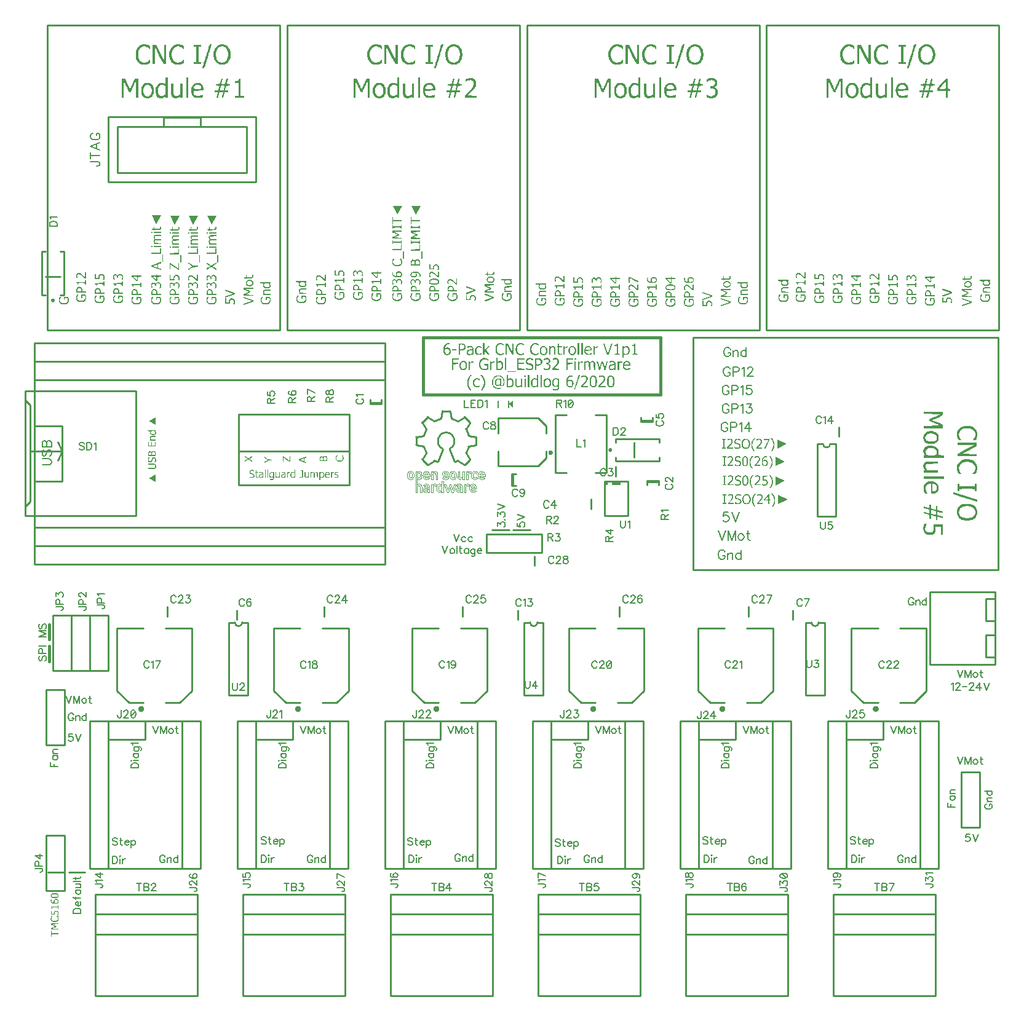
<source format=gbr>
G04 DipTrace 4.0.0.2*
G04 TopSilk.gbr*
%MOIN*%
G04 #@! TF.FileFunction,Legend,Top*
G04 #@! TF.Part,Single*
%ADD10C,0.009843*%
%ADD18C,0.015*%
%ADD27C,0.01*%
%ADD28C,0.003*%
%ADD53C,0.005906*%
%ADD117C,0.006176*%
%ADD118C,0.00772*%
%FSLAX26Y26*%
G04*
G70*
G90*
G75*
G01*
G04 TopSilk*
%LPD*%
X2275165Y3521751D2*
D10*
X2212235D1*
X2275165Y3514302D2*
X2212235D1*
X2275165D2*
Y3537861D1*
X2212235Y3514302D2*
Y3537861D1*
X3714280Y3089054D2*
X3777209D1*
X3714280Y3096503D2*
X3777209D1*
X3714280D2*
Y3072944D1*
X3777209Y3096503D2*
Y3072944D1*
X3542385Y3121271D2*
Y3172413D1*
X3410104Y2996413D2*
Y2945271D1*
X3743976Y3423650D2*
X3681046D1*
X3743976Y3416201D2*
X3681046D1*
X3743976D2*
Y3439760D1*
X3681046Y3416201D2*
Y3439760D1*
X1489840Y2343129D2*
Y2394271D1*
X4502340Y2343129D2*
Y2394271D1*
X3014840Y2343129D2*
Y2394271D1*
X4753712Y3388022D2*
Y3336880D1*
X840944Y2298632D2*
X984658D1*
X840944D2*
Y1958048D1*
X1102742Y2298632D2*
X1246456D1*
Y1958048D1*
X905907Y1893099D2*
X984658D1*
X1102742D2*
X1181493D1*
X905907D2*
X840944Y1958048D1*
X1181493Y1893099D2*
X1246456Y1958048D1*
G36*
X972815Y1843936D2*
X970762Y1844071D1*
X968744Y1844472D1*
X966795Y1845134D1*
X964949Y1846044D1*
X963238Y1847187D1*
X961691Y1848544D1*
X960334Y1850091D1*
X959191Y1851802D1*
X958281Y1853648D1*
X957619Y1855597D1*
X957218Y1857615D1*
X957083Y1859669D1*
X957218Y1861722D1*
X957619Y1863740D1*
X958281Y1865689D1*
X959191Y1867535D1*
X960334Y1869246D1*
X961691Y1870793D1*
X963238Y1872150D1*
X964949Y1873293D1*
X966795Y1874203D1*
X968744Y1874865D1*
X970762Y1875266D1*
X972815Y1875401D1*
X972859D1*
X974912Y1875266D1*
X976931Y1874865D1*
X978879Y1874203D1*
X980725Y1873293D1*
X982436Y1872150D1*
X983983Y1870793D1*
X985340Y1869246D1*
X986483Y1867535D1*
X987394Y1865689D1*
X988055Y1863740D1*
X988456Y1861722D1*
X988591Y1859669D1*
X988456Y1857615D1*
X988055Y1855597D1*
X987394Y1853648D1*
X986483Y1851802D1*
X985340Y1850091D1*
X983983Y1848544D1*
X982436Y1847187D1*
X980725Y1846044D1*
X978879Y1845134D1*
X976931Y1844472D1*
X974912Y1844071D1*
X972859Y1843936D1*
X972815D1*
G37*
X1690944Y2298632D2*
D10*
X1834658D1*
X1690944D2*
Y1958048D1*
X1952742Y2298632D2*
X2096456D1*
Y1958048D1*
X1755907Y1893099D2*
X1834658D1*
X1952742D2*
X2031493D1*
X1755907D2*
X1690944Y1958048D1*
X2031493Y1893099D2*
X2096456Y1958048D1*
G36*
X1822815Y1843936D2*
X1820762Y1844071D1*
X1818744Y1844472D1*
X1816795Y1845134D1*
X1814949Y1846044D1*
X1813238Y1847187D1*
X1811691Y1848544D1*
X1810334Y1850091D1*
X1809191Y1851802D1*
X1808281Y1853648D1*
X1807619Y1855597D1*
X1807218Y1857615D1*
X1807083Y1859669D1*
X1807218Y1861722D1*
X1807619Y1863740D1*
X1808281Y1865689D1*
X1809191Y1867535D1*
X1810334Y1869246D1*
X1811691Y1870793D1*
X1813238Y1872150D1*
X1814949Y1873293D1*
X1816795Y1874203D1*
X1818744Y1874865D1*
X1820762Y1875266D1*
X1822815Y1875401D1*
X1822859D1*
X1824912Y1875266D1*
X1826931Y1874865D1*
X1828879Y1874203D1*
X1830725Y1873293D1*
X1832436Y1872150D1*
X1833983Y1870793D1*
X1835340Y1869246D1*
X1836483Y1867535D1*
X1837394Y1865689D1*
X1838055Y1863740D1*
X1838456Y1861722D1*
X1838591Y1859669D1*
X1838456Y1857615D1*
X1838055Y1855597D1*
X1837394Y1853648D1*
X1836483Y1851802D1*
X1835340Y1850091D1*
X1833983Y1848544D1*
X1832436Y1847187D1*
X1830725Y1846044D1*
X1828879Y1845134D1*
X1826931Y1844472D1*
X1824912Y1844071D1*
X1822859Y1843936D1*
X1822815D1*
G37*
X2440944Y2298632D2*
D10*
X2584658D1*
X2440944D2*
Y1958048D1*
X2702742Y2298632D2*
X2846456D1*
Y1958048D1*
X2505907Y1893099D2*
X2584658D1*
X2702742D2*
X2781493D1*
X2505907D2*
X2440944Y1958048D1*
X2781493Y1893099D2*
X2846456Y1958048D1*
G36*
X2572815Y1843936D2*
X2570762Y1844071D1*
X2568744Y1844472D1*
X2566795Y1845134D1*
X2564949Y1846044D1*
X2563238Y1847187D1*
X2561691Y1848544D1*
X2560334Y1850091D1*
X2559191Y1851802D1*
X2558281Y1853648D1*
X2557619Y1855597D1*
X2557218Y1857615D1*
X2557083Y1859669D1*
X2557218Y1861722D1*
X2557619Y1863740D1*
X2558281Y1865689D1*
X2559191Y1867535D1*
X2560334Y1869246D1*
X2561691Y1870793D1*
X2563238Y1872150D1*
X2564949Y1873293D1*
X2566795Y1874203D1*
X2568744Y1874865D1*
X2570762Y1875266D1*
X2572815Y1875401D1*
X2572859D1*
X2574912Y1875266D1*
X2576931Y1874865D1*
X2578879Y1874203D1*
X2580725Y1873293D1*
X2582436Y1872150D1*
X2583983Y1870793D1*
X2585340Y1869246D1*
X2586483Y1867535D1*
X2587394Y1865689D1*
X2588055Y1863740D1*
X2588456Y1861722D1*
X2588591Y1859669D1*
X2588456Y1857615D1*
X2588055Y1855597D1*
X2587394Y1853648D1*
X2586483Y1851802D1*
X2585340Y1850091D1*
X2583983Y1848544D1*
X2582436Y1847187D1*
X2580725Y1846044D1*
X2578879Y1845134D1*
X2576931Y1844472D1*
X2574912Y1844071D1*
X2572859Y1843936D1*
X2572815D1*
G37*
X3290944Y2298632D2*
D10*
X3434658D1*
X3290944D2*
Y1958048D1*
X3552742Y2298632D2*
X3696456D1*
Y1958048D1*
X3355907Y1893099D2*
X3434658D1*
X3552742D2*
X3631493D1*
X3355907D2*
X3290944Y1958048D1*
X3631493Y1893099D2*
X3696456Y1958048D1*
G36*
X3422815Y1843936D2*
X3420762Y1844071D1*
X3418744Y1844472D1*
X3416795Y1845134D1*
X3414949Y1846044D1*
X3413238Y1847187D1*
X3411691Y1848544D1*
X3410334Y1850091D1*
X3409191Y1851802D1*
X3408281Y1853648D1*
X3407619Y1855597D1*
X3407218Y1857615D1*
X3407083Y1859669D1*
X3407218Y1861722D1*
X3407619Y1863740D1*
X3408281Y1865689D1*
X3409191Y1867535D1*
X3410334Y1869246D1*
X3411691Y1870793D1*
X3413238Y1872150D1*
X3414949Y1873293D1*
X3416795Y1874203D1*
X3418744Y1874865D1*
X3420762Y1875266D1*
X3422815Y1875401D1*
X3422859D1*
X3424912Y1875266D1*
X3426931Y1874865D1*
X3428879Y1874203D1*
X3430725Y1873293D1*
X3432436Y1872150D1*
X3433983Y1870793D1*
X3435340Y1869246D1*
X3436483Y1867535D1*
X3437394Y1865689D1*
X3438055Y1863740D1*
X3438456Y1861722D1*
X3438591Y1859669D1*
X3438456Y1857615D1*
X3438055Y1855597D1*
X3437394Y1853648D1*
X3436483Y1851802D1*
X3435340Y1850091D1*
X3433983Y1848544D1*
X3432436Y1847187D1*
X3430725Y1846044D1*
X3428879Y1845134D1*
X3426931Y1844472D1*
X3424912Y1844071D1*
X3422859Y1843936D1*
X3422815D1*
G37*
X3990944Y2298632D2*
D10*
X4134658D1*
X3990944D2*
Y1958048D1*
X4252742Y2298632D2*
X4396456D1*
Y1958048D1*
X4055907Y1893099D2*
X4134658D1*
X4252742D2*
X4331493D1*
X4055907D2*
X3990944Y1958048D1*
X4331493Y1893099D2*
X4396456Y1958048D1*
G36*
X4122815Y1843936D2*
X4120762Y1844071D1*
X4118744Y1844472D1*
X4116795Y1845134D1*
X4114949Y1846044D1*
X4113238Y1847187D1*
X4111691Y1848544D1*
X4110334Y1850091D1*
X4109191Y1851802D1*
X4108281Y1853648D1*
X4107619Y1855597D1*
X4107218Y1857615D1*
X4107083Y1859669D1*
X4107218Y1861722D1*
X4107619Y1863740D1*
X4108281Y1865689D1*
X4109191Y1867535D1*
X4110334Y1869246D1*
X4111691Y1870793D1*
X4113238Y1872150D1*
X4114949Y1873293D1*
X4116795Y1874203D1*
X4118744Y1874865D1*
X4120762Y1875266D1*
X4122815Y1875401D1*
X4122859D1*
X4124912Y1875266D1*
X4126931Y1874865D1*
X4128879Y1874203D1*
X4130725Y1873293D1*
X4132436Y1872150D1*
X4133983Y1870793D1*
X4135340Y1869246D1*
X4136483Y1867535D1*
X4137394Y1865689D1*
X4138055Y1863740D1*
X4138456Y1861722D1*
X4138591Y1859669D1*
X4138456Y1857615D1*
X4138055Y1855597D1*
X4137394Y1853648D1*
X4136483Y1851802D1*
X4135340Y1850091D1*
X4133983Y1848544D1*
X4132436Y1847187D1*
X4130725Y1846044D1*
X4128879Y1845134D1*
X4126931Y1844472D1*
X4124912Y1844071D1*
X4122859Y1843936D1*
X4122815D1*
G37*
X4822195Y2298632D2*
D10*
X4965909D1*
X4822195D2*
Y1958048D1*
X5083993Y2298632D2*
X5227707D1*
Y1958048D1*
X4887158Y1893099D2*
X4965909D1*
X5083993D2*
X5162743D1*
X4887158D2*
X4822195Y1958048D1*
X5162743Y1893099D2*
X5227707Y1958048D1*
G36*
X4954066Y1843936D2*
X4952013Y1844071D1*
X4949994Y1844472D1*
X4948046Y1845134D1*
X4946200Y1846044D1*
X4944489Y1847187D1*
X4942942Y1848544D1*
X4941585Y1850091D1*
X4940442Y1851802D1*
X4939531Y1853648D1*
X4938870Y1855597D1*
X4938468Y1857615D1*
X4938334Y1859669D1*
X4938468Y1861722D1*
X4938870Y1863740D1*
X4939531Y1865689D1*
X4940442Y1867535D1*
X4941585Y1869246D1*
X4942942Y1870793D1*
X4944489Y1872150D1*
X4946200Y1873293D1*
X4948046Y1874203D1*
X4949994Y1874865D1*
X4952013Y1875266D1*
X4954066Y1875401D1*
X4954109D1*
X4956163Y1875266D1*
X4958181Y1874865D1*
X4960130Y1874203D1*
X4961976Y1873293D1*
X4963687Y1872150D1*
X4965234Y1870793D1*
X4966591Y1869246D1*
X4967734Y1867535D1*
X4968644Y1865689D1*
X4969306Y1863740D1*
X4969707Y1861722D1*
X4969842Y1859669D1*
X4969707Y1857615D1*
X4969306Y1855597D1*
X4968644Y1853648D1*
X4967734Y1851802D1*
X4966591Y1850091D1*
X4965234Y1848544D1*
X4963687Y1847187D1*
X4961976Y1846044D1*
X4960130Y1845134D1*
X4958181Y1844472D1*
X4956163Y1844071D1*
X4954109Y1843936D1*
X4954066D1*
G37*
X1114840Y2361878D2*
D10*
Y2413020D1*
X1964840Y2361880D2*
Y2413022D1*
X2714840Y2361880D2*
Y2413022D1*
X3564840Y2361880D2*
Y2413022D1*
X4264840Y2361880D2*
Y2413022D1*
X3103809Y2688022D2*
Y2636880D1*
X454336Y4104320D2*
X434647D1*
X434642Y4340544D1*
X454331D1*
X533068Y4104321D2*
X552757Y4104322D1*
X552753Y4340546D1*
X533064D1*
X454334Y4202766D2*
X533066Y4202768D1*
G36*
X503541Y4074799D2*
X503457Y4073514D1*
X503206Y4072252D1*
X502792Y4071034D1*
X502223Y4069879D1*
X501508Y4068809D1*
X500659Y4067842D1*
X499692Y4066993D1*
X498622Y4066278D1*
X497468Y4065709D1*
X496249Y4065295D1*
X494987Y4065044D1*
X493703Y4064960D1*
X492418Y4065044D1*
X491156Y4065295D1*
X489938Y4065709D1*
X488783Y4066278D1*
X487713Y4066993D1*
X486746Y4067841D1*
X485897Y4068809D1*
X485182Y4069879D1*
X484613Y4071033D1*
X484199Y4072252D1*
X483948Y4073514D1*
X483864Y4074798D1*
Y4074817D1*
X483948Y4076101D1*
X484199Y4077363D1*
X484613Y4078582D1*
X485182Y4079736D1*
X485897Y4080806D1*
X486745Y4081774D1*
X487713Y4082622D1*
X488783Y4083337D1*
X489937Y4083906D1*
X491156Y4084320D1*
X492418Y4084571D1*
X493702Y4084655D1*
X494986Y4084571D1*
X496249Y4084320D1*
X497467Y4083907D1*
X498622Y4083337D1*
X499692Y4082622D1*
X500659Y4081774D1*
X501508Y4080806D1*
X502223Y4079736D1*
X502792Y4078582D1*
X503206Y4077363D1*
X503457Y4076101D1*
X503541Y4074817D1*
Y4074799D1*
G37*
X3544365Y3303208D2*
D10*
Y3322897D1*
X3780590D1*
Y3303208D1*
X3544365Y3224476D2*
Y3204787D1*
X3780590D1*
Y3224476D1*
X3642812Y3303208D2*
Y3224476D1*
G36*
X3514843Y3254003D2*
X3513559Y3254087D1*
X3512297Y3254338D1*
X3511078Y3254752D1*
X3509924Y3255321D1*
X3508854Y3256036D1*
X3507886Y3256885D1*
X3507038Y3257852D1*
X3506323Y3258922D1*
X3505753Y3260077D1*
X3505340Y3261295D1*
X3505089Y3262558D1*
X3505004Y3263842D1*
X3505089Y3265126D1*
X3505340Y3266388D1*
X3505753Y3267607D1*
X3506323Y3268761D1*
X3507038Y3269831D1*
X3507886Y3270799D1*
X3508854Y3271647D1*
X3509924Y3272362D1*
X3511078Y3272931D1*
X3512297Y3273345D1*
X3513559Y3273596D1*
X3514843Y3273680D1*
X3514861D1*
X3516146Y3273596D1*
X3517408Y3273345D1*
X3518626Y3272931D1*
X3519781Y3272362D1*
X3520851Y3271647D1*
X3521818Y3270799D1*
X3522667Y3269831D1*
X3523382Y3268761D1*
X3523951Y3267607D1*
X3524365Y3266388D1*
X3524616Y3265126D1*
X3524700Y3263842D1*
X3524616Y3262558D1*
X3524365Y3261295D1*
X3523951Y3260077D1*
X3523382Y3258922D1*
X3522667Y3257852D1*
X3521818Y3256885D1*
X3520851Y3256036D1*
X3519781Y3255321D1*
X3518626Y3254752D1*
X3517408Y3254338D1*
X3516146Y3254087D1*
X3514861Y3254003D1*
X3514843D1*
G37*
X1919399Y3843700D2*
D10*
X1927001D1*
X467800D2*
X2293700D1*
X393700D2*
X467800D1*
X393700Y3743700D2*
Y3843700D1*
Y3743700D2*
X2293700D1*
Y3843700D1*
X1919399Y3743700D2*
X1927001D1*
X467800D2*
X2293700D1*
X393700D2*
X467800D1*
X393700Y3643700D2*
Y3743700D1*
Y3643700D2*
X2293700D1*
Y3743700D1*
X5518705Y1518682D2*
X5418700D1*
Y1218718D1*
X5518705D1*
Y1518682D1*
X556205Y1962431D2*
X456200D1*
Y1662468D1*
X556205D1*
Y1962431D1*
X1919399Y2743700D2*
X1927001D1*
X467800D2*
X2293700D1*
X393700D2*
X467800D1*
X393700Y2643700D2*
Y2743700D1*
Y2643700D2*
X2293700D1*
Y2743700D1*
X2843718Y2806205D2*
Y2706200D1*
X3143682D1*
Y2806205D1*
X2843718D1*
X1919399Y2843700D2*
X1927001D1*
X467800D2*
X2293700D1*
X393700D2*
X467800D1*
X393700Y2743700D2*
Y2843700D1*
Y2743700D2*
X2293700D1*
Y2843700D1*
X1501180Y3256298D2*
X2101180D1*
Y3456298D1*
X1501180D2*
X2101180D1*
X1501180Y3256298D2*
Y3456298D1*
X793700Y1793700D2*
Y993700D1*
X693700Y1793700D2*
X793700D1*
X693700D2*
Y993700D1*
X793700D1*
X1593700Y1793700D2*
Y993700D1*
X1493700Y1793700D2*
X1593700D1*
X1493700D2*
Y993700D1*
X1593700D1*
X2393700Y1793700D2*
Y993700D1*
X2293700Y1793700D2*
X2393700D1*
X2293700D2*
Y993700D1*
X2393700D1*
X3193700Y1793700D2*
Y993700D1*
X3093700Y1793700D2*
X3193700D1*
X3093700D2*
Y993700D1*
X3193700D1*
X3993700Y1793700D2*
Y993700D1*
X3893700Y1793700D2*
X3993700D1*
X3893700D2*
Y993700D1*
X3993700D1*
X4793700Y1793700D2*
Y993700D1*
X4693700Y1793700D2*
X4793700D1*
X4693700D2*
Y993700D1*
X4793700D1*
X793700Y1793700D2*
Y1693700D1*
X993700Y1793700D2*
X793700D1*
X993700D2*
Y1693700D1*
X793700D1*
X1593700Y1793700D2*
Y1693700D1*
X1793700Y1793700D2*
X1593700D1*
X1793700D2*
Y1693700D1*
X1593700D1*
X2393700Y1793700D2*
Y1693700D1*
X2593700Y1793700D2*
X2393700D1*
X2593700D2*
Y1693700D1*
X2393700D1*
X3193700Y1793700D2*
Y1693700D1*
X3393700Y1793700D2*
X3193700D1*
X3393700D2*
Y1693700D1*
X3193700D1*
X3993700Y1793700D2*
Y1693700D1*
X4193700Y1793700D2*
X3993700D1*
X4193700D2*
Y1693700D1*
X3993700D1*
X4793700Y1793700D2*
Y1693700D1*
X4993700Y1793700D2*
X4793700D1*
X4993700D2*
Y1693700D1*
X4793700D1*
X1293700Y1793700D2*
Y993700D1*
X1193700Y1793700D2*
X1293700D1*
X1193700D2*
Y993700D1*
X1293700D1*
X2093700Y1793700D2*
Y993700D1*
X1993700Y1793700D2*
X2093700D1*
X1993700D2*
Y993700D1*
X2093700D1*
X2893700Y1793700D2*
Y993700D1*
X2793700Y1793700D2*
X2893700D1*
X2793700D2*
Y993700D1*
X2893700D1*
X3693700Y1793700D2*
Y993700D1*
X3593700Y1793700D2*
X3693700D1*
X3593700D2*
Y993700D1*
X3693700D1*
X4493700Y1793700D2*
Y993700D1*
X4393700Y1793700D2*
X4493700D1*
X4393700D2*
Y993700D1*
X4493700D1*
X5293700Y1793700D2*
Y993700D1*
X5193700Y1793700D2*
X5293700D1*
X5193700D2*
Y993700D1*
X5293700D1*
X1543675Y4768714D2*
Y5018686D1*
X843725D1*
Y4768714D1*
X1543675D1*
X1293682Y5018686D2*
Y5068687D1*
X1093718D1*
Y5018686D1*
X1293682D1*
X1593306Y4718503D2*
Y5068897D1*
X794094D1*
Y4718503D1*
X1593306D1*
X793700Y2068700D2*
X693700D1*
Y2368700D1*
X793700D2*
X693700D1*
X793700Y2068700D2*
Y2368700D1*
X693700Y2068700D2*
X593700D1*
Y2368700D1*
X693700D2*
X593700D1*
X693700Y2068700D2*
Y2368700D1*
X593700Y2068700D2*
X493700D1*
Y2368700D1*
X593700D2*
X493700D1*
X593700Y2068700D2*
Y2368700D1*
X556203Y874950D2*
X456203Y874948D1*
X456197Y1174948D1*
X556197Y1174950D2*
X456197Y1174948D1*
X556203Y874950D2*
X556197Y1174950D1*
X3277562Y3139752D2*
X3218503D1*
Y3454718D1*
X3277562D1*
X3435035D2*
X3494094D1*
Y3139752D1*
X3435035D1*
X1723621Y3914960D2*
Y5568503D1*
X463779D1*
Y3914960D1*
X1723621D1*
X3023621D2*
Y5568503D1*
X1763779D1*
Y3914960D1*
X3023621D1*
X4323621D2*
Y5568503D1*
X3063779D1*
Y3914960D1*
X4323621D1*
X5620022D2*
Y5568503D1*
X4360179D1*
Y3914960D1*
X5620022D1*
X3964960Y2613792D2*
X5618503D1*
Y3873634D1*
X3964960D1*
Y2613792D1*
X344291Y3533447D2*
X369310Y3508472D1*
X344291Y3583464D2*
Y2908464D1*
X944291D1*
Y3583464D1*
X344291D1*
X369310Y3508472D2*
Y2983456D1*
X344291Y2958481D1*
X369310Y3258451D2*
X544271D1*
X519310Y3308469D1*
X544271Y3258451D2*
X519310Y3208434D1*
X5246848Y2101524D2*
X5601179D1*
Y2495225D1*
X5246848D1*
Y2101524D1*
X5551962Y2140894D2*
X5601179D1*
Y2259004D1*
X5551962D1*
Y2140894D1*
Y2337745D2*
X5601179D1*
Y2455855D1*
X5551962D1*
Y2337745D1*
X724802Y748794D2*
Y638558D1*
X1275983D1*
Y748794D1*
X724802D1*
Y855117D2*
Y303936D1*
X1275983D1*
Y855117D1*
X724802D1*
X1524802Y748794D2*
Y638558D1*
X2075983D1*
Y748794D1*
X1524802D1*
Y855117D2*
Y303936D1*
X2075983D1*
Y855117D1*
X1524802D1*
X2324802Y748794D2*
Y638558D1*
X2875983D1*
Y748794D1*
X2324802D1*
Y855117D2*
Y303936D1*
X2875983D1*
Y855117D1*
X2324802D1*
X3124802Y748794D2*
Y638558D1*
X3675983D1*
Y748794D1*
X3124802D1*
Y855117D2*
Y303936D1*
X3675983D1*
Y855117D1*
X3124802D1*
X3924802Y748794D2*
Y638558D1*
X4475983D1*
Y748794D1*
X3924802D1*
Y855117D2*
Y303936D1*
X4475983D1*
Y855117D1*
X3924802D1*
X4724802Y748794D2*
Y638558D1*
X5275983D1*
Y748794D1*
X4724802D1*
Y855117D2*
Y303936D1*
X5275983D1*
Y855117D1*
X4724802D1*
X3611104Y3092579D2*
X3483148D1*
Y2905571D1*
X3611104D1*
Y3092579D1*
G36*
X3493006D2*
X3494292Y3092495D1*
X3495555Y3092244D1*
X3496774Y3091830D1*
X3497929Y3091260D1*
X3499000Y3090545D1*
X3499968Y3089695D1*
X3500818Y3088727D1*
X3501533Y3087656D1*
X3502103Y3086501D1*
X3502517Y3085282D1*
X3502768Y3084019D1*
X3502852Y3082733D1*
X3502768Y3081448D1*
X3502517Y3080185D1*
X3502103Y3078966D1*
X3501533Y3077811D1*
X3500818Y3076740D1*
X3499968Y3075771D1*
X3499000Y3074922D1*
X3497929Y3074207D1*
X3496774Y3073637D1*
X3495555Y3073223D1*
X3494292Y3072972D1*
X3493006Y3072888D1*
X3492993D1*
X3491708Y3072972D1*
X3490445Y3073223D1*
X3489225Y3073637D1*
X3488070Y3074207D1*
X3487000Y3074922D1*
X3486031Y3075771D1*
X3485182Y3076740D1*
X3484467Y3077811D1*
X3483897Y3078966D1*
X3483483Y3080185D1*
X3483232Y3081448D1*
X3483148Y3082733D1*
X3483232Y3084019D1*
X3483483Y3085282D1*
X3483897Y3086501D1*
X3484467Y3087656D1*
X3485182Y3088727D1*
X3486031Y3089695D1*
X3487000Y3090545D1*
X3488070Y3091260D1*
X3489225Y3091830D1*
X3490445Y3092244D1*
X3491708Y3092495D1*
X3492993Y3092579D1*
X3493006D1*
G37*
G36*
X3571750D2*
X3522529D1*
Y3072888D1*
X3571750D1*
Y3092579D1*
G37*
X1448812Y2328035D2*
D10*
Y1934365D1*
X1551187Y2328035D2*
Y1934365D1*
X1448812D2*
X1551187D1*
X1448812Y2328035D2*
X1480305D1*
X1519693D2*
X1551187D1*
X1480305D2*
G03X1519693Y2328035I19694J11D01*
G01*
X4573812D2*
Y1934365D1*
X4676187Y2328035D2*
Y1934365D1*
X4573812D2*
X4676187D1*
X4573812Y2328035D2*
X4605305D1*
X4644693D2*
X4676187D1*
X4605305D2*
G03X4644693Y2328035I19694J11D01*
G01*
X3048812D2*
Y1934365D1*
X3151187Y2328035D2*
Y1934365D1*
X3048812D2*
X3151187D1*
X3048812Y2328035D2*
X3080305D1*
X3119693D2*
X3151187D1*
X3080305D2*
G03X3119693Y2328035I19694J11D01*
G01*
X4636262Y3296784D2*
Y2903115D1*
X4738637Y3296784D2*
Y2903115D1*
X4636262D2*
X4738637D1*
X4636262Y3296784D2*
X4667755D1*
X4707144D2*
X4738637D1*
X4667755D2*
G03X4707144Y3296784I19694J11D01*
G01*
X2907545Y3176277D2*
X2907514Y3256985D1*
X2907545Y3176277D2*
X3124050D1*
X3167346Y3219594D2*
X3124050Y3176277D1*
X3167346Y3219594D2*
Y3256985D1*
X2907514Y3355413D2*
X2907545Y3436120D1*
X3124050D1*
X3167346Y3392804D2*
X3124050Y3436120D1*
X3167346Y3355413D2*
Y3392804D1*
G36*
X3202804Y3249117D2*
X3202703Y3247577D1*
X3202401Y3246062D1*
X3201905Y3244600D1*
X3201222Y3243216D1*
X3200365Y3241932D1*
X3199347Y3240771D1*
X3198186Y3239753D1*
X3196902Y3238895D1*
X3195517Y3238213D1*
X3194055Y3237716D1*
X3192541Y3237415D1*
X3191001Y3237314D1*
X3189460Y3237415D1*
X3187946Y3237716D1*
X3186484Y3238213D1*
X3185099Y3238895D1*
X3183815Y3239753D1*
X3182654Y3240771D1*
X3181636Y3241932D1*
X3180779Y3243216D1*
X3180096Y3244600D1*
X3179600Y3246062D1*
X3179298Y3247577D1*
X3179197Y3249117D1*
Y3249130D1*
X3179298Y3250671D1*
X3179600Y3252185D1*
X3180096Y3253647D1*
X3180779Y3255032D1*
X3181636Y3256316D1*
X3182654Y3257477D1*
X3183815Y3258495D1*
X3185099Y3259352D1*
X3186484Y3260035D1*
X3187946Y3260531D1*
X3189460Y3260833D1*
X3191001Y3260934D1*
X3192541Y3260833D1*
X3194055Y3260531D1*
X3195517Y3260035D1*
X3196902Y3259352D1*
X3198186Y3258495D1*
X3199347Y3257477D1*
X3200365Y3256316D1*
X3201222Y3255032D1*
X3201905Y3253647D1*
X3202401Y3252185D1*
X3202703Y3250671D1*
X3202804Y3249130D1*
Y3249117D1*
G37*
X2987710Y3070144D2*
D10*
Y3133073D1*
X2980262Y3070144D2*
Y3133073D1*
Y3070144D2*
X3003821D1*
X2980262Y3133073D2*
X3003821D1*
G36*
X2962449Y3512449D2*
X2987449Y3493699D1*
Y3531200D1*
D1*
X2962449Y3512449D1*
G37*
Y3493699D2*
D53*
Y3531200D1*
X2906199Y3493699D2*
Y3531200D1*
X693700Y1793700D2*
D27*
X1293700D1*
Y993700D1*
X693700D1*
Y1793700D1*
X2293700D2*
X2893700D1*
Y993700D1*
X2293700D1*
Y1793700D1*
X3093700D2*
X3693700D1*
Y993700D1*
X3093700D1*
Y1793700D1*
X3893700D2*
X4493700D1*
Y993700D1*
X3893700D1*
Y1793700D1*
X4693700D2*
X5293700D1*
Y993700D1*
X4693700D1*
Y1793700D1*
X393700Y3643700D2*
X2293700D1*
Y2843700D1*
X393700D1*
Y3643700D1*
Y3393700D2*
X543700D1*
Y3093700D1*
X393700D1*
Y3393700D1*
X1493700Y1793700D2*
X2093700D1*
Y993700D1*
X1493700D1*
Y1793700D1*
X2874951Y2831200D2*
X2968700D1*
X2987449D2*
X3081199D1*
X468700Y974949D2*
X556200D1*
X581200D2*
X668700D1*
X474949Y2318700D2*
D18*
Y2237451D1*
Y2199949D2*
Y2118700D1*
X2499949Y3874949D2*
X3787449D1*
Y3562449D1*
X2499949D1*
Y3874949D1*
G36*
X2429162Y3028755D2*
D1*
D1*
D1*
D1*
D1*
D1*
D1*
D1*
D1*
D1*
D1*
D1*
D1*
D1*
D1*
D1*
D1*
D1*
D1*
D1*
D1*
D1*
D1*
D1*
D1*
D1*
D1*
D1*
D1*
D1*
D1*
D1*
D1*
D1*
D1*
G37*
X2722804Y3034079D2*
D28*
Y3077569D1*
X2731550D1*
Y3072924D1*
X2731710D1*
G02X2736581Y3076783I10348J-8059D01*
G01*
G02X2743032Y3078071I6179J-14141D01*
G01*
G02X2747693Y3077231I-12J-13422D01*
G01*
G02X2752120Y3074712I-5924J-15555D01*
G01*
X2745806Y3067172D1*
G03X2742928Y3068788I-6924J-8964D01*
G01*
G03X2740016Y3069323I-2934J-7771D01*
G01*
G03X2734172Y3067165I-11J-8960D01*
G01*
G03X2732205Y3064346I4242J-5056D01*
G01*
G03X2731550Y3060216I11128J-3881D01*
G01*
Y3034079D1*
X2722804D1*
X2592722Y3069323D2*
G03X2589935Y3069061I-152J-13316D01*
G01*
G03X2587768Y3068266I1466J-7342D01*
G01*
G03X2585294Y3065094I2524J-4519D01*
G01*
G03X2584057Y3055875I31554J-8928D01*
G01*
G03X2585294Y3046515I33232J-368D01*
G01*
G03X2587768Y3043342I4996J1344D01*
G01*
G03X2589935Y3042546I3632J6547D01*
G01*
G03X2592722Y3042284I2635J13053D01*
G01*
G03X2595464Y3042558I150J12343D01*
G01*
G03X2597602Y3043382I-1539J7178D01*
G01*
G03X2600050Y3046687I-2797J4632D01*
G01*
G03X2601288Y3055875I-32653J9075D01*
G01*
G03X2600050Y3064920I-33398J39D01*
G01*
G03X2597602Y3068225I-5245J-1328D01*
G01*
G03X2595464Y3069049I-3677J-6354D01*
G01*
G03X2592722Y3069323I-2592J-12069D01*
G01*
D3*
X2655270Y3034079D2*
X2646161Y3064499D1*
X2645999D1*
X2636913Y3034079D1*
X2629192D1*
X2615300Y3077569D1*
X2624549D1*
X2632892Y3047109D1*
X2633053D1*
X2642903Y3077569D1*
X2649280D1*
X2659109Y3047109D1*
X2659291D1*
X2667613Y3077569D1*
X2676881D1*
X2662970Y3034079D1*
X2655270D1*
X2536288Y3121728D2*
X2509204D1*
G03X2509932Y3117032I13769J-268D01*
G01*
G03X2512120Y3113678I7820J2710D01*
G01*
G03X2515436Y3111665I6550J7052D01*
G01*
G03X2519558Y3110993I3972J11385D01*
G01*
G03X2524649Y3112043I79J12485D01*
G01*
G03X2529109Y3115195I-5937J13134D01*
G01*
X2535440Y3109787D1*
G02X2532004Y3106550I-15853J13389D01*
G01*
G02X2528165Y3104398I-10151J13609D01*
G01*
G02X2519718Y3102791I-8379J21029D01*
G01*
G02X2513129Y3103872I8J20663D01*
G01*
G02X2506741Y3107121I8283J24190D01*
G01*
G02X2503993Y3109855I6387J9169D01*
G01*
G02X2502028Y3113724I12648J8856D01*
G01*
G02X2500852Y3118728I24445J8384D01*
G01*
G02X2500459Y3124864I43499J5872D01*
G01*
G02X2500822Y3130728I43460J249D01*
G01*
G02X2501907Y3135608I26634J-3362D01*
G01*
G02X2503721Y3139508I16442J-5274D01*
G01*
G02X2506258Y3142427I10664J-6707D01*
G01*
G02X2512192Y3146069I14321J-16680D01*
G01*
G02X2518392Y3147283I6223J-15343D01*
G01*
G02X2525102Y3146041I134J-18032D01*
G01*
G02X2530920Y3142317I-7044J-17413D01*
G01*
G02X2534944Y3136487I-10821J-11772D01*
G01*
G02X2536288Y3128926I-18893J-7258D01*
G01*
Y3121728D1*
X2415312Y3125086D2*
G02X2415588Y3131192I59844J346D01*
G01*
G02X2416409Y3135511I21900J-1922D01*
G01*
G02X2420018Y3141714I16008J-5161D01*
G01*
G02X2422153Y3143641I11634J-10748D01*
G01*
G02X2424976Y3145482I15012J-19930D01*
G01*
G02X2428624Y3146833I6224J-11211D01*
G01*
G02X2433247Y3147283I4407J-21296D01*
G01*
G02X2437813Y3146833I218J-21169D01*
G01*
G02X2441460Y3145482I-2629J-12699D01*
G01*
G02X2444302Y3143641I-12332J-22153D01*
G01*
G02X2446457Y3141714I-9474J-12765D01*
G01*
G02X2450056Y3135511I-12309J-11285D01*
G01*
G02X2450869Y3131192I-21463J-6279D01*
G01*
G02X2451140Y3125086I-59069J-5674D01*
G01*
G02X2450869Y3118877I-61251J-443D01*
G01*
G02X2450056Y3114520I-22633J1972D01*
G01*
G02X2446457Y3108319I-15897J5081D01*
G01*
G02X2444302Y3106371I-11274J10300D01*
G01*
G02X2441460Y3104548I-14028J18748D01*
G01*
G02X2437813Y3103229I-6274J11646D01*
G01*
G02X2433247Y3102791I-4372J21545D01*
G01*
G02X2428624Y3103229I-239J22080D01*
G01*
G02X2424976Y3104548I2571J12818D01*
G01*
G02X2422153Y3106371I11060J20224D01*
G01*
G02X2420018Y3108319I9156J12176D01*
G01*
G02X2416409Y3114520I12388J11361D01*
G01*
G02X2415588Y3118877I21176J6242D01*
G01*
G02X2415312Y3125086I60474J5808D01*
G01*
D3*
X2645443D2*
G02X2645714Y3131192I59838J397D01*
G01*
G02X2646537Y3135511I22159J-1984D01*
G01*
G02X2650145Y3141714I15984J-5145D01*
G01*
G02X2652280Y3143641I11927J-11072D01*
G01*
G02X2655104Y3145482I14931J-19816D01*
G01*
G02X2658755Y3146833I6214J-11191D01*
G01*
G02X2663376Y3147283I4400J-21227D01*
G01*
G02X2667943Y3146833I217J-21192D01*
G01*
G02X2671587Y3145482I-2641J-12721D01*
G01*
G02X2674430Y3143641I-12332J-22153D01*
G01*
G02X2676585Y3141714I-9474J-12765D01*
G01*
G02X2680186Y3135511I-12310J-11293D01*
G01*
G02X2680999Y3131192I-20951J-6183D01*
G01*
G02X2681272Y3125086I-59069J-5700D01*
G01*
G02X2680999Y3118877I-61253J-417D01*
G01*
G02X2680186Y3114520I-22113J1875D01*
G01*
G02X2676585Y3108319I-15901J5088D01*
G01*
G02X2674430Y3106371I-11145J10158D01*
G01*
G02X2671587Y3104548I-14028J18748D01*
G01*
G02X2667943Y3103229I-6284J11668D01*
G01*
G02X2663376Y3102791I-4372J21546D01*
G01*
G02X2658755Y3103229I-243J22011D01*
G01*
G02X2655104Y3104548I2587J12873D01*
G01*
G02X2652280Y3106371I11437J20819D01*
G01*
G02X2650145Y3108319I9156J12176D01*
G01*
G02X2646537Y3114520I12366J11344D01*
G01*
G02X2645714Y3118877I21431J6304D01*
G01*
G02X2645443Y3125086I61493J5801D01*
G01*
D3*
X2526823Y3033918D2*
Y3037760D1*
X2526641D1*
G02X2523001Y3034503I-6209J3277D01*
G01*
G02X2520008Y3033688I-4883J12027D01*
G01*
G02X2516208Y3033415I-3667J24458D01*
G01*
G02X2509888Y3034456I126J20477D01*
G01*
G02X2505331Y3037258I3819J11317D01*
G01*
G02X2502313Y3041464I8146J9032D01*
G01*
G02X2501308Y3046687I12227J5062D01*
G01*
G02X2502178Y3051696I14014J146D01*
G01*
G02X2504787Y3055834I11621J-4436D01*
G01*
G02X2509079Y3058613I7924J-7533D01*
G01*
G02X2515041Y3059594I5850J-16959D01*
G01*
X2526823D1*
Y3064197D1*
G03X2526293Y3066721I-5461J170D01*
G01*
G03X2524672Y3068499I-4024J-2040D01*
G01*
G03X2521953Y3069536I-4088J-6637D01*
G01*
G03X2518137Y3069826I-3232J-17269D01*
G01*
G03X2515372Y3069657I-163J-20004D01*
G01*
G03X2513109Y3069145I1543J-12076D01*
G01*
G03X2510134Y3066428I2461J-5683D01*
G01*
X2503439Y3071696D1*
G02X2509439Y3076528I12105J-8890D01*
G01*
G02X2513293Y3077695I6857J-15702D01*
G01*
G02X2517713Y3078031I3909J-22183D01*
G01*
G02X2524861Y3077296I609J-29206D01*
G01*
G02X2530461Y3074935I-3933J-17151D01*
G01*
G02X2534031Y3070465I-5904J-8375D01*
G01*
G02X2534948Y3067369I-13488J-5681D01*
G01*
G02X2535287Y3063695I-21571J-3840D01*
G01*
Y3033918D1*
X2526823D1*
X2509204Y3128926D2*
X2527560D1*
G03X2526770Y3133256I-14274J-367D01*
G01*
G03X2524797Y3136436I-8334J-2968D01*
G01*
G03X2521913Y3138389I-6150J-5977D01*
G01*
G03X2518392Y3139040I-3423J-8667D01*
G01*
G03X2514825Y3138389I-101J-9546D01*
G01*
G03X2511918Y3136436I3221J-7935D01*
G01*
G03X2509952Y3133256I6189J-6024D01*
G01*
G03X2509204Y3128926I13170J-4505D01*
G01*
D3*
X2526823Y3049200D2*
Y3052397D1*
X2516628D1*
G03X2513373Y3051982I226J-14752D01*
G01*
G03X2511061Y3050964I1545J-6641D01*
G01*
G03X2509691Y3049338I2321J-3346D01*
G01*
G03X2509270Y3047109I4580J-2020D01*
G01*
G03X2509747Y3045078I4393J-39D01*
G01*
G03X2511182Y3043329I4948J2594D01*
G01*
G03X2513628Y3042048I3846J4368D01*
G01*
G03X2517271Y3041620I3375J13017D01*
G01*
G03X2521830Y3041906I730J24838D01*
G01*
G03X2524812Y3042927I-1125J8151D01*
G01*
G03X2525692Y3043831I-1903J2734D01*
G01*
G03X2526319Y3045179I-4595J2959D01*
G01*
G03X2526823Y3049200I-13056J3678D01*
G01*
D3*
X2791256Y3116079D2*
X2797710Y3110289D1*
G02X2790935Y3104901I-18106J15813D01*
G01*
G02X2786758Y3103318I-8096J15065D01*
G01*
G02X2782069Y3102791I-4558J19411D01*
G01*
G02X2774892Y3104070I-98J20218D01*
G01*
G02X2768436Y3107917I7964J20705D01*
G01*
G02X2765772Y3110905I9089J10784D01*
G01*
G02X2763868Y3114747I14381J9520D01*
G01*
G02X2762726Y3119440I23431J8186D01*
G01*
G02X2762344Y3124985I37090J5340D01*
G01*
G02X2762726Y3130533I37475J208D01*
G01*
G02X2763868Y3135238I24722J-3509D01*
G01*
G02X2765772Y3139094I16729J-5864D01*
G01*
G02X2768436Y3142106I11881J-7825D01*
G01*
G02X2774892Y3145989I14475J-16755D01*
G01*
G02X2782069Y3147283I7085J-18746D01*
G01*
G02X2786758Y3146750I87J-20130D01*
G01*
G02X2790935Y3145153I-3955J-16607D01*
G01*
G02X2797710Y3139743I-11530J-21390D01*
G01*
X2791256Y3133994D1*
G03X2787195Y3137401I-10117J-7937D01*
G01*
G03X2782411Y3138537I-4711J-9192D01*
G01*
G03X2777457Y3137690I-276J-13285D01*
G01*
G03X2773920Y3135149I3161J-8132D01*
G01*
G03X2771800Y3130915I8687J-6999D01*
G01*
G03X2771090Y3124985I21669J-5602D01*
G01*
G03X2771800Y3119083I22148J-329D01*
G01*
G03X2773920Y3114868I10754J2769D01*
G01*
G03X2777457Y3112339I6739J5687D01*
G01*
G03X2782411Y3111495I4673J12472D01*
G01*
G03X2787216Y3112641I79J10314D01*
G01*
G03X2791256Y3116079I-6012J11159D01*
G01*
D3*
X2442435Y3124985D2*
G03X2442314Y3129027I-57666J300D01*
G01*
G03X2441952Y3131662I-15890J-842D01*
G01*
G03X2440284Y3135339I-11043J-2792D01*
G01*
G03X2437378Y3137738I-5846J-4122D01*
G01*
G03X2433247Y3138537I-3910J-9133D01*
G01*
G03X2429086Y3137738I-244J-9965D01*
G01*
G03X2426210Y3135339I2823J-6307D01*
G01*
G03X2424522Y3131662I8354J-6064D01*
G01*
G03X2424191Y3129053I17314J-3520D01*
G01*
G03X2424079Y3125086I63657J-3775D01*
G01*
G03X2424191Y3121010I67355J-196D01*
G01*
G03X2424522Y3118351I17397J814D01*
G01*
G03X2426210Y3114692I9618J2221D01*
G01*
G03X2429086Y3112294I5721J3938D01*
G01*
G03X2433247Y3111495I3928J9221D01*
G01*
G03X2437378Y3112294I232J9877D01*
G01*
G03X2440284Y3114692I-2947J6530D01*
G01*
G03X2441952Y3118331I-9069J6359D01*
G01*
G03X2442314Y3120960I-15425J3465D01*
G01*
G03X2442435Y3124985I-57092J3727D01*
G01*
D3*
X2672567D2*
G03X2672443Y3129027I-58756J211D01*
G01*
G03X2672083Y3131662I-16264J-877D01*
G01*
G03X2670413Y3135339I-11186J-2864D01*
G01*
G03X2667508Y3137738I-5867J-4145D01*
G01*
G03X2663376Y3138537I-3910J-9134D01*
G01*
G03X2659214Y3137738I-244J-9965D01*
G01*
G03X2656339Y3135339I2867J-6359D01*
G01*
G03X2654650Y3131662I8298J-6038D01*
G01*
G03X2654318Y3129053I17085J-3500D01*
G01*
G03X2654208Y3125086I59839J-3648D01*
G01*
G03X2654318Y3121010I63319J-327D01*
G01*
G03X2654650Y3118351I18079J907D01*
G01*
G03X2656339Y3114692I9618J2221D01*
G01*
G03X2659214Y3112294I5765J3991D01*
G01*
G03X2663376Y3111495I3928J9221D01*
G01*
G03X2667508Y3112294I233J9878D01*
G01*
G03X2670413Y3114692I-2969J6554D01*
G01*
G03X2672083Y3118331I-9071J6367D01*
G01*
G03X2672443Y3120960I-15799J3500D01*
G01*
G03X2672567Y3124985I-58171J3816D01*
G01*
D3*
X2543934Y3103293D2*
Y3146780D1*
X2552679D1*
Y3142136D1*
X2552840D1*
G02X2557710Y3145997I10315J-8010D01*
G01*
G02X2564159Y3147283I6181J-14184D01*
G01*
G02X2569137Y3146319I-8J-13382D01*
G01*
G02X2573940Y3143432I-6806J-16762D01*
G01*
G02X2577476Y3138700I-7546J-9325D01*
G01*
G02X2578360Y3135672I-13310J-5532D01*
G01*
G02X2578654Y3132203I-19251J-3378D01*
G01*
Y3103293D1*
X2569909D1*
Y3129187D1*
G03X2569296Y3133109I-11635J191D01*
G01*
G03X2567456Y3136065I-7450J-2588D01*
G01*
G03X2564701Y3137919I-5882J-5765D01*
G01*
G03X2561344Y3138537I-3263J-8298D01*
G01*
G03X2557911Y3137919I-124J-9154D01*
G01*
G03X2555132Y3136065I3047J-7577D01*
G01*
G03X2553292Y3133109I5611J-5543D01*
G01*
G03X2552679Y3129187I11022J-3731D01*
G01*
Y3103293D1*
X2543934D1*
X2704053Y3033918D2*
Y3037760D1*
X2703872D1*
G02X2700233Y3034503I-6222J3289D01*
G01*
G02X2697238Y3033688I-4874J12002D01*
G01*
G02X2693438Y3033415I-3660J24364D01*
G01*
G02X2687119Y3034456I127J20478D01*
G01*
G02X2682560Y3037258I3821J11327D01*
G01*
G02X2679544Y3041464I8144J9023D01*
G01*
G02X2678539Y3046687I12227J5062D01*
G01*
G02X2679410Y3051696I14132J122D01*
G01*
G02X2682019Y3055834I11573J-4406D01*
G01*
G02X2686310Y3058613I7929J-7539D01*
G01*
G02X2692272Y3059594I5853J-16974D01*
G01*
X2704053D1*
Y3064197D1*
G03X2703525Y3066721I-5459J176D01*
G01*
G03X2701902Y3068499I-3988J-2011D01*
G01*
G03X2699183Y3069536I-4078J-6613D01*
G01*
G03X2695368Y3069826I-3230J-17249D01*
G01*
G03X2692603Y3069657I-163J-20004D01*
G01*
G03X2690342Y3069145I1549J-12093D01*
G01*
G03X2687364Y3066428I2462J-5689D01*
G01*
X2680670Y3071696D1*
G02X2686672Y3076528I12109J-8898D01*
G01*
G02X2690524Y3077695I6836J-15628D01*
G01*
G02X2694945Y3078031I3911J-22206D01*
G01*
G02X2702095Y3077296I608J-29226D01*
G01*
G02X2707692Y3074935I-3919J-17106D01*
G01*
G02X2711262Y3070465I-5945J-8408D01*
G01*
G02X2712178Y3067369I-13010J-5533D01*
G01*
G02X2712519Y3063695I-21211J-3823D01*
G01*
Y3033918D1*
X2704053D1*
X2788503Y3052516D2*
X2761422D1*
G03X2762150Y3047821I13942J-242D01*
G01*
G03X2764335Y3044464I7909J2758D01*
G01*
G03X2767654Y3042452I6611J7162D01*
G01*
G03X2771773Y3041781I3947J11258D01*
G01*
G03X2776867Y3042831I76J12509D01*
G01*
G03X2781325Y3045983I-5959J13157D01*
G01*
X2787658Y3040573D1*
G02X2784221Y3037338I-15953J13506D01*
G01*
G02X2780381Y3035187I-10141J13601D01*
G01*
G02X2771938Y3033577I-8383J21016D01*
G01*
G02X2765344Y3034661I33J20795D01*
G01*
G02X2758957Y3037910I8269J24157D01*
G01*
G02X2756209Y3040644I6387J9169D01*
G01*
G02X2754246Y3044512I13025J9042D01*
G01*
G02X2753069Y3049516I24571J8421D01*
G01*
G02X2752678Y3055653I43465J5851D01*
G01*
G02X2753037Y3061515I43743J259D01*
G01*
G02X2754127Y3066396I26850J-3431D01*
G01*
G02X2755936Y3070296I16503J-5287D01*
G01*
G02X2758476Y3073216I10760J-6793D01*
G01*
G02X2764410Y3076857I14414J-16833D01*
G01*
G02X2770611Y3078071I6220J-15329D01*
G01*
G02X2777319Y3076830I132J-18032D01*
G01*
G02X2783134Y3073106I-7007J-17342D01*
G01*
G02X2787162Y3067273I-10790J-11758D01*
G01*
G02X2788503Y3059714I-18937J-7259D01*
G01*
Y3052516D1*
X2545438Y3034079D2*
Y3077569D1*
X2554183D1*
Y3072924D1*
X2554344D1*
G02X2559214Y3076783I10330J-8036D01*
G01*
G02X2565663Y3078071I6177J-14129D01*
G01*
G02X2570327Y3077231I-9J-13422D01*
G01*
G02X2574750Y3074712I-5880J-15461D01*
G01*
X2568438Y3067172D1*
G03X2565562Y3068788I-6979J-9054D01*
G01*
G03X2562648Y3069323I-2931J-7757D01*
G01*
G03X2556808Y3067165I-14J-8940D01*
G01*
G03X2554838Y3064346I4243J-5063D01*
G01*
G03X2554183Y3060216I11048J-3869D01*
G01*
Y3034079D1*
X2545438D1*
X2761422Y3059714D2*
X2779777D1*
G03X2778986Y3064044I-14311J-379D01*
G01*
G03X2777012Y3067225I-8225J-2900D01*
G01*
G03X2774132Y3069175I-6096J-5902D01*
G01*
G03X2770611Y3069826I-3413J-8612D01*
G01*
G03X2767041Y3069175I-126J-9422D01*
G01*
G03X2764136Y3067225I3222J-7940D01*
G01*
G03X2762171Y3064044I6226J-6042D01*
G01*
G03X2761422Y3059714I13120J-4500D01*
G01*
D3*
X2704053Y3049200D2*
Y3052397D1*
X2693860D1*
G03X2690604Y3051982I228J-14777D01*
G01*
G03X2688291Y3050964I1564J-6690D01*
G01*
G03X2686922Y3049338I2377J-3390D01*
G01*
G03X2686503Y3047109I4532J-2005D01*
G01*
G03X2686978Y3045078I4391J-45D01*
G01*
G03X2688411Y3043329I5003J2637D01*
G01*
G03X2690861Y3042048I3866J4411D01*
G01*
G03X2694503Y3041620I3375J13015D01*
G01*
G03X2699064Y3041906I732J24823D01*
G01*
G03X2702043Y3042927I-1125J8138D01*
G01*
G03X2702922Y3043831I-1884J2711D01*
G01*
G03X2703550Y3045179I-4428J2886D01*
G01*
G03X2704053Y3049200I-12999J3667D01*
G01*
D3*
X2689235Y3117868D2*
Y3146780D1*
X2697981D1*
Y3120843D1*
G03X2698592Y3116899I11799J-189D01*
G01*
G03X2700431Y3113948I7379J2548D01*
G01*
G03X2703212Y3112109I5779J5718D01*
G01*
G03X2706645Y3111495I3320J8654D01*
G01*
G03X2710002Y3112109I98J8947D01*
G01*
G03X2712758Y3113948I-3030J7527D01*
G01*
G03X2714598Y3116899I-5560J5515D01*
G01*
G03X2715210Y3120843I-11143J3751D01*
G01*
Y3146780D1*
X2723956D1*
Y3103293D1*
X2715210D1*
Y3107897D1*
X2715029D1*
G02X2710195Y3104066I-10275J8002D01*
G01*
G02X2703810Y3102791I-6116J13997D01*
G01*
G02X2698760Y3103747I0J13806D01*
G01*
G02X2693940Y3106619I6641J16629D01*
G01*
G02X2690410Y3111347I7514J9292D01*
G01*
G02X2689529Y3114382I13193J5473D01*
G01*
G02X2689235Y3117868I19129J3368D01*
G01*
D3*
X2733886Y3103293D2*
Y3146780D1*
X2742632D1*
Y3142136D1*
X2742792D1*
G02X2747663Y3145997I10326J-8025D01*
G01*
G02X2754111Y3147283I6183J-14195D01*
G01*
G02X2758776Y3146443I6J-13342D01*
G01*
G02X2763197Y3143926I-5808J-15343D01*
G01*
X2756885Y3136386D1*
G03X2754010Y3137999I-7021J-9148D01*
G01*
G03X2751095Y3138537I-2954J-7836D01*
G01*
G03X2745255Y3136376I-1J-8967D01*
G01*
G03X2743287Y3133557I4212J-5038D01*
G01*
G03X2742632Y3129428I10968J-3856D01*
G01*
Y3103293D1*
X2733886D1*
X2601288Y3034079D2*
Y3038604D1*
G02X2596186Y3034834I-11523J10257D01*
G01*
G02X2590048Y3033577I-5988J13625D01*
G01*
G02X2586309Y3033969I-115J16911D01*
G01*
G02X2583132Y3035145I2682J12128D01*
G01*
G02X2578407Y3039186I6635J12541D01*
G01*
G02X2575932Y3044655I9814J7736D01*
G01*
G02X2575468Y3049039I32405J5651D01*
G01*
G02X2575312Y3055875I125306J6282D01*
G01*
G02X2575468Y3062625I122313J548D01*
G01*
G02X2575932Y3066952I32069J-1255D01*
G01*
G02X2578407Y3072422I12570J-2393D01*
G01*
G02X2583132Y3076462I11828J-9047D01*
G01*
G02X2586309Y3077667I5886J-10731D01*
G01*
G02X2590048Y3078071I3644J-16210D01*
G01*
G02X2596128Y3076644I174J-12918D01*
G01*
G02X2601288Y3072924I-10978J-20670D01*
G01*
Y3095120D1*
X2610035D1*
Y3034079D1*
X2601288D1*
X2476502Y3111495D2*
G03X2479280Y3111760I120J13435D01*
G01*
G03X2481441Y3112553I-1489J7404D01*
G01*
G03X2483915Y3115726I-2549J4538D01*
G01*
G03X2485149Y3124985I-31892J8961D01*
G01*
G03X2483915Y3134273I-33312J302D01*
G01*
G03X2481441Y3137472I-5050J-1350D01*
G01*
G03X2479280Y3138270I-3586J-6387D01*
G01*
G03X2476502Y3138537I-2626J-12705D01*
G01*
G03X2473735Y3138260I-119J-12773D01*
G01*
G03X2471585Y3137436I1477J-7073D01*
G01*
G03X2469134Y3134133I2765J-4611D01*
G01*
G03X2467918Y3124985I33083J-9054D01*
G01*
G03X2469134Y3115878I33993J-93D01*
G01*
G03X2471585Y3112590I5181J1303D01*
G01*
G03X2473735Y3111770I3666J6383D01*
G01*
G03X2476502Y3111495I2614J12281D01*
G01*
D3*
X2836106Y3121728D2*
X2809027D1*
G03X2809754Y3117032I13811J-266D01*
G01*
G03X2811939Y3113678I7816J2703D01*
G01*
G03X2815256Y3111665I6544J7043D01*
G01*
G03X2819381Y3110993I3974J11400D01*
G01*
G03X2824468Y3112043I80J12461D01*
G01*
G03X2828928Y3115195I-5937J13134D01*
G01*
X2835262Y3109787D1*
G02X2831823Y3106550I-15860J13406D01*
G01*
G02X2827983Y3104398I-10077J13478D01*
G01*
G02X2819539Y3102791I-8379J21029D01*
G01*
G02X2812948Y3103872I6J20663D01*
G01*
G02X2806562Y3107121I8254J24120D01*
G01*
G02X2803813Y3109855I6324J9110D01*
G01*
G02X2801850Y3113724I12700J8877D01*
G01*
G02X2800670Y3118728I24573J8435D01*
G01*
G02X2800279Y3124864I44038J5887D01*
G01*
G02X2800641Y3130728I43175J276D01*
G01*
G02X2801729Y3135608I27227J-3508D01*
G01*
G02X2803544Y3139508I16375J-5248D01*
G01*
G02X2806079Y3142427I10568J-6620D01*
G01*
G02X2812014Y3146069I14321J-16680D01*
G01*
G02X2818212Y3147283I6220J-15329D01*
G01*
G02X2824924Y3146041I129J-18071D01*
G01*
G02X2830739Y3142317I-7074J-17447D01*
G01*
G02X2834763Y3136487I-10785J-11747D01*
G01*
G02X2836106Y3128926I-18858J-7248D01*
G01*
Y3121728D1*
X2602872Y3110531D2*
X2608983Y3116582D1*
G03X2615266Y3112389I13738J13780D01*
G01*
G03X2622692Y3110993I7246J18092D01*
G01*
G03X2626092Y3111346I130J15298D01*
G01*
G03X2628846Y3112401I-2110J9626D01*
G01*
G03X2630672Y3114149I-2317J4249D01*
G01*
G03X2631279Y3116582I-4153J2327D01*
G01*
G03X2630945Y3118273I-4073J76D01*
G01*
G03X2629945Y3119548I-3100J-1404D01*
G01*
G03X2628283Y3120405I-3125J-4022D01*
G01*
G03X2625951Y3120843I-3069J-9907D01*
G01*
X2618251Y3121567D1*
G02X2613306Y3122657I1097J16750D01*
G01*
G02X2609287Y3125117I4914J12540D01*
G01*
G02X2606613Y3128880I6560J7492D01*
G01*
G02X2605725Y3133873I12368J4776D01*
G01*
G02X2606886Y3139683I13732J276D01*
G01*
G02X2610371Y3143885I9756J-4544D01*
G01*
G02X2615582Y3146434I9847J-13534D01*
G01*
G02X2621928Y3147283I6115J-21560D01*
G01*
G02X2627217Y3146881I181J-32644D01*
G01*
G02X2631692Y3145675I-3509J-21925D01*
G01*
G02X2638980Y3141372I-9602J-24583D01*
G01*
X2633571Y3134999D1*
G03X2628214Y3137903I-16549J-24133D01*
G01*
G03X2621928Y3139040I-6012J-15300D01*
G01*
G03X2618384Y3138667I-279J-14384D01*
G01*
G03X2616109Y3137553I1118J-5161D01*
G01*
G03X2614472Y3133793I3229J-3643D01*
G01*
G03X2614775Y3132418I3181J-20D01*
G01*
G03X2615688Y3131149I4014J1926D01*
G01*
G03X2617428Y3130175I2886J3116D01*
G01*
G03X2620221Y3129690I3477J11723D01*
G01*
X2627419Y3129187D1*
G02X2630558Y3128752I-1283J-20834D01*
G01*
G02X2633217Y3127913I-2934J-13916D01*
G01*
G02X2637102Y3125016I-3728J-9054D01*
G01*
G02X2639293Y3120948I-10447J-8252D01*
G01*
G02X2640027Y3116159I-14547J-4679D01*
G01*
G02X2638714Y3110480I-12038J-210D01*
G01*
G02X2634788Y3106268I-10147J5524D01*
G01*
G02X2628974Y3103659I-10931J16575D01*
G01*
G02X2622011Y3102791I-6705J25398D01*
G01*
G02X2611798Y3104725I-179J26982D01*
G01*
G02X2602872Y3110531I11035J26732D01*
G01*
D3*
X2809027Y3128926D2*
X2827381D1*
G03X2826588Y3133256I-14277J-375D01*
G01*
G03X2824616Y3136436I-8292J-2942D01*
G01*
G03X2821733Y3138389I-6158J-5987D01*
G01*
G03X2818212Y3139040I-3423J-8667D01*
G01*
G03X2814644Y3138389I-97J-9572D01*
G01*
G03X2811738Y3136436I3250J-7973D01*
G01*
G03X2809772Y3133256I6189J-6024D01*
G01*
G03X2809027Y3128926I13273J-4514D01*
G01*
D3*
X2459172Y3034079D2*
Y3146780D1*
X2467918D1*
Y3142217D1*
G02X2473010Y3146016I11519J-10127D01*
G01*
G02X2479158Y3147283I6004J-13589D01*
G01*
G02X2482864Y3146881I130J-16099D01*
G01*
G02X2486024Y3145675I-2744J-11934D01*
G01*
G02X2490798Y3141633I-7463J-13655D01*
G01*
G02X2493251Y3136163I-10504J-7995D01*
G01*
G02X2493734Y3131812I-30846J-5626D01*
G01*
G02X2493894Y3124985I-123193J-6304D01*
G01*
G02X2493734Y3118201I-121754J-520D01*
G01*
G02X2493251Y3113848I-31259J1265D01*
G01*
G02X2490798Y3108399I-12695J2438D01*
G01*
G02X2486024Y3104359I-11741J9032D01*
G01*
G02X2482864Y3103182I-5788J10708D01*
G01*
G02X2479158Y3102791I-3593J16298D01*
G01*
G02X2473056Y3104166I-223J13236D01*
G01*
G02X2467918Y3107897I9902J19038D01*
G01*
Y3072924D1*
X2468082D1*
G02X2472949Y3076783I10362J-8073D01*
G01*
G02X2479399Y3078071I6179J-14141D01*
G01*
G02X2484377Y3077107I-23J-13445D01*
G01*
G02X2489179Y3074220I-6839J-16811D01*
G01*
G02X2492716Y3069487I-7554J-9333D01*
G01*
G02X2493598Y3066460I-12917J-5405D01*
G01*
G02X2493894Y3062991I-18616J-3339D01*
G01*
Y3034079D1*
X2485149D1*
Y3059976D1*
G03X2484537Y3063896I-11663J188D01*
G01*
G03X2482696Y3066851I-7472J-2604D01*
G01*
G03X2479943Y3068705I-5832J-5687D01*
G01*
G03X2476585Y3069323I-3241J-8176D01*
G01*
G03X2473150Y3068705I-118J-9192D01*
G01*
G03X2470372Y3066851I2980J-7473D01*
G01*
G03X2468531Y3063896I5631J-5559D01*
G01*
G03X2467918Y3059976I11095J-3743D01*
G01*
Y3034079D1*
X2459172D1*
X2644607Y3270680D2*
D27*
G03X2606137Y3270680I-19235J41791D01*
G01*
G02X2607204Y3267974I-876J-1909D01*
G01*
X2579627Y3200427D1*
G02X2576875Y3199279I-1948J797D01*
G01*
X2561896Y3205485D1*
G03X2559910Y3205284I-806J-1946D01*
G01*
X2526962Y3182994D1*
G02X2524298Y3183247I-1179J1736D01*
G01*
X2496149Y3211397D1*
G02X2495896Y3214062I1484J1486D01*
G01*
X2518186Y3247007D1*
G03X2518386Y3248990I-1762J1180D01*
G01*
X2504834Y3281707D1*
G03X2503291Y3282968I-1943J-803D01*
G01*
X2464234Y3290502D1*
G02X2462529Y3292565I394J2062D01*
G01*
Y3332375D1*
G02X2464234Y3334440I2099J4D01*
G01*
X2503291Y3341974D1*
G03X2504834Y3343234I-395J2059D01*
G01*
X2518386Y3375949D1*
G03X2518186Y3377932I-1963J803D01*
G01*
X2495896Y3410880D1*
G02X2496149Y3413545I1738J1180D01*
G01*
X2524298Y3441695D1*
G02X2526962Y3441948I1485J-1483D01*
G01*
X2559910Y3419658D1*
G03X2561896Y3419457I1179J1746D01*
G01*
X2594608Y3433010D1*
G03X2595868Y3434553I-799J1939D01*
G01*
X2603403Y3473611D1*
G02X2605468Y3475315I2067J-401D01*
G01*
X2645276D1*
G02X2647340Y3473611I-1J-2103D01*
G01*
X2654876Y3434553D1*
G03X2656136Y3433010I2059J395D01*
G01*
X2688854Y3419457D1*
G03X2690834Y3419658I804J1937D01*
G01*
X2723781Y3441948D1*
G02X2726448Y3441695I1180J-1741D01*
G01*
X2754595Y3413545D1*
G02X2754850Y3410880I-1481J-1486D01*
G01*
X2732560Y3377932D1*
G03X2732359Y3375949I1740J-1178D01*
G01*
X2745909Y3343234D1*
G03X2747456Y3341974I1945J808D01*
G01*
X2786512Y3334440D1*
G02X2788217Y3332375I-401J-2067D01*
G01*
Y3292565D1*
G02X2786512Y3290502I-2106J4D01*
G01*
X2747456Y3282968D1*
G03X2745909Y3281707I402J-2073D01*
G01*
X2732359Y3248990D1*
G03X2732560Y3247007I1941J-805D01*
G01*
X2754850Y3214062D1*
G02X2754595Y3211397I-1736J-1179D01*
G01*
X2726448Y3183247D1*
G02X2723781Y3182994I-1487J1488D01*
G01*
X2690834Y3205284D1*
G03X2688854Y3205485I-1176J-1736D01*
G01*
X2673871Y3199279D1*
G02X2671120Y3200427I-803J1944D01*
G01*
X2643543Y3267974D1*
G02X2644607Y3270680I1941J799D01*
G01*
X1501180Y3256298D2*
X2099950D1*
Y3074950D1*
X1501180D1*
Y3256298D1*
G36*
X1639393Y3226058D2*
Y3220809D1*
X1639918Y3220284D1*
X1641492Y3219234D1*
X1649366Y3214509D1*
X1653041Y3212410D1*
X1655666Y3210835D1*
X1657765Y3209785D1*
Y3209260D1*
X1656715Y3208735D1*
X1653041Y3206635D1*
X1650416Y3205061D1*
X1646742Y3202961D1*
X1641492Y3199811D1*
X1639918Y3198761D1*
X1639393Y3198237D1*
Y3192987D1*
X1639918D1*
X1640967Y3193512D1*
X1644642Y3195612D1*
X1652516Y3200336D1*
X1656191Y3202436D1*
X1661440Y3205586D1*
X1680862Y3206635D1*
Y3211885D1*
X1661965Y3212410D1*
X1660915Y3212935D1*
X1660390Y3213460D1*
X1658815Y3214509D1*
X1640443Y3225533D1*
X1639393Y3226058D1*
G37*
G36*
X1533356Y3231832D2*
Y3226583D1*
X1533881Y3226058D1*
X1535456Y3225008D1*
X1538080Y3223433D1*
X1539655Y3222384D1*
X1542280Y3220809D1*
X1543855Y3219759D1*
X1546479Y3218184D1*
X1548054Y3217134D1*
X1549104Y3216609D1*
X1549629Y3216084D1*
X1548579Y3215034D1*
X1546479Y3213985D1*
X1541230Y3210835D1*
X1539655Y3209785D1*
X1534406Y3206635D1*
X1533356Y3205586D1*
Y3200336D1*
X1533881D1*
X1535981Y3201386D1*
X1537555Y3202436D1*
X1542805Y3205586D1*
X1544380Y3206635D1*
X1549629Y3209785D1*
X1551204Y3210835D1*
X1553828Y3212410D1*
X1554220Y3212747D1*
X1554492Y3212716D1*
X1554878Y3212410D1*
X1559603Y3209260D1*
X1562227Y3207685D1*
X1565377Y3205586D1*
X1568002Y3204011D1*
X1571151Y3201911D1*
X1573776Y3200336D1*
X1574826Y3199811D1*
Y3205061D1*
X1573776Y3206111D1*
X1572201Y3207160D1*
X1566952Y3210310D1*
X1565377Y3211360D1*
X1562752Y3212935D1*
X1561177Y3213985D1*
X1559078Y3215034D1*
X1558553Y3215559D1*
X1559603Y3216609D1*
X1561702Y3217659D1*
X1563277Y3218709D1*
X1571151Y3223433D1*
X1574301Y3225533D1*
X1574826Y3226058D1*
Y3231832D1*
X1573776Y3231307D1*
X1572201Y3230258D1*
X1566952Y3227108D1*
X1565377Y3226058D1*
X1560128Y3222908D1*
X1558553Y3221859D1*
X1555928Y3220284D1*
X1554353Y3219234D1*
X1553797Y3218664D1*
X1553525Y3218749D1*
X1553303Y3219234D1*
X1552778Y3219759D1*
X1549629Y3221859D1*
X1547004Y3223433D1*
X1543855Y3225533D1*
X1541230Y3227108D1*
X1539655Y3228158D1*
X1537030Y3229733D1*
X1533881Y3231832D1*
X1533356D1*
G37*
G36*
X1834668Y3216084D2*
X1828369Y3213985D1*
X1827319Y3213460D1*
X1826794Y3212935D1*
Y3207160D1*
X1827319Y3206635D1*
X1828369Y3206111D1*
X1860915Y3195087D1*
X1867214Y3192987D1*
X1868264D1*
Y3197712D1*
X1867739Y3198237D1*
X1856715Y3201911D1*
Y3217659D1*
X1857240Y3218184D1*
X1861965Y3219759D1*
X1864065Y3220284D1*
X1867214Y3221334D1*
X1868264Y3221859D1*
Y3227108D1*
X1867739D1*
X1834668Y3216084D1*
X1850941D1*
X1851503Y3216398D1*
X1851959Y3216364D1*
X1852516Y3216084D1*
Y3203486D1*
X1851959Y3202916D1*
X1851688Y3203001D1*
X1851466Y3203486D1*
X1832568Y3209785D1*
X1833093Y3210310D1*
X1834668Y3210835D1*
X1836768Y3211360D1*
X1850941Y3216084D1*
X1834668D1*
G37*
G36*
X1776925Y3229733D2*
Y3207160D1*
X1776369Y3206590D1*
X1776097Y3206676D1*
X1775876Y3207160D1*
X1775351Y3207685D1*
X1773776Y3208735D1*
X1771676Y3210310D1*
X1768526Y3212410D1*
X1766427Y3213985D1*
X1763277Y3216084D1*
X1761177Y3217659D1*
X1758028Y3219759D1*
X1755928Y3221334D1*
X1752778Y3223433D1*
X1750679Y3225008D1*
X1747529Y3227108D1*
X1745429Y3228683D1*
X1744380Y3229208D1*
X1739655D1*
Y3201911D1*
X1743855D1*
Y3222908D1*
X1744247Y3223246D1*
X1744519Y3223215D1*
X1744904Y3222908D1*
X1746479Y3221859D1*
X1748579Y3220284D1*
X1753303Y3217134D1*
X1755403Y3215559D1*
X1758553Y3213460D1*
X1760652Y3211885D1*
X1765377Y3208735D1*
X1767477Y3207160D1*
X1770626Y3205061D1*
X1772726Y3203486D1*
X1775876Y3201386D1*
X1776925Y3200861D1*
X1781125D1*
Y3229733D1*
X1776925D1*
G37*
G36*
X2029419Y3232357D2*
X2028894Y3231832D1*
X2027844Y3229733D1*
X2026269Y3225008D1*
X2025744Y3220809D1*
Y3218709D1*
X2026269Y3215034D1*
X2027319Y3211885D1*
X2027844Y3210835D1*
X2028894Y3209260D1*
X2033093Y3205061D1*
X2034668Y3204011D1*
X2036768Y3202961D1*
X2039918Y3201911D1*
X2042017Y3201386D1*
X2053566D1*
X2055666Y3201911D1*
X2058815Y3202961D1*
X2061965Y3204536D1*
X2064065Y3206111D1*
X2065114Y3207160D1*
X2066689Y3209260D1*
X2068264Y3212410D1*
X2069314Y3215559D1*
Y3223958D1*
X2068789Y3226058D1*
X2068264Y3227633D1*
X2067739Y3228683D1*
X2067214Y3230258D1*
X2066164Y3232357D1*
X2059340D1*
X2062490Y3228683D1*
X2064065Y3225533D1*
X2064589Y3223958D1*
X2065114Y3223433D1*
Y3216609D1*
X2064589Y3216084D1*
X2064065Y3214509D1*
X2063015Y3212935D1*
Y3212410D1*
X2060915Y3210310D1*
X2059865Y3209785D1*
X2059340Y3209260D1*
X2058290Y3208735D1*
X2056715Y3208210D1*
X2055666Y3207685D1*
X2053566Y3207160D1*
X2049716Y3206635D1*
X2045867D1*
X2042017Y3207160D1*
X2039918Y3207685D1*
X2038343Y3208210D1*
X2035193Y3209785D1*
X2032044Y3212935D1*
Y3213460D1*
X2030994Y3215559D1*
X2030469Y3217659D1*
X2029944Y3218184D1*
Y3221859D1*
X2030469Y3222384D1*
X2030994Y3224483D1*
X2031519Y3226058D1*
X2032044Y3227108D1*
X2033093Y3228683D1*
X2034668Y3230782D1*
X2035718Y3232357D1*
X2029419D1*
G37*
G36*
X1940705Y3223958D2*
Y3222908D1*
X1940180Y3222384D1*
X1939655Y3217134D1*
Y3203486D1*
X1981125D1*
Y3220284D1*
X1980600Y3222384D1*
X1980075Y3223958D1*
X1979025Y3226058D1*
X1975351Y3229733D1*
X1973251Y3230782D1*
X1971676Y3231307D1*
X1965377D1*
X1963802Y3230782D1*
X1962752Y3230258D1*
X1961177Y3229208D1*
X1960652Y3228683D1*
X1959603Y3227108D1*
X1959078Y3226058D1*
Y3225533D1*
X1965377D1*
X1967652Y3226058D1*
X1969926D1*
X1972201Y3225533D1*
X1973251Y3225008D1*
X1975876Y3222384D1*
Y3221859D1*
X1976401Y3220284D1*
X1976925Y3219759D1*
Y3209260D1*
X1971501Y3208735D1*
X1966077D1*
X1960652Y3209260D1*
Y3218709D1*
X1961177Y3219234D1*
X1961702Y3221859D1*
X1962227Y3222908D1*
Y3223433D1*
X1963802Y3225008D1*
X1965377Y3225533D1*
X1959078D1*
X1958553Y3225008D1*
X1958362Y3224363D1*
X1957803Y3223916D1*
X1957328Y3223999D1*
X1956803Y3224612D1*
X1956978Y3225008D1*
X1955928Y3226583D1*
X1955403Y3227108D1*
X1953303Y3228683D1*
X1951729Y3229208D1*
X1949629Y3229733D1*
X1948054D1*
X1945954Y3229208D1*
X1944380Y3228683D1*
X1941755Y3226058D1*
X1940705Y3223958D1*
X1948579D1*
X1949454Y3224483D1*
X1950329D1*
X1951204Y3223958D1*
X1953303Y3223433D1*
X1954353Y3222908D1*
X1955403Y3221859D1*
Y3221334D1*
X1955928Y3220284D1*
X1956453Y3219759D1*
Y3209260D1*
X1952254Y3208735D1*
X1948054D1*
X1943855Y3209260D1*
Y3218184D1*
X1944380Y3218709D1*
X1944904Y3221334D1*
Y3221859D1*
X1946479Y3223433D1*
X1948579Y3223958D1*
X1940705D1*
G37*
G36*
X1785324Y3140494D2*
Y3139969D1*
X1784275Y3138919D1*
X1783225Y3136819D1*
X1782175Y3133670D1*
Y3123171D1*
X1782700Y3121071D1*
X1783225Y3119496D1*
X1784799Y3116347D1*
X1787424Y3113722D1*
X1789524Y3112672D1*
X1791099Y3112147D1*
X1795823D1*
X1797398Y3112672D1*
X1800547Y3114247D1*
X1802122Y3115822D1*
X1802611Y3115647D1*
X1803172Y3115297D1*
Y3113197D1*
X1807897D1*
Y3157292D1*
X1803172D1*
Y3143643D1*
X1802616Y3143073D1*
X1802344Y3143158D1*
X1802122Y3143643D1*
X1801072Y3144168D1*
X1797923Y3145218D1*
X1792673D1*
X1791099Y3144693D1*
X1787949Y3143118D1*
X1785324Y3140494D1*
X1793198D1*
X1795123Y3141019D1*
X1797048D1*
X1798973Y3140494D1*
X1801072Y3139969D1*
X1803172Y3138919D1*
Y3120546D1*
X1802122Y3119496D1*
X1798973Y3117922D1*
X1797398Y3117397D1*
X1795648Y3116872D1*
X1793898D1*
X1792149Y3117397D1*
X1790574Y3117922D1*
X1788474Y3120021D1*
Y3120546D1*
X1787949Y3121596D1*
X1787424Y3123696D1*
X1786899Y3124221D1*
Y3132620D1*
X1787424Y3133145D1*
X1787949Y3135244D1*
X1788474Y3136294D1*
X1789524Y3137869D1*
X1789626Y3138241D1*
X1790049Y3138919D1*
X1793198Y3140494D1*
X1785324D1*
G37*
G36*
X1642542Y3156767D2*
Y3113197D1*
X1647267D1*
Y3156767D1*
X1642542D1*
G37*
G36*
X1655666D2*
Y3113197D1*
X1660390D1*
Y3156767D1*
X1655666D1*
G37*
G36*
X1570101Y3155717D2*
X1568002Y3155192D1*
X1566427Y3154667D1*
X1564327Y3153617D1*
X1560652Y3149943D1*
X1559603Y3147843D1*
X1559078Y3145743D1*
Y3141544D1*
X1559603Y3139444D1*
X1560652Y3137344D1*
X1563277Y3134719D1*
X1566427Y3133145D1*
X1568002Y3132620D1*
X1574301Y3131045D1*
X1577450Y3129995D1*
X1579550Y3128945D1*
X1579973Y3128267D1*
X1580075Y3127895D1*
X1581125Y3125271D1*
X1581650Y3124746D1*
Y3122646D1*
X1581125Y3122121D1*
X1580600Y3120546D1*
Y3120021D1*
X1579025Y3118446D1*
X1576925Y3117397D1*
X1575351Y3116872D1*
X1573076Y3116347D1*
X1570801D1*
X1568526Y3116872D1*
X1565377Y3117922D1*
X1561177Y3120021D1*
X1559078Y3122121D1*
Y3115297D1*
X1559603Y3114772D1*
X1562227Y3113722D1*
X1565377Y3112672D1*
X1568526Y3112147D1*
X1575351D1*
X1577450Y3112672D1*
X1579025Y3113197D1*
X1581125Y3114247D1*
X1583225Y3115822D1*
X1584799Y3117922D1*
X1585849Y3120021D1*
X1586374Y3121596D1*
X1586899Y3124221D1*
Y3125271D1*
X1586374Y3128420D1*
X1584799Y3131570D1*
X1583225Y3133145D1*
X1581650Y3134195D1*
X1580600Y3134719D1*
X1577450Y3135769D1*
X1571151Y3137344D1*
X1568002Y3138394D1*
X1566952Y3138919D1*
X1564852Y3141019D1*
Y3142069D1*
X1564327Y3142593D1*
Y3146268D1*
X1564852Y3146793D1*
X1565902Y3148368D1*
X1567477Y3149943D1*
X1568526Y3150467D1*
X1570101Y3150992D1*
X1572201Y3151517D1*
X1574301D1*
X1578500Y3150467D1*
X1580075Y3149943D1*
X1582175Y3148893D1*
X1582700Y3148368D1*
X1584799Y3146793D1*
Y3153092D1*
X1584275Y3153617D1*
X1583225Y3154142D1*
X1581650Y3154667D1*
X1579550Y3155192D1*
X1576401Y3155717D1*
X1570101D1*
G37*
G36*
X1835718Y3154667D2*
Y3150992D1*
X1844642Y3150467D1*
Y3121596D1*
X1844117Y3121071D1*
Y3120021D1*
X1842542Y3118446D1*
X1840443Y3117397D1*
X1838343Y3116872D1*
X1836243D1*
X1832044Y3117922D1*
X1830994Y3118446D1*
X1830469D1*
Y3113722D1*
X1830994Y3113197D1*
X1834143Y3112672D1*
X1840443D1*
X1842542Y3113197D1*
X1845692Y3114772D1*
X1847792Y3116872D1*
X1848841Y3118446D1*
X1849366Y3120021D1*
X1849891Y3122646D1*
Y3154667D1*
X1835718D1*
G37*
G36*
X1592673Y3153092D2*
Y3144693D1*
X1589524Y3144168D1*
Y3140494D1*
X1592673Y3139969D1*
Y3121596D1*
X1593198Y3118446D1*
X1593723Y3116872D1*
X1594773Y3115297D1*
X1595823Y3114247D1*
X1597923Y3113197D1*
X1599498Y3112672D1*
X1604222D1*
X1606847Y3113197D1*
X1607372Y3113722D1*
Y3117922D1*
X1606847D1*
X1605797Y3117397D1*
X1604047Y3116872D1*
X1602297D1*
X1600547Y3117397D1*
X1599498Y3117922D1*
X1597923Y3119496D1*
Y3121596D1*
X1597398Y3122121D1*
Y3139969D1*
X1607372Y3140494D1*
Y3144168D1*
X1597398Y3144693D1*
Y3153092D1*
X1592673D1*
G37*
G36*
X1612621Y3129470D2*
X1611046Y3127895D1*
X1609996Y3125796D1*
Y3118971D1*
X1610521Y3117397D1*
X1611571Y3115822D1*
X1613671Y3113722D1*
X1615771Y3112672D1*
X1617345Y3112147D1*
X1622070D1*
X1623645Y3112672D1*
X1626794Y3114247D1*
X1628369Y3115822D1*
X1628761Y3116159D1*
X1629033Y3116128D1*
X1629419Y3115822D1*
Y3113197D1*
X1634143D1*
Y3138394D1*
X1633618Y3139969D1*
X1632568Y3141544D1*
X1630994Y3143118D1*
X1629419Y3144168D1*
X1627844Y3144693D1*
X1625219Y3145218D1*
X1618395D1*
X1615246Y3144693D1*
X1612621Y3144168D1*
X1612096Y3143643D1*
Y3138919D1*
X1612621D1*
X1618395Y3140494D1*
X1620670Y3141019D1*
X1622945D1*
X1625219Y3140494D1*
X1626794Y3139969D1*
X1627844Y3139444D1*
X1628894Y3138394D1*
Y3137869D1*
X1629419Y3137344D1*
Y3134195D1*
X1625744Y3133670D1*
X1621545Y3133145D1*
X1618920Y3132620D1*
X1616820Y3132095D1*
X1613671Y3130520D1*
X1612621Y3129470D1*
X1626269D1*
X1627319Y3129995D1*
X1628369D1*
X1629419Y3129470D1*
Y3120546D1*
X1627844Y3118971D1*
X1626794Y3118446D1*
X1626269Y3117922D1*
X1625219Y3117397D1*
X1623645Y3116872D1*
X1621895Y3116347D1*
X1620145D1*
X1618395Y3116872D1*
X1616820Y3117397D1*
X1615246Y3118971D1*
Y3119496D1*
X1614721Y3120021D1*
Y3124221D1*
X1615246Y3124746D1*
X1615508Y3125271D1*
X1615795Y3125749D1*
X1616300Y3126309D1*
X1617345Y3127370D1*
X1619445Y3128420D1*
X1622070Y3128945D1*
X1626269Y3129470D1*
X1612621D1*
G37*
G36*
X1669839Y3140494D2*
X1669314Y3139969D1*
X1667214Y3135769D1*
X1666689Y3133670D1*
Y3123696D1*
X1667214Y3121596D1*
X1668789Y3118446D1*
X1671939Y3115297D1*
X1674038Y3114247D1*
X1675613Y3113722D1*
X1680862D1*
X1682437Y3114247D1*
X1685587Y3115822D1*
X1686637Y3116872D1*
X1687029Y3117209D1*
X1687301Y3117178D1*
X1687687Y3116872D1*
Y3111622D1*
X1687162Y3111097D1*
X1686637Y3109523D1*
X1686112Y3108473D1*
X1685939Y3107836D1*
X1685587Y3107423D1*
X1683487Y3106373D1*
X1681912Y3105848D1*
X1679813Y3105323D1*
X1677713D1*
X1675613Y3105848D1*
X1669839Y3107423D1*
X1669314D1*
Y3102698D1*
X1669839Y3102174D1*
X1671939Y3101649D1*
X1674563Y3101124D1*
X1681387D1*
X1684012Y3101649D1*
X1685587Y3102174D1*
X1686637Y3102698D1*
X1688736Y3104273D1*
X1689261Y3104798D1*
X1690311Y3106373D1*
X1691361Y3108473D1*
X1691886Y3110048D1*
X1692411Y3113197D1*
Y3144168D1*
X1687687D1*
X1687496Y3143523D1*
X1686937Y3143076D1*
X1686462Y3143160D1*
X1686112Y3143643D1*
X1684012Y3144693D1*
X1681912Y3145218D1*
X1677188D1*
X1675613Y3144693D1*
X1672464Y3143118D1*
X1669839Y3140494D1*
X1677713D1*
X1679638Y3141019D1*
X1681562D1*
X1683487Y3140494D1*
X1686637Y3139444D1*
X1687687Y3138919D1*
Y3121596D1*
X1686637Y3120546D1*
X1683487Y3118971D1*
X1681912Y3118446D1*
X1680163Y3117922D1*
X1678413D1*
X1676663Y3118446D1*
X1675088Y3118971D1*
X1672464Y3121596D1*
Y3122646D1*
X1671939Y3124221D1*
X1671414Y3124746D1*
Y3133145D1*
X1671939Y3133670D1*
X1672464Y3135244D1*
X1673513Y3137344D1*
Y3137869D1*
X1674563Y3138919D1*
X1677713Y3140494D1*
X1669839D1*
G37*
G36*
X1733356Y3129470D2*
X1731781Y3127895D1*
X1730731Y3125796D1*
Y3118971D1*
X1731256Y3117397D1*
X1732306Y3115822D1*
X1734406Y3113722D1*
X1736505Y3112672D1*
X1738080Y3112147D1*
X1742805D1*
X1744380Y3112672D1*
X1747529Y3114247D1*
X1749104Y3115822D1*
X1749496Y3116159D1*
X1749768Y3116128D1*
X1750154Y3115822D1*
Y3113197D1*
X1754878D1*
Y3138394D1*
X1754353Y3139969D1*
X1753303Y3141544D1*
X1751729Y3143118D1*
X1750154Y3144168D1*
X1748579Y3144693D1*
X1745954Y3145218D1*
X1739130D1*
X1735981Y3144693D1*
X1733356Y3144168D1*
X1732831Y3143643D1*
Y3138919D1*
X1733356D1*
X1739130Y3140494D1*
X1741405Y3141019D1*
X1743680D1*
X1745954Y3140494D1*
X1747529Y3139969D1*
X1748579Y3139444D1*
X1749629Y3138394D1*
Y3137869D1*
X1750154Y3137344D1*
Y3134195D1*
X1746479Y3133670D1*
X1742280Y3133145D1*
X1739655Y3132620D1*
X1737555Y3132095D1*
X1734406Y3130520D1*
X1733356Y3129470D1*
X1747004D1*
X1748054Y3129995D1*
X1749104D1*
X1750154Y3129470D1*
Y3120546D1*
X1748579Y3118971D1*
X1747529Y3118446D1*
X1747004Y3117922D1*
X1745954Y3117397D1*
X1744380Y3116872D1*
X1742630Y3116347D1*
X1740880D1*
X1739130Y3116872D1*
X1737555Y3117397D1*
X1735981Y3118971D1*
Y3119496D1*
X1735456Y3120021D1*
Y3124221D1*
X1735981Y3124746D1*
X1736243Y3125271D1*
X1736529Y3125749D1*
X1737035Y3126309D1*
X1738080Y3127370D1*
X1740180Y3128420D1*
X1742805Y3128945D1*
X1747004Y3129470D1*
X1733356D1*
G37*
G36*
X1901860Y3145218D2*
X1900285Y3144693D1*
X1899235Y3144168D1*
X1897660Y3143118D1*
X1896086Y3141544D1*
X1895529Y3140973D1*
X1895257Y3141059D1*
X1895036Y3141544D1*
Y3144168D1*
X1890311D1*
Y3113197D1*
X1895036D1*
Y3136819D1*
X1895561Y3137344D1*
X1896610Y3137869D1*
X1898185Y3138919D1*
X1898710Y3139444D1*
X1901860Y3140494D1*
X1903435D1*
X1905009Y3139969D1*
X1906059Y3139444D1*
X1907109Y3138394D1*
Y3137869D1*
X1907634Y3133670D1*
X1908159Y3113197D1*
X1912883D1*
Y3135244D1*
X1912261Y3135835D1*
X1912359Y3136294D1*
X1913933Y3137869D1*
X1914983Y3138394D1*
X1915508Y3138919D1*
X1916558Y3139444D1*
X1919708Y3140494D1*
X1921282D1*
X1922857Y3139969D1*
X1923907Y3139444D1*
X1924330Y3138766D1*
X1924432Y3138394D1*
X1924957Y3137344D1*
X1925482Y3132095D1*
X1926007Y3113197D1*
X1930206D1*
Y3138394D1*
X1929681Y3139969D1*
X1928631Y3142069D1*
X1927057Y3143643D1*
X1925482Y3144693D1*
X1923382Y3145218D1*
X1919708D1*
X1918133Y3144693D1*
X1916033Y3143643D1*
X1912359Y3139969D1*
X1911586Y3140022D1*
X1911151Y3140613D1*
X1911309Y3141019D1*
X1910784Y3142069D1*
X1908684Y3144168D1*
X1907634Y3144693D1*
X1905534Y3145218D1*
X1901860D1*
G37*
G36*
X1938605Y3139969D2*
Y3101649D1*
X1943330D1*
Y3114247D1*
X1943722Y3114584D1*
X1943994Y3114553D1*
X1944380Y3114247D1*
X1945429Y3113722D1*
X1948579Y3112672D1*
X1953828D1*
X1955403Y3113197D1*
X1957503Y3114247D1*
X1959078Y3115297D1*
X1960652Y3116872D1*
X1961702Y3118446D1*
X1963277Y3121596D1*
X1963802Y3123171D1*
X1964327Y3125271D1*
Y3134195D1*
X1963802Y3136294D1*
X1963277Y3137869D1*
X1961702Y3141019D1*
X1959078Y3143643D1*
X1956978Y3144693D1*
X1955403Y3145218D1*
X1951204D1*
X1949104Y3144693D1*
X1945954Y3143118D1*
X1944380Y3141544D1*
X1943610Y3141597D1*
X1943330Y3142069D1*
Y3144168D1*
X1938605D1*
Y3139969D1*
X1949104D1*
X1950854Y3140494D1*
X1952603D1*
X1954353Y3139969D1*
X1956453Y3138919D1*
X1958028Y3137344D1*
Y3136819D1*
X1958553Y3135244D1*
X1959078Y3132620D1*
X1959603Y3132095D1*
Y3125796D1*
X1959078Y3125271D1*
X1958553Y3123171D1*
X1958028Y3121596D1*
Y3121071D1*
X1955403Y3118446D1*
X1953303Y3117397D1*
X1951204Y3116872D1*
X1949104D1*
X1947004Y3117397D1*
X1943855Y3118446D1*
X1943330Y3118971D1*
Y3136819D1*
X1943855Y3137344D1*
X1944904Y3137869D1*
X1945429Y3138394D1*
X1947529Y3139444D1*
X1949104Y3139969D1*
X1938605D1*
G37*
G36*
X1972201Y3141019D2*
X1971676Y3140494D1*
X1970626Y3138919D1*
X1969576Y3136819D1*
X1968526Y3133670D1*
X1968002Y3128945D1*
Y3128420D1*
X1968526Y3123696D1*
X1969576Y3120546D1*
X1970101Y3119496D1*
X1971151Y3117922D1*
X1973776Y3115297D1*
X1976925Y3113722D1*
X1978500Y3113197D1*
X1980600Y3112672D1*
X1986899D1*
X1991099Y3113722D1*
X1993723Y3114772D1*
X1994248Y3115297D1*
Y3120546D1*
X1993723Y3120021D1*
X1990574Y3118446D1*
X1988999Y3117922D1*
X1984799Y3116872D1*
X1982700D1*
X1980600Y3117397D1*
X1979025Y3117922D1*
X1976925Y3118971D1*
X1974301Y3121596D1*
Y3122121D1*
X1973776Y3123696D1*
X1973251Y3124221D1*
Y3127895D1*
X1994773Y3128420D1*
Y3135244D1*
X1994248Y3137344D1*
X1993723Y3138919D1*
X1992673Y3140494D1*
X1989524Y3143643D1*
X1987424Y3144693D1*
X1985324Y3145218D1*
X1980075D1*
X1977975Y3144693D1*
X1976401Y3144168D1*
X1975351Y3143643D1*
X1973251Y3142069D1*
X1972201Y3141019D1*
X1979550D1*
X1981475Y3141544D1*
X1983400D1*
X1985324Y3141019D1*
X1987424Y3139969D1*
X1988999Y3138394D1*
Y3137869D1*
X1989524Y3136819D1*
X1990049Y3134195D1*
X1990574Y3133670D1*
Y3132620D1*
X1984799Y3132095D1*
X1979025D1*
X1973251Y3132620D1*
Y3134719D1*
X1973776Y3135244D1*
X1974301Y3136819D1*
Y3137344D1*
X1976925Y3139969D1*
X1977975Y3140494D1*
X1979550Y3141019D1*
X1972201D1*
G37*
G36*
X2028894Y3145218D2*
X2026794Y3144693D1*
X2025219Y3144168D1*
X2023645Y3143118D1*
X2021545Y3141019D1*
X2020495Y3138919D1*
X2019970Y3137344D1*
Y3134719D1*
X2020495Y3132620D1*
X2021545Y3130520D1*
X2022595Y3129470D1*
X2024170Y3128420D1*
X2025219Y3127895D1*
X2026794Y3127370D1*
X2028894Y3126845D1*
X2031519Y3126321D1*
X2033618Y3125796D1*
X2035718Y3124746D1*
X2036768Y3123696D1*
Y3123171D1*
X2037293Y3122646D1*
Y3120021D1*
X2036768Y3119496D1*
Y3118971D1*
X2035718Y3117922D1*
X2034668Y3117397D1*
X2033093Y3116872D1*
X2031169Y3116347D1*
X2029244D1*
X2027319Y3116872D1*
X2024170Y3117922D1*
X2022070Y3118971D1*
X2021545Y3119496D1*
X2019970Y3120546D1*
Y3115297D1*
X2020495Y3114772D1*
X2021545Y3114247D1*
X2024694Y3113197D1*
X2027319Y3112672D1*
X2033093D1*
X2035193Y3113197D1*
X2036768Y3113722D1*
X2038343Y3114772D1*
X2040967Y3117397D1*
X2041492Y3118446D1*
X2042017Y3120021D1*
Y3124746D1*
X2041492Y3126321D1*
X2040967Y3127370D1*
X2039918Y3128420D1*
X2038343Y3129470D1*
X2037293Y3129995D1*
X2035718Y3130520D1*
X2033618Y3131045D1*
X2030994Y3131570D1*
X2028894Y3132095D1*
X2026794Y3133145D1*
X2025219Y3134719D1*
Y3138394D1*
X2025744Y3138919D1*
X2025846Y3139291D1*
X2026269Y3139969D1*
X2027319Y3140494D1*
X2028894Y3141019D1*
X2030819Y3141544D1*
X2032743D1*
X2034668Y3141019D1*
X2037818Y3139969D1*
X2038868Y3139444D1*
X2039393Y3138919D1*
X2040967Y3137869D1*
Y3143118D1*
X2038868Y3144168D1*
X2034668Y3145218D1*
X2028894D1*
G37*
G36*
X1700285Y3144168D2*
Y3121596D1*
X1700810Y3118971D1*
X1701335Y3117397D1*
X1701860Y3116347D1*
X1705009Y3113197D1*
X1706059Y3112672D1*
X1707634Y3112147D1*
X1711834D1*
X1713933Y3112672D1*
X1716033Y3113722D1*
X1718133Y3115297D1*
X1718658Y3115822D1*
X1719050Y3116159D1*
X1719322Y3116128D1*
X1719708Y3115822D1*
Y3113197D1*
X1724432D1*
Y3144168D1*
X1719708D1*
Y3120546D1*
X1718658Y3120021D1*
X1718133Y3119496D1*
X1713933Y3117397D1*
X1712184Y3116872D1*
X1710434D1*
X1708684Y3117397D1*
X1707634Y3117922D1*
X1706059Y3119496D1*
Y3120021D1*
X1705534Y3122121D1*
X1705009Y3144168D1*
X1700285D1*
G37*
G36*
X1763277D2*
Y3113197D1*
X1768002D1*
Y3135769D1*
X1769051Y3136294D1*
X1770101Y3137344D1*
X1772201Y3138394D1*
X1773776Y3138919D1*
X1779550Y3139444D1*
Y3144168D1*
X1775876D1*
X1774301Y3143643D1*
X1772201Y3142593D1*
X1770626Y3141544D1*
X1769051Y3139969D1*
X1768282Y3140022D1*
X1768002Y3140494D1*
Y3144168D1*
X1763277D1*
G37*
G36*
X1857765D2*
Y3121596D1*
X1858290Y3118971D1*
X1858815Y3117397D1*
X1859340Y3116347D1*
X1862490Y3113197D1*
X1863540Y3112672D1*
X1865114Y3112147D1*
X1869314D1*
X1871414Y3112672D1*
X1873513Y3113722D1*
X1875613Y3115297D1*
X1876138Y3115822D1*
X1876530Y3116159D1*
X1876802Y3116128D1*
X1877188Y3115822D1*
Y3113197D1*
X1881912D1*
Y3144168D1*
X1877188D1*
Y3120546D1*
X1876138Y3120021D1*
X1875613Y3119496D1*
X1871414Y3117397D1*
X1869664Y3116872D1*
X1867914D1*
X1866164Y3117397D1*
X1865114Y3117922D1*
X1863540Y3119496D1*
Y3120021D1*
X1863015Y3122121D1*
X1862490Y3144168D1*
X1857765D1*
G37*
G36*
X2001072D2*
Y3113197D1*
X2005797D1*
Y3135769D1*
X2006847Y3136294D1*
X2007897Y3137344D1*
X2009996Y3138394D1*
X2011571Y3138919D1*
X2017345Y3139444D1*
Y3144168D1*
X2013671D1*
X2012096Y3143643D1*
X2009996Y3142593D1*
X2008422Y3141544D1*
X2006847Y3139969D1*
X2006077Y3140022D1*
X2005797Y3140494D1*
Y3144168D1*
X2001072D1*
G37*
G36*
X484537Y854929D2*
X484012Y854404D1*
X482437Y851255D1*
X481912Y848105D1*
Y846530D1*
X482437Y843381D1*
X484012Y840231D1*
X486637Y837607D1*
X489786Y836032D1*
X492936Y834982D1*
X496086Y834457D1*
X501860Y833932D1*
X505534D1*
X511834Y834457D1*
X514458Y834982D1*
X516558Y835507D1*
X518133Y836032D1*
X520233Y837082D1*
X521807Y838132D1*
X523382Y839706D1*
X524432Y841281D1*
X524957Y842331D1*
X525482Y843906D1*
Y850730D1*
X524957Y852305D1*
X524432Y853355D1*
X523382Y854929D1*
X521807Y856504D1*
X520233Y857554D1*
X518133Y858604D1*
X516558Y859129D1*
X514458Y859654D1*
X511834Y860179D1*
X505534Y860704D1*
X501860D1*
X496086Y860179D1*
X493461Y859654D1*
X491361Y859129D1*
X489786Y858604D1*
X486637Y857029D1*
X484537Y854929D1*
X499760D1*
X502385Y855454D1*
X505009D1*
X507634Y854929D1*
X513933Y854404D1*
X516033Y853880D1*
X517608Y853355D1*
X518658Y852830D1*
X520757Y850730D1*
Y850205D1*
X521282Y849680D1*
Y844956D1*
X520757Y844431D1*
Y843906D1*
X518658Y841806D1*
X517608Y841281D1*
X516033Y840756D1*
X513933Y840231D1*
X508159Y839706D1*
X505359Y839181D1*
X502560D1*
X499760Y839706D1*
X493986Y840231D1*
X491886Y840756D1*
X490311Y841281D1*
X489261Y841806D1*
X486637Y844431D1*
Y845481D1*
X486112Y846006D1*
Y848630D1*
X486637Y849155D1*
X487687Y851255D1*
X489261Y852830D1*
X490311Y853355D1*
X491886Y853880D1*
X493986Y854404D1*
X499760Y854929D1*
X484537D1*
G37*
G36*
X499760Y823433D2*
X499588Y822797D1*
X499235Y822384D1*
X498710Y821334D1*
X498185Y818184D1*
Y816084D1*
X498710Y813460D1*
X499235Y811885D1*
X500285Y809785D1*
X500708Y809107D1*
X500810Y808735D1*
X499760Y808210D1*
X498710D1*
X497660Y808735D1*
X495561Y809260D1*
X492411Y810310D1*
X491886Y810835D1*
X490836Y811360D1*
X487687Y814509D1*
Y815034D1*
X487162Y816084D1*
X486637Y818184D1*
X486112Y818709D1*
Y822384D1*
X486637Y822908D1*
X487162Y825008D1*
Y826058D1*
X482962D1*
X482437Y825533D1*
X481912Y822384D1*
Y820284D1*
X482437Y816609D1*
X483487Y813460D1*
X484012Y812410D1*
X485062Y810835D1*
X488736Y807160D1*
X490311Y806111D1*
X492411Y805061D1*
X497135Y803486D1*
X499760Y802961D1*
X512359D1*
X514983Y803486D1*
X516558Y804011D1*
X520757Y806111D1*
X523382Y808735D1*
X524432Y810310D1*
X524957Y811360D1*
X525482Y813460D1*
Y819234D1*
X524432Y822384D1*
X523382Y823958D1*
X520233Y827108D1*
X517083Y828683D1*
X514983Y829208D1*
X507109D1*
X505534Y828683D1*
X503435Y827633D1*
X500285Y824483D1*
X499760Y823433D1*
X507109D1*
X510084Y823958D1*
X513058D1*
X516033Y823433D1*
X517608Y822908D1*
X518658Y822384D1*
X520233Y820809D1*
Y820284D1*
X520757Y819234D1*
X521282Y818709D1*
Y813985D1*
X520757Y813460D1*
Y812935D1*
X518133Y810310D1*
X517083Y809785D1*
X513933Y808735D1*
X510784Y808210D1*
X507634D1*
X504485Y808735D1*
Y809260D1*
X503435Y811360D1*
X502910Y813460D1*
X502385Y813985D1*
Y817659D1*
X502910Y818184D1*
X503960Y820809D1*
X504062Y821181D1*
X504485Y821859D1*
X505534Y822384D1*
X507109Y823433D1*
X499760D1*
G37*
G36*
X520757Y795087D2*
Y788263D1*
X482962Y787738D1*
Y784063D1*
X484012Y783538D1*
X485587Y783013D1*
X486637Y782488D1*
X488212Y780914D1*
Y779864D1*
X488736Y775139D1*
X491886D1*
Y782488D1*
X501510Y783013D1*
X511134D1*
X520757Y782488D1*
Y775139D1*
X524432D1*
Y795087D1*
X520757D1*
G37*
G36*
X482962Y765166D2*
Y742593D1*
X503960D1*
Y744168D1*
X503435Y747843D1*
X502910Y748368D1*
Y752567D1*
X503435Y753092D1*
X503960Y755717D1*
Y756242D1*
X506584Y758866D1*
X507634Y759391D1*
X510259Y759916D1*
X512883D1*
X515508Y759391D1*
X517083Y758866D1*
X518133Y758342D1*
X520757Y755717D1*
Y754667D1*
X521282Y754142D1*
Y748368D1*
X520757Y747843D1*
X519708Y744693D1*
X518658Y742593D1*
X517608Y741019D1*
X523382D1*
X524432Y743118D1*
X524957Y744693D1*
X525482Y747318D1*
Y755192D1*
X524957Y756767D1*
X523382Y759916D1*
X520757Y762541D1*
X519183Y763591D1*
X517083Y764641D1*
X514983Y765166D1*
X507634D1*
X506059Y764641D1*
X503960Y763591D1*
X500810Y760441D1*
X499760Y758342D1*
X499235Y756767D1*
X498710Y753092D1*
Y750467D1*
X499235Y749943D1*
Y747843D1*
X495211Y747318D1*
X491186D1*
X487162Y747843D1*
Y765166D1*
X482962D1*
G37*
G36*
X485587Y735769D2*
X485062Y735244D1*
X484012Y733145D1*
X482437Y728420D1*
X481912Y724221D1*
Y722121D1*
X482437Y718446D1*
X483487Y715297D1*
X484012Y714247D1*
X485062Y712672D1*
X489261Y708473D1*
X490836Y707423D1*
X492936Y706373D1*
X496086Y705323D1*
X498185Y704798D1*
X509734D1*
X511834Y705323D1*
X514983Y706373D1*
X518133Y707948D1*
X520233Y709523D1*
X521282Y710572D1*
X522857Y712672D1*
X524432Y715822D1*
X525482Y718971D1*
Y727370D1*
X524957Y729470D1*
X524432Y731045D1*
X523907Y732095D1*
X523382Y733670D1*
X522332Y735769D1*
X515508D1*
X518658Y732095D1*
X520233Y728945D1*
X520757Y727370D1*
X521282Y726845D1*
Y720021D1*
X520757Y719496D1*
X520233Y717922D1*
X519183Y716347D1*
Y715822D1*
X517083Y713722D1*
X516033Y713197D1*
X515508Y712672D1*
X514458Y712147D1*
X512883Y711622D1*
X511834Y711097D1*
X509734Y710572D1*
X505884Y710048D1*
X502035D1*
X498185Y710572D1*
X496086Y711097D1*
X494511Y711622D1*
X491361Y713197D1*
X488212Y716347D1*
Y716872D1*
X487162Y718971D1*
X486637Y721071D1*
X486112Y721596D1*
Y725271D1*
X486637Y725796D1*
X487162Y727895D1*
X487687Y729470D1*
X488212Y730520D1*
X489261Y732095D1*
X490836Y734195D1*
X491886Y735769D1*
X485587D1*
G37*
G36*
X483487Y697974D2*
X482962Y697449D1*
Y690625D1*
X483487Y690100D1*
X487162Y688525D1*
X491886Y686425D1*
X502910Y681701D1*
X504485Y681176D1*
X505534Y680651D1*
X505874Y679941D1*
X505534Y679601D1*
X503960Y679076D1*
X494511Y674877D1*
X488736Y672252D1*
X484012Y670153D1*
X482962Y669103D1*
Y662279D1*
X524432D1*
Y667003D1*
X490311Y668053D1*
X493461Y669628D1*
X495036Y670153D1*
X499760Y672252D1*
X503435Y673827D1*
X512883Y678027D1*
Y681701D1*
X509209Y683276D1*
X490311Y691675D1*
X524432Y692725D1*
Y697974D1*
X483487D1*
G37*
G36*
X482962Y657554D2*
Y624483D1*
X487162D1*
Y638132D1*
X524432Y638656D1*
Y643381D1*
X487162Y643906D1*
Y657554D1*
X482962D1*
G37*
G36*
X1330338Y4534982D2*
Y4534326D1*
X1354616Y4485769D1*
X1355272Y4485113D1*
X1380206Y4534982D1*
X1330338D1*
G37*
G36*
X1340836Y4473958D2*
X1340180Y4473302D1*
Y4462147D1*
X1329025Y4461491D1*
Y4455586D1*
X1340180Y4454929D1*
Y4450992D1*
X1344773D1*
Y4454929D1*
X1371020Y4455586D1*
X1373645Y4456242D1*
X1374957Y4456898D1*
X1378238Y4460179D1*
X1379550Y4462803D1*
Y4470677D1*
X1378894Y4473302D1*
X1378238Y4473958D1*
X1373645D1*
Y4471990D1*
X1374301Y4471334D1*
Y4464772D1*
X1372332Y4462803D1*
X1370364Y4462147D1*
X1361834Y4461491D1*
X1353303D1*
X1344773Y4462147D1*
Y4473958D1*
X1340836D1*
G37*
G36*
X1327057Y4445087D2*
Y4438525D1*
X1332962D1*
Y4445087D1*
X1327057D1*
G37*
G36*
X1340836D2*
X1340180Y4444431D1*
Y4439181D1*
X1340836Y4438525D1*
X1378894D1*
Y4445087D1*
X1340836D1*
G37*
G36*
X1351991Y4429339D2*
X1347398Y4428683D1*
X1345429Y4428027D1*
X1344117Y4427370D1*
X1341492Y4425402D1*
X1340180Y4423433D1*
X1339524Y4422121D1*
X1338868Y4418840D1*
Y4416872D1*
X1339524Y4414247D1*
X1340180Y4412279D1*
X1341492Y4410310D1*
X1345429Y4406373D1*
Y4405717D1*
X1344117Y4405061D1*
X1341492Y4403092D1*
X1340180Y4401124D1*
X1339524Y4399155D1*
X1338868Y4396530D1*
Y4394562D1*
X1339524Y4391937D1*
X1340180Y4389969D1*
X1341492Y4388000D1*
X1344117Y4385376D1*
Y4384719D1*
X1340180Y4384063D1*
Y4378814D1*
X1340836Y4378158D1*
X1378894D1*
Y4384063D1*
X1349366Y4384719D1*
X1348054Y4386032D1*
Y4386688D1*
X1346742Y4388656D1*
X1346086Y4389969D1*
X1345429Y4391937D1*
X1344773Y4392593D1*
Y4395218D1*
X1345429Y4395874D1*
Y4397187D1*
X1347398Y4399155D1*
X1348710Y4399811D1*
X1378894Y4400467D1*
Y4407029D1*
X1353960D1*
X1352429Y4406373D1*
X1350897D1*
X1349366Y4407029D1*
X1348054Y4408342D1*
Y4408998D1*
X1346742Y4410966D1*
X1346086Y4412279D1*
X1345429Y4414247D1*
X1344773Y4414903D1*
Y4417528D1*
X1345429Y4418184D1*
Y4419496D1*
X1347398Y4421465D1*
X1348710Y4422121D1*
X1378894Y4422777D1*
Y4429339D1*
X1351991D1*
G37*
G36*
X1327057Y4368315D2*
Y4361754D1*
X1332962D1*
Y4368315D1*
X1327057D1*
G37*
G36*
X1340836D2*
X1340180Y4367659D1*
Y4362410D1*
X1340836Y4361754D1*
X1378894D1*
Y4368315D1*
X1340836D1*
G37*
G36*
X1374301Y4356504D2*
X1373645Y4355848D1*
Y4333538D1*
X1327057Y4332882D1*
Y4326321D1*
X1378894D1*
Y4356504D1*
X1374301D1*
G37*
G36*
X1385456Y4321071D2*
Y4281045D1*
X1389393D1*
Y4321071D1*
X1385456D1*
G37*
G36*
X1327057Y4280389D2*
Y4273827D1*
X1327713Y4273171D1*
X1329681Y4271859D1*
X1332962Y4269890D1*
X1334931Y4268578D1*
X1338212Y4266609D1*
X1340180Y4265297D1*
X1343461Y4263328D1*
X1345429Y4262016D1*
X1346742Y4261360D1*
X1347398Y4260704D1*
X1346086Y4259391D1*
X1343461Y4258079D1*
X1336899Y4254142D1*
X1334931Y4252830D1*
X1328369Y4248893D1*
X1327057Y4247580D1*
Y4241019D1*
X1327713D1*
X1330338Y4242331D1*
X1332306Y4243643D1*
X1338868Y4247580D1*
X1340836Y4248893D1*
X1347398Y4252830D1*
X1349366Y4254142D1*
X1352647Y4256111D1*
X1353137Y4256532D1*
X1353477Y4256494D1*
X1353960Y4256111D1*
X1359865Y4252174D1*
X1363146Y4250205D1*
X1367083Y4247580D1*
X1370364Y4245612D1*
X1374301Y4242987D1*
X1377582Y4241019D1*
X1378894Y4240363D1*
Y4246924D1*
X1377582Y4248237D1*
X1375613Y4249549D1*
X1369051Y4253486D1*
X1367083Y4254798D1*
X1363802Y4256767D1*
X1361834Y4258079D1*
X1359209Y4259391D1*
X1358553Y4260048D1*
X1359865Y4261360D1*
X1362490Y4262672D1*
X1364458Y4263985D1*
X1374301Y4269890D1*
X1378238Y4272515D1*
X1378894Y4273171D1*
Y4280389D1*
X1377582Y4279733D1*
X1375613Y4278420D1*
X1369051Y4274483D1*
X1367083Y4273171D1*
X1360521Y4269234D1*
X1358553Y4267922D1*
X1355272Y4265953D1*
X1353303Y4264641D1*
X1352608Y4263928D1*
X1352268Y4264035D1*
X1351991Y4264641D1*
X1351335Y4265297D1*
X1347398Y4267922D1*
X1344117Y4269890D1*
X1340180Y4272515D1*
X1336899Y4274483D1*
X1334931Y4275796D1*
X1331650Y4277764D1*
X1327713Y4280389D1*
X1327057D1*
G37*
G36*
X1361834Y4212803D2*
X1359209Y4212147D1*
X1357240Y4211491D1*
X1355272Y4210179D1*
X1353303Y4208210D1*
X1351335Y4204273D1*
Y4202961D1*
X1350535Y4202276D1*
X1349776Y4202361D1*
X1349366Y4202961D1*
Y4204273D1*
X1348054Y4206898D1*
X1345429Y4209523D1*
X1341492Y4211491D1*
X1334931D1*
X1332962Y4210835D1*
X1330994Y4209523D1*
X1329025Y4207554D1*
X1327713Y4205586D1*
X1327057Y4204273D1*
X1326401Y4202305D1*
X1325744Y4197712D1*
Y4195087D1*
X1326401Y4190494D1*
X1327057Y4187869D1*
X1328369Y4183932D1*
X1329025Y4182620D1*
X1335587D1*
Y4183276D1*
X1334931Y4184588D1*
X1333618Y4186557D1*
X1332306Y4190494D1*
X1331650Y4193118D1*
X1330994Y4193775D1*
Y4197712D1*
X1331650Y4198368D1*
X1332306Y4200992D1*
Y4201649D1*
X1334275Y4203617D1*
X1335587Y4204273D1*
X1337993Y4204929D1*
X1340399D1*
X1342805Y4204273D1*
X1344117Y4203617D1*
X1346742Y4200992D1*
Y4200336D1*
X1347398Y4199024D1*
X1348054Y4192462D1*
X1348710Y4191806D1*
X1353303D1*
X1353960Y4197712D1*
X1354616Y4200992D1*
X1355272Y4202305D1*
X1355399Y4202770D1*
X1355928Y4203617D1*
X1357240Y4204273D1*
X1357897Y4204929D1*
X1359865Y4205586D1*
X1362271Y4206242D1*
X1364677D1*
X1367083Y4205586D1*
X1369051Y4204929D1*
X1371676Y4203617D1*
X1373645Y4201649D1*
Y4200992D1*
X1374301Y4199024D1*
X1374957Y4198368D1*
Y4190494D1*
X1374301Y4189838D1*
X1372988Y4185901D1*
X1372332Y4184588D1*
X1371020Y4182620D1*
X1370364Y4181307D1*
X1376925D1*
X1377582Y4181964D1*
X1378894Y4184588D1*
X1380206Y4189838D1*
Y4199680D1*
X1379550Y4202305D1*
X1377582Y4206242D1*
X1374301Y4209523D1*
X1372332Y4210835D1*
X1371020Y4211491D1*
X1369051Y4212147D1*
X1366427Y4212803D1*
X1361834D1*
G37*
G36*
Y4173433D2*
X1359209Y4172777D1*
X1357240Y4172121D1*
X1355272Y4170809D1*
X1353303Y4168840D1*
X1351335Y4164903D1*
Y4163591D1*
X1350535Y4162906D1*
X1349776Y4162991D1*
X1349366Y4163591D1*
Y4164903D1*
X1348054Y4167528D1*
X1345429Y4170153D1*
X1341492Y4172121D1*
X1334931D1*
X1332962Y4171465D1*
X1330994Y4170153D1*
X1329025Y4168184D1*
X1327713Y4166216D1*
X1327057Y4164903D1*
X1326401Y4162935D1*
X1325744Y4158342D1*
Y4155717D1*
X1326401Y4151124D1*
X1327057Y4148499D1*
X1328369Y4144562D1*
X1329025Y4143250D1*
X1335587D1*
Y4143906D1*
X1334931Y4145218D1*
X1333618Y4147187D1*
X1332306Y4151124D1*
X1331650Y4153748D1*
X1330994Y4154404D1*
Y4158342D1*
X1331650Y4158998D1*
X1332306Y4161622D1*
Y4162279D1*
X1334275Y4164247D1*
X1335587Y4164903D1*
X1337993Y4165559D1*
X1340399D1*
X1342805Y4164903D1*
X1344117Y4164247D1*
X1346742Y4161622D1*
Y4160966D1*
X1347398Y4159654D1*
X1348054Y4153092D1*
X1348710Y4152436D1*
X1353303D1*
X1353960Y4158342D1*
X1354616Y4161622D1*
X1355272Y4162935D1*
X1355399Y4163400D1*
X1355928Y4164247D1*
X1357240Y4164903D1*
X1357897Y4165559D1*
X1359865Y4166216D1*
X1362271Y4166872D1*
X1364677D1*
X1367083Y4166216D1*
X1369051Y4165559D1*
X1371676Y4164247D1*
X1373645Y4162279D1*
Y4161622D1*
X1374301Y4159654D1*
X1374957Y4158998D1*
Y4151124D1*
X1374301Y4150467D1*
X1372988Y4146530D1*
X1372332Y4145218D1*
X1371020Y4143250D1*
X1370364Y4141937D1*
X1376925D1*
X1377582Y4142593D1*
X1378894Y4145218D1*
X1380206Y4150467D1*
Y4160310D1*
X1379550Y4162935D1*
X1377582Y4166872D1*
X1374301Y4170153D1*
X1372332Y4171465D1*
X1371020Y4172121D1*
X1369051Y4172777D1*
X1366427Y4173433D1*
X1361834D1*
G37*
G36*
X1329681Y4128814D2*
X1329025Y4128158D1*
X1327713Y4124221D1*
X1327057Y4118971D1*
Y4103880D1*
X1378894D1*
Y4110441D1*
X1359209Y4111097D1*
Y4122252D1*
X1358553Y4124877D1*
X1357897Y4126845D1*
X1357240Y4128158D1*
X1355928Y4130126D1*
X1352647Y4133407D1*
X1350679Y4134719D1*
X1349366Y4135376D1*
X1347398Y4136032D1*
X1343461Y4136688D1*
X1342149D1*
X1338212Y4136032D1*
X1336243Y4135376D1*
X1334931Y4134719D1*
X1332962Y4133407D1*
X1330994Y4131439D1*
X1329681Y4129470D1*
Y4128814D1*
X1338212D1*
X1341274Y4129470D1*
X1344336D1*
X1347398Y4128814D1*
X1350023Y4127502D1*
X1352647Y4124877D1*
Y4124221D1*
X1353303Y4122252D1*
X1353960Y4121596D1*
Y4111097D1*
X1346742Y4110441D1*
X1339524D1*
X1332306Y4111097D1*
Y4119628D1*
X1332962Y4120284D1*
X1333618Y4123565D1*
X1334275Y4124877D1*
Y4125533D1*
X1336899Y4128158D1*
X1338212Y4128814D1*
X1329681D1*
G37*
G36*
X1330338Y4094693D2*
X1330122Y4093897D1*
X1329681Y4093381D1*
X1328369Y4090756D1*
X1327057Y4086819D1*
X1326401Y4084195D1*
X1325744Y4079601D1*
Y4076321D1*
X1326401Y4071727D1*
X1327057Y4069103D1*
X1327713Y4067790D1*
X1328369Y4065822D1*
X1329681Y4063853D1*
X1330338Y4062541D1*
X1334275Y4058604D1*
X1336243Y4057292D1*
X1341492Y4054667D1*
X1343461Y4054011D1*
X1346742Y4053355D1*
X1359865D1*
X1363146Y4054011D1*
X1367083Y4055323D1*
X1369708Y4056635D1*
X1371676Y4057948D1*
X1376269Y4062541D1*
X1377582Y4064509D1*
X1378238Y4065822D1*
X1379550Y4069759D1*
X1380206Y4072384D1*
Y4082882D1*
X1378894Y4088132D1*
X1378238Y4090100D1*
X1377582Y4091412D1*
X1376925Y4093381D1*
X1376269Y4094693D1*
X1353303D1*
Y4076321D1*
X1358553D1*
Y4088132D1*
X1363583Y4088788D1*
X1368614D1*
X1373645Y4088132D1*
Y4087475D1*
X1374301Y4084851D1*
X1374957Y4084195D1*
Y4073040D1*
X1374301Y4072384D1*
X1373645Y4070415D1*
X1372988Y4069103D1*
X1371020Y4066478D1*
X1368395Y4063853D1*
X1364458Y4061885D1*
X1362490Y4061229D1*
X1359865Y4060572D1*
X1355272Y4059916D1*
X1350679D1*
X1346086Y4060572D1*
X1343461Y4061229D1*
X1341492Y4061885D1*
X1338868Y4063197D1*
X1338212Y4063853D1*
X1336899Y4064509D1*
X1334275Y4067134D1*
Y4067790D1*
X1332962Y4069759D1*
X1332306Y4071071D1*
X1331650Y4074352D1*
X1330994Y4075008D1*
Y4079601D1*
X1331650Y4080258D1*
X1332306Y4083538D1*
X1332962Y4085507D1*
X1335587Y4090756D1*
X1338212Y4094037D1*
Y4094693D1*
X1330338D1*
G37*
G36*
X1230600Y4534326D2*
Y4533670D1*
X1254878Y4485113D1*
X1255534Y4484457D1*
X1280469Y4534326D1*
X1230600D1*
G37*
G36*
X1241099Y4473302D2*
X1240443Y4472646D1*
Y4461491D1*
X1229288Y4460835D1*
Y4454929D1*
X1240443Y4454273D1*
Y4450336D1*
X1245036D1*
Y4454273D1*
X1271282Y4454929D1*
X1273907Y4455586D1*
X1275219Y4456242D1*
X1278500Y4459523D1*
X1279813Y4462147D1*
Y4470021D1*
X1279156Y4472646D1*
X1278500Y4473302D1*
X1273907D1*
Y4471334D1*
X1274563Y4470677D1*
Y4464116D1*
X1272595Y4462147D1*
X1270626Y4461491D1*
X1262096Y4460835D1*
X1253566D1*
X1245036Y4461491D1*
Y4473302D1*
X1241099D1*
G37*
G36*
X1227319Y4444431D2*
Y4437869D1*
X1233225D1*
Y4444431D1*
X1227319D1*
G37*
G36*
X1241099D2*
X1240443Y4443775D1*
Y4438525D1*
X1241099Y4437869D1*
X1279156D1*
Y4444431D1*
X1241099D1*
G37*
G36*
X1252254Y4428683D2*
X1247660Y4428027D1*
X1245692Y4427370D1*
X1244380Y4426714D1*
X1241755Y4424746D1*
X1240443Y4422777D1*
X1239786Y4421465D1*
X1239130Y4418184D1*
Y4416216D1*
X1239786Y4413591D1*
X1240443Y4411622D1*
X1241755Y4409654D1*
X1245692Y4405717D1*
Y4405061D1*
X1244380Y4404404D1*
X1241755Y4402436D1*
X1240443Y4400467D1*
X1239786Y4398499D1*
X1239130Y4395874D1*
Y4393906D1*
X1239786Y4391281D1*
X1240443Y4389313D1*
X1241755Y4387344D1*
X1244380Y4384719D1*
Y4384063D1*
X1240443Y4383407D1*
Y4378158D1*
X1241099Y4377502D1*
X1279156D1*
Y4383407D1*
X1249629Y4384063D1*
X1248317Y4385376D1*
Y4386032D1*
X1247004Y4388000D1*
X1246348Y4389313D1*
X1245692Y4391281D1*
X1245036Y4391937D1*
Y4394562D1*
X1245692Y4395218D1*
Y4396530D1*
X1247660Y4398499D1*
X1248973Y4399155D1*
X1279156Y4399811D1*
Y4406373D1*
X1254222D1*
X1252691Y4405717D1*
X1251160D1*
X1249629Y4406373D1*
X1248317Y4407685D1*
Y4408342D1*
X1247004Y4410310D1*
X1246348Y4411622D1*
X1245692Y4413591D1*
X1245036Y4414247D1*
Y4416872D1*
X1245692Y4417528D1*
Y4418840D1*
X1247660Y4420809D1*
X1248973Y4421465D1*
X1279156Y4422121D1*
Y4428683D1*
X1252254D1*
G37*
G36*
X1227319Y4367659D2*
Y4361097D1*
X1233225D1*
Y4367659D1*
X1227319D1*
G37*
G36*
X1241099D2*
X1240443Y4367003D1*
Y4361754D1*
X1241099Y4361097D1*
X1279156D1*
Y4367659D1*
X1241099D1*
G37*
G36*
X1274563Y4355848D2*
X1273907Y4355192D1*
Y4332882D1*
X1227319Y4332226D1*
Y4325664D1*
X1279156D1*
Y4355848D1*
X1274563D1*
G37*
G36*
X1285718Y4320415D2*
Y4280389D1*
X1289655D1*
Y4320415D1*
X1285718D1*
G37*
G36*
X1227319Y4281045D2*
Y4274483D1*
X1227975Y4273827D1*
X1229944Y4272515D1*
X1239786Y4266609D1*
X1244380Y4263985D1*
X1247660Y4262016D1*
X1250285Y4260704D1*
Y4260048D1*
X1248973Y4259391D1*
X1244380Y4256767D1*
X1241099Y4254798D1*
X1236505Y4252174D1*
X1229944Y4248237D1*
X1227975Y4246924D1*
X1227319Y4246268D1*
Y4239706D1*
X1227975D1*
X1229288Y4240363D1*
X1233881Y4242987D1*
X1243723Y4248893D1*
X1248317Y4251517D1*
X1254878Y4255454D1*
X1279156Y4256767D1*
Y4263328D1*
X1255534Y4263985D1*
X1254222Y4264641D1*
X1253566Y4265297D1*
X1251597Y4266609D1*
X1228631Y4280389D1*
X1227319Y4281045D1*
G37*
G36*
X1273907Y4213460D2*
Y4189181D1*
X1273211Y4188469D1*
X1272872Y4188575D1*
X1272595Y4189181D1*
X1257503Y4204273D1*
X1254222Y4206898D1*
X1252254Y4208210D1*
X1248317Y4210179D1*
X1246348Y4210835D1*
X1243723Y4211491D1*
X1237818D1*
X1235193Y4210835D1*
X1231256Y4208866D1*
X1229288Y4206898D1*
X1227975Y4204929D1*
X1227319Y4203617D1*
X1226663Y4201649D1*
X1226007Y4197712D1*
Y4195087D1*
X1226663Y4190494D1*
X1227319Y4187869D1*
X1228631Y4183932D1*
X1229288Y4183276D1*
X1235849D1*
X1235193Y4184588D1*
X1233881Y4186557D1*
X1232568Y4190494D1*
X1231912Y4193118D1*
X1231256Y4193775D1*
Y4197055D1*
X1231912Y4197712D1*
X1232568Y4200336D1*
Y4200992D1*
X1234537Y4202961D1*
X1237162Y4204273D1*
X1239568Y4204929D1*
X1241974D1*
X1244380Y4204273D1*
X1248317Y4202961D1*
X1250941Y4201649D1*
X1252254Y4200336D1*
X1254878Y4198368D1*
X1259471Y4194431D1*
X1272595Y4181964D1*
X1279156D1*
Y4213460D1*
X1273907D1*
G37*
G36*
X1262096Y4173433D2*
X1259471Y4172777D1*
X1257503Y4172121D1*
X1255534Y4170809D1*
X1253566Y4168840D1*
X1251597Y4164903D1*
Y4163591D1*
X1250797Y4162906D1*
X1250039Y4162991D1*
X1249629Y4163591D1*
Y4164903D1*
X1248317Y4167528D1*
X1245692Y4170153D1*
X1241755Y4172121D1*
X1235193D1*
X1233225Y4171465D1*
X1231256Y4170153D1*
X1229288Y4168184D1*
X1227975Y4166216D1*
X1227319Y4164903D1*
X1226663Y4162935D1*
X1226007Y4158342D1*
Y4155717D1*
X1226663Y4151124D1*
X1227319Y4148499D1*
X1228631Y4144562D1*
X1229288Y4143250D1*
X1235849D1*
Y4143906D1*
X1235193Y4145218D1*
X1233881Y4147187D1*
X1232568Y4151124D1*
X1231912Y4153748D1*
X1231256Y4154404D1*
Y4158342D1*
X1231912Y4158998D1*
X1232568Y4161622D1*
Y4162279D1*
X1234537Y4164247D1*
X1235849Y4164903D1*
X1238255Y4165559D1*
X1240661D1*
X1243067Y4164903D1*
X1244380Y4164247D1*
X1247004Y4161622D1*
Y4160966D1*
X1247660Y4159654D1*
X1248317Y4153092D1*
X1248973Y4152436D1*
X1253566D1*
X1254222Y4158342D1*
X1254878Y4161622D1*
X1255534Y4162935D1*
X1255662Y4163400D1*
X1256191Y4164247D1*
X1257503Y4164903D1*
X1258159Y4165559D1*
X1260128Y4166216D1*
X1262533Y4166872D1*
X1264939D1*
X1267345Y4166216D1*
X1269314Y4165559D1*
X1271939Y4164247D1*
X1273907Y4162279D1*
Y4161622D1*
X1274563Y4159654D1*
X1275219Y4158998D1*
Y4151124D1*
X1274563Y4150467D1*
X1273251Y4146530D1*
X1272595Y4145218D1*
X1271282Y4143250D1*
X1270626Y4141937D1*
X1277188D1*
X1277844Y4142593D1*
X1279156Y4145218D1*
X1280469Y4150467D1*
Y4160310D1*
X1279813Y4162935D1*
X1277844Y4166872D1*
X1274563Y4170153D1*
X1272595Y4171465D1*
X1271282Y4172121D1*
X1269314Y4172777D1*
X1266689Y4173433D1*
X1262096D1*
G37*
G36*
X1229944Y4128814D2*
X1229288Y4128158D1*
X1227975Y4124221D1*
X1227319Y4118971D1*
Y4103880D1*
X1279156D1*
Y4110441D1*
X1259471Y4111097D1*
Y4122252D1*
X1258815Y4124877D1*
X1258159Y4126845D1*
X1257503Y4128158D1*
X1256191Y4130126D1*
X1252910Y4133407D1*
X1250941Y4134719D1*
X1249629Y4135376D1*
X1247660Y4136032D1*
X1243723Y4136688D1*
X1242411D1*
X1238474Y4136032D1*
X1236505Y4135376D1*
X1235193Y4134719D1*
X1233225Y4133407D1*
X1231256Y4131439D1*
X1229944Y4129470D1*
Y4128814D1*
X1238474D1*
X1241536Y4129470D1*
X1244598D1*
X1247660Y4128814D1*
X1250285Y4127502D1*
X1252910Y4124877D1*
Y4124221D1*
X1253566Y4122252D1*
X1254222Y4121596D1*
Y4111097D1*
X1247004Y4110441D1*
X1239786D1*
X1232568Y4111097D1*
Y4119628D1*
X1233225Y4120284D1*
X1233881Y4123565D1*
X1234537Y4124877D1*
Y4125533D1*
X1237162Y4128158D1*
X1238474Y4128814D1*
X1229944D1*
G37*
G36*
X1230600Y4094693D2*
X1230384Y4093897D1*
X1229944Y4093381D1*
X1228631Y4090756D1*
X1227319Y4086819D1*
X1226663Y4084195D1*
X1226007Y4079601D1*
Y4076321D1*
X1226663Y4071727D1*
X1227319Y4069103D1*
X1227975Y4067790D1*
X1228631Y4065822D1*
X1229944Y4063853D1*
X1230600Y4062541D1*
X1234537Y4058604D1*
X1236505Y4057292D1*
X1241755Y4054667D1*
X1243723Y4054011D1*
X1247004Y4053355D1*
X1260128D1*
X1263408Y4054011D1*
X1267345Y4055323D1*
X1269970Y4056635D1*
X1271939Y4057948D1*
X1276532Y4062541D1*
X1277844Y4064509D1*
X1278500Y4065822D1*
X1279813Y4069759D1*
X1280469Y4072384D1*
Y4082882D1*
X1279156Y4088132D1*
X1278500Y4090100D1*
X1277844Y4091412D1*
X1277188Y4093381D1*
X1276532Y4094693D1*
X1253566D1*
Y4076321D1*
X1258815D1*
Y4088132D1*
X1263846Y4088788D1*
X1268876D1*
X1273907Y4088132D1*
Y4087475D1*
X1274563Y4084851D1*
X1275219Y4084195D1*
Y4073040D1*
X1274563Y4072384D1*
X1273907Y4070415D1*
X1273251Y4069103D1*
X1271282Y4066478D1*
X1268658Y4063853D1*
X1264721Y4061885D1*
X1262752Y4061229D1*
X1260128Y4060572D1*
X1255534Y4059916D1*
X1250941D1*
X1246348Y4060572D1*
X1243723Y4061229D1*
X1241755Y4061885D1*
X1239130Y4063197D1*
X1238474Y4063853D1*
X1237162Y4064509D1*
X1234537Y4067134D1*
Y4067790D1*
X1233225Y4069759D1*
X1232568Y4071071D1*
X1231912Y4074352D1*
X1231256Y4075008D1*
Y4079601D1*
X1231912Y4080258D1*
X1232568Y4083538D1*
X1233225Y4085507D1*
X1235849Y4090756D1*
X1238474Y4094037D1*
Y4094693D1*
X1230600D1*
G37*
G36*
X1130206Y4533670D2*
Y4533013D1*
X1154485Y4484457D1*
X1155141Y4483801D1*
X1180075Y4533670D1*
X1130206D1*
G37*
G36*
X1140705Y4472646D2*
X1140049Y4471990D1*
Y4460835D1*
X1128894Y4460179D1*
Y4454273D1*
X1140049Y4453617D1*
Y4449680D1*
X1144642D1*
Y4453617D1*
X1170889Y4454273D1*
X1173513Y4454929D1*
X1174826Y4455586D1*
X1178107Y4458866D1*
X1179419Y4461491D1*
Y4469365D1*
X1178763Y4471990D1*
X1178107Y4472646D1*
X1173513D1*
Y4470677D1*
X1174170Y4470021D1*
Y4463460D1*
X1172201Y4461491D1*
X1170233Y4460835D1*
X1161702Y4460179D1*
X1153172D1*
X1144642Y4460835D1*
Y4472646D1*
X1140705D1*
G37*
G36*
X1126925Y4443775D2*
Y4437213D1*
X1132831D1*
Y4443775D1*
X1126925D1*
G37*
G36*
X1140705D2*
X1140049Y4443118D1*
Y4437869D1*
X1140705Y4437213D1*
X1178763D1*
Y4443775D1*
X1140705D1*
G37*
G36*
X1151860Y4428027D2*
X1147267Y4427370D1*
X1145298Y4426714D1*
X1143986Y4426058D1*
X1141361Y4424090D1*
X1140049Y4422121D1*
X1139393Y4420809D1*
X1138736Y4417528D1*
Y4415559D1*
X1139393Y4412935D1*
X1140049Y4410966D1*
X1141361Y4408998D1*
X1145298Y4405061D1*
Y4404404D1*
X1143986Y4403748D1*
X1141361Y4401780D1*
X1140049Y4399811D1*
X1139393Y4397843D1*
X1138736Y4395218D1*
Y4393250D1*
X1139393Y4390625D1*
X1140049Y4388656D1*
X1141361Y4386688D1*
X1143986Y4384063D1*
Y4383407D1*
X1140049Y4382751D1*
Y4377502D1*
X1140705Y4376845D1*
X1178763D1*
Y4382751D1*
X1149235Y4383407D1*
X1147923Y4384719D1*
Y4385376D1*
X1146610Y4387344D1*
X1145954Y4388656D1*
X1145298Y4390625D1*
X1144642Y4391281D1*
Y4393906D1*
X1145298Y4394562D1*
Y4395874D1*
X1147267Y4397843D1*
X1148579Y4398499D1*
X1178763Y4399155D1*
Y4405717D1*
X1153828D1*
X1152297Y4405061D1*
X1150766D1*
X1149235Y4405717D1*
X1147923Y4407029D1*
Y4407685D1*
X1146610Y4409654D1*
X1145954Y4410966D1*
X1145298Y4412935D1*
X1144642Y4413591D1*
Y4416216D1*
X1145298Y4416872D1*
Y4418184D1*
X1147267Y4420153D1*
X1148579Y4420809D1*
X1178763Y4421465D1*
Y4428027D1*
X1151860D1*
G37*
G36*
X1126925Y4367003D2*
Y4360441D1*
X1132831D1*
Y4367003D1*
X1126925D1*
G37*
G36*
X1140705D2*
X1140049Y4366347D1*
Y4361097D1*
X1140705Y4360441D1*
X1178763D1*
Y4367003D1*
X1140705D1*
G37*
G36*
X1174170Y4355192D2*
X1173513Y4354536D1*
Y4332226D1*
X1126925Y4331570D1*
Y4325008D1*
X1178763D1*
Y4355192D1*
X1174170D1*
G37*
G36*
X1185324Y4319759D2*
Y4279733D1*
X1189261D1*
Y4319759D1*
X1185324D1*
G37*
G36*
X1173513Y4277764D2*
Y4249549D1*
X1172818Y4248836D1*
X1172478Y4248943D1*
X1172201Y4249549D1*
X1171545Y4250205D1*
X1169576Y4251517D1*
X1166952Y4253486D1*
X1163015Y4256111D1*
X1160390Y4258079D1*
X1156453Y4260704D1*
X1153828Y4262672D1*
X1149891Y4265297D1*
X1147267Y4267265D1*
X1143330Y4269890D1*
X1140705Y4271859D1*
X1136768Y4274483D1*
X1134143Y4276452D1*
X1132831Y4277108D1*
X1126925D1*
Y4242987D1*
X1132175D1*
Y4269234D1*
X1132665Y4269655D1*
X1133005Y4269617D1*
X1133487Y4269234D1*
X1135456Y4267922D1*
X1138080Y4265953D1*
X1143986Y4262016D1*
X1146610Y4260048D1*
X1150547Y4257423D1*
X1153172Y4255454D1*
X1159078Y4251517D1*
X1161702Y4249549D1*
X1165639Y4246924D1*
X1168264Y4244956D1*
X1172201Y4242331D1*
X1173513Y4241675D1*
X1178763D1*
Y4277764D1*
X1173513D1*
G37*
G36*
X1126925Y4212803D2*
Y4184588D1*
X1153172D1*
Y4186557D1*
X1152516Y4191150D1*
X1151860Y4191806D1*
Y4197055D1*
X1152516Y4197712D1*
X1153172Y4200992D1*
Y4201649D1*
X1156453Y4204929D1*
X1157765Y4205586D1*
X1161046Y4206242D1*
X1164327D1*
X1167608Y4205586D1*
X1169576Y4204929D1*
X1170889Y4204273D1*
X1174170Y4200992D1*
Y4199680D1*
X1174826Y4199024D1*
Y4191806D1*
X1174170Y4191150D1*
X1172857Y4187213D1*
X1171545Y4184588D1*
X1170233Y4182620D1*
X1177450D1*
X1178763Y4185244D1*
X1179419Y4187213D1*
X1180075Y4190494D1*
Y4200336D1*
X1179419Y4202305D1*
X1177450Y4206242D1*
X1174170Y4209523D1*
X1172201Y4210835D1*
X1169576Y4212147D1*
X1166952Y4212803D1*
X1157765D1*
X1155797Y4212147D1*
X1153172Y4210835D1*
X1149235Y4206898D1*
X1147923Y4204273D1*
X1147267Y4202305D1*
X1146610Y4197712D1*
Y4194431D1*
X1147267Y4193775D1*
Y4191150D1*
X1142236Y4190494D1*
X1137205D1*
X1132175Y4191150D1*
Y4212803D1*
X1126925D1*
G37*
G36*
X1161702Y4173433D2*
X1159078Y4172777D1*
X1157109Y4172121D1*
X1155141Y4170809D1*
X1153172Y4168840D1*
X1151204Y4164903D1*
Y4163591D1*
X1150404Y4162906D1*
X1149645Y4162991D1*
X1149235Y4163591D1*
Y4164903D1*
X1147923Y4167528D1*
X1145298Y4170153D1*
X1141361Y4172121D1*
X1134799D1*
X1132831Y4171465D1*
X1130862Y4170153D1*
X1128894Y4168184D1*
X1127582Y4166216D1*
X1126925Y4164903D1*
X1126269Y4162935D1*
X1125613Y4158342D1*
Y4155717D1*
X1126269Y4151124D1*
X1126925Y4148499D1*
X1128238Y4144562D1*
X1128894Y4143250D1*
X1135456D1*
Y4143906D1*
X1134799Y4145218D1*
X1133487Y4147187D1*
X1132175Y4151124D1*
X1131519Y4153748D1*
X1130862Y4154404D1*
Y4158342D1*
X1131519Y4158998D1*
X1132175Y4161622D1*
Y4162279D1*
X1134143Y4164247D1*
X1135456Y4164903D1*
X1137862Y4165559D1*
X1140268D1*
X1142673Y4164903D1*
X1143986Y4164247D1*
X1146610Y4161622D1*
Y4160966D1*
X1147267Y4159654D1*
X1147923Y4153092D1*
X1148579Y4152436D1*
X1153172D1*
X1153828Y4158342D1*
X1154485Y4161622D1*
X1155141Y4162935D1*
X1155268Y4163400D1*
X1155797Y4164247D1*
X1157109Y4164903D1*
X1157765Y4165559D1*
X1159734Y4166216D1*
X1162140Y4166872D1*
X1164546D1*
X1166952Y4166216D1*
X1168920Y4165559D1*
X1171545Y4164247D1*
X1173513Y4162279D1*
Y4161622D1*
X1174170Y4159654D1*
X1174826Y4158998D1*
Y4151124D1*
X1174170Y4150467D1*
X1172857Y4146530D1*
X1172201Y4145218D1*
X1170889Y4143250D1*
X1170233Y4141937D1*
X1176794D1*
X1177450Y4142593D1*
X1178763Y4145218D1*
X1180075Y4150467D1*
Y4160310D1*
X1179419Y4162935D1*
X1177450Y4166872D1*
X1174170Y4170153D1*
X1172201Y4171465D1*
X1170889Y4172121D1*
X1168920Y4172777D1*
X1166296Y4173433D1*
X1161702D1*
G37*
G36*
X1129550Y4128814D2*
X1128894Y4128158D1*
X1127582Y4124221D1*
X1126925Y4118971D1*
Y4103880D1*
X1178763D1*
Y4110441D1*
X1159078Y4111097D1*
Y4122252D1*
X1158422Y4124877D1*
X1157765Y4126845D1*
X1157109Y4128158D1*
X1155797Y4130126D1*
X1152516Y4133407D1*
X1150547Y4134719D1*
X1149235Y4135376D1*
X1147267Y4136032D1*
X1143330Y4136688D1*
X1142017D1*
X1138080Y4136032D1*
X1136112Y4135376D1*
X1134799Y4134719D1*
X1132831Y4133407D1*
X1130862Y4131439D1*
X1129550Y4129470D1*
Y4128814D1*
X1138080D1*
X1141142Y4129470D1*
X1144205D1*
X1147267Y4128814D1*
X1149891Y4127502D1*
X1152516Y4124877D1*
Y4124221D1*
X1153172Y4122252D1*
X1153828Y4121596D1*
Y4111097D1*
X1146610Y4110441D1*
X1139393D1*
X1132175Y4111097D1*
Y4119628D1*
X1132831Y4120284D1*
X1133487Y4123565D1*
X1134143Y4124877D1*
Y4125533D1*
X1136768Y4128158D1*
X1138080Y4128814D1*
X1129550D1*
G37*
G36*
X1130206Y4094693D2*
X1129991Y4093897D1*
X1129550Y4093381D1*
X1128238Y4090756D1*
X1126925Y4086819D1*
X1126269Y4084195D1*
X1125613Y4079601D1*
Y4076321D1*
X1126269Y4071727D1*
X1126925Y4069103D1*
X1127582Y4067790D1*
X1128238Y4065822D1*
X1129550Y4063853D1*
X1130206Y4062541D1*
X1134143Y4058604D1*
X1136112Y4057292D1*
X1141361Y4054667D1*
X1143330Y4054011D1*
X1146610Y4053355D1*
X1159734D1*
X1163015Y4054011D1*
X1166952Y4055323D1*
X1169576Y4056635D1*
X1171545Y4057948D1*
X1176138Y4062541D1*
X1177450Y4064509D1*
X1178107Y4065822D1*
X1179419Y4069759D1*
X1180075Y4072384D1*
Y4082882D1*
X1178763Y4088132D1*
X1178107Y4090100D1*
X1177450Y4091412D1*
X1176794Y4093381D1*
X1176138Y4094693D1*
X1153172D1*
Y4076321D1*
X1158422D1*
Y4088132D1*
X1163452Y4088788D1*
X1168483D1*
X1173513Y4088132D1*
Y4087475D1*
X1174170Y4084851D1*
X1174826Y4084195D1*
Y4073040D1*
X1174170Y4072384D1*
X1173513Y4070415D1*
X1172857Y4069103D1*
X1170889Y4066478D1*
X1168264Y4063853D1*
X1164327Y4061885D1*
X1162359Y4061229D1*
X1159734Y4060572D1*
X1155141Y4059916D1*
X1150547D1*
X1145954Y4060572D1*
X1143330Y4061229D1*
X1141361Y4061885D1*
X1138736Y4063197D1*
X1138080Y4063853D1*
X1136768Y4064509D1*
X1134143Y4067134D1*
Y4067790D1*
X1132831Y4069759D1*
X1132175Y4071071D1*
X1131519Y4074352D1*
X1130862Y4075008D1*
Y4079601D1*
X1131519Y4080258D1*
X1132175Y4083538D1*
X1132831Y4085507D1*
X1135456Y4090756D1*
X1138080Y4094037D1*
Y4094693D1*
X1130206D1*
G37*
G36*
X1030469Y4536294D2*
Y4535638D1*
X1054747Y4487082D1*
X1055403Y4486425D1*
X1080338Y4536294D1*
X1030469D1*
G37*
G36*
X1040967Y4475271D2*
X1040311Y4474614D1*
Y4463460D1*
X1029156Y4462803D1*
Y4456898D1*
X1040311Y4456242D1*
Y4452305D1*
X1044904D1*
Y4456242D1*
X1071151Y4456898D1*
X1073776Y4457554D1*
X1075088Y4458210D1*
X1078369Y4461491D1*
X1079681Y4464116D1*
Y4471990D1*
X1079025Y4474614D1*
X1078369Y4475271D1*
X1073776D1*
Y4473302D1*
X1074432Y4472646D1*
Y4466084D1*
X1072464Y4464116D1*
X1070495Y4463460D1*
X1061965Y4462803D1*
X1053435D1*
X1044904Y4463460D1*
Y4475271D1*
X1040967D1*
G37*
G36*
X1027188Y4446399D2*
Y4439838D1*
X1033093D1*
Y4446399D1*
X1027188D1*
G37*
G36*
X1040967D2*
X1040311Y4445743D1*
Y4440494D1*
X1040967Y4439838D1*
X1079025D1*
Y4446399D1*
X1040967D1*
G37*
G36*
X1052122Y4430651D2*
X1047529Y4429995D1*
X1045561Y4429339D1*
X1044248Y4428683D1*
X1041624Y4426714D1*
X1040311Y4424746D1*
X1039655Y4423433D1*
X1038999Y4420153D1*
Y4418184D1*
X1039655Y4415559D1*
X1040311Y4413591D1*
X1041624Y4411622D1*
X1045561Y4407685D1*
Y4407029D1*
X1044248Y4406373D1*
X1041624Y4404404D1*
X1040311Y4402436D1*
X1039655Y4400467D1*
X1038999Y4397843D1*
Y4395874D1*
X1039655Y4393250D1*
X1040311Y4391281D1*
X1041624Y4389313D1*
X1044248Y4386688D1*
Y4386032D1*
X1040311Y4385376D1*
Y4380126D1*
X1040967Y4379470D1*
X1079025D1*
Y4385376D1*
X1049498Y4386032D1*
X1048185Y4387344D1*
Y4388000D1*
X1046873Y4389969D1*
X1046217Y4391281D1*
X1045561Y4393250D1*
X1044904Y4393906D1*
Y4396530D1*
X1045561Y4397187D1*
Y4398499D1*
X1047529Y4400467D1*
X1048841Y4401124D1*
X1079025Y4401780D1*
Y4408342D1*
X1054091D1*
X1052560Y4407685D1*
X1051029D1*
X1049498Y4408342D1*
X1048185Y4409654D1*
Y4410310D1*
X1046873Y4412279D1*
X1046217Y4413591D1*
X1045561Y4415559D1*
X1044904Y4416216D1*
Y4418840D1*
X1045561Y4419496D1*
Y4420809D1*
X1047529Y4422777D1*
X1048841Y4423433D1*
X1079025Y4424090D1*
Y4430651D1*
X1052122D1*
G37*
G36*
X1027188Y4369628D2*
Y4363066D1*
X1033093D1*
Y4369628D1*
X1027188D1*
G37*
G36*
X1040967D2*
X1040311Y4368971D1*
Y4363722D1*
X1040967Y4363066D1*
X1079025D1*
Y4369628D1*
X1040967D1*
G37*
G36*
X1074432Y4357817D2*
X1073776Y4357160D1*
Y4334851D1*
X1027188Y4334195D1*
Y4327633D1*
X1079025D1*
Y4357817D1*
X1074432D1*
G37*
G36*
X1085587Y4322384D2*
Y4282357D1*
X1089524D1*
Y4322384D1*
X1085587D1*
G37*
G36*
X1037030Y4268578D2*
X1029156Y4265953D1*
X1027844Y4265297D1*
X1027188Y4264641D1*
Y4257423D1*
X1027844Y4256767D1*
X1029156Y4256111D1*
X1069839Y4242331D1*
X1077713Y4239706D1*
X1079025D1*
Y4245612D1*
X1078369Y4246268D1*
X1064589Y4250861D1*
Y4270546D1*
X1065246Y4271202D1*
X1071151Y4273171D1*
X1073776Y4273827D1*
X1077713Y4275139D1*
X1079025Y4275796D1*
Y4282357D1*
X1078369D1*
X1037030Y4268578D1*
X1057372D1*
X1058074Y4268970D1*
X1058644Y4268927D1*
X1059340Y4268578D1*
Y4252830D1*
X1058644Y4252117D1*
X1058305Y4252224D1*
X1058028Y4252830D1*
X1034406Y4260704D1*
X1035062Y4261360D1*
X1037030Y4262016D1*
X1039655Y4262672D1*
X1057372Y4268578D1*
X1037030D1*
G37*
G36*
X1028500Y4201649D2*
X1030469Y4199680D1*
X1042280Y4189181D1*
X1047529Y4184588D1*
X1053435Y4179339D1*
X1060652D1*
Y4201649D1*
X1079025Y4202305D1*
Y4208866D1*
X1060652Y4209523D1*
Y4214772D1*
X1055403D1*
Y4209523D1*
X1027188Y4208866D1*
Y4202961D1*
X1028500Y4201649D1*
X1035718D1*
X1042280Y4202305D1*
X1048841D1*
X1055403Y4201649D1*
Y4185244D1*
X1054707Y4184532D1*
X1054368Y4184638D1*
X1054091Y4185244D1*
X1050154Y4189181D1*
X1039655Y4198368D1*
X1035718Y4201649D1*
X1028500D1*
G37*
G36*
X1061965Y4173433D2*
X1059340Y4172777D1*
X1057372Y4172121D1*
X1055403Y4170809D1*
X1053435Y4168840D1*
X1051466Y4164903D1*
Y4163591D1*
X1050666Y4162906D1*
X1049907Y4162991D1*
X1049498Y4163591D1*
Y4164903D1*
X1048185Y4167528D1*
X1045561Y4170153D1*
X1041624Y4172121D1*
X1035062D1*
X1033093Y4171465D1*
X1031125Y4170153D1*
X1029156Y4168184D1*
X1027844Y4166216D1*
X1027188Y4164903D1*
X1026532Y4162935D1*
X1025876Y4158342D1*
Y4155717D1*
X1026532Y4151124D1*
X1027188Y4148499D1*
X1028500Y4144562D1*
X1029156Y4143250D1*
X1035718D1*
Y4143906D1*
X1035062Y4145218D1*
X1033750Y4147187D1*
X1032437Y4151124D1*
X1031781Y4153748D1*
X1031125Y4154404D1*
Y4158342D1*
X1031781Y4158998D1*
X1032437Y4161622D1*
Y4162279D1*
X1034406Y4164247D1*
X1035718Y4164903D1*
X1038124Y4165559D1*
X1040530D1*
X1042936Y4164903D1*
X1044248Y4164247D1*
X1046873Y4161622D1*
Y4160966D1*
X1047529Y4159654D1*
X1048185Y4153092D1*
X1048841Y4152436D1*
X1053435D1*
X1054091Y4158342D1*
X1054747Y4161622D1*
X1055403Y4162935D1*
X1055531Y4163400D1*
X1056059Y4164247D1*
X1057372Y4164903D1*
X1058028Y4165559D1*
X1059996Y4166216D1*
X1062402Y4166872D1*
X1064808D1*
X1067214Y4166216D1*
X1069183Y4165559D1*
X1071807Y4164247D1*
X1073776Y4162279D1*
Y4161622D1*
X1074432Y4159654D1*
X1075088Y4158998D1*
Y4151124D1*
X1074432Y4150467D1*
X1073120Y4146530D1*
X1072464Y4145218D1*
X1071151Y4143250D1*
X1070495Y4141937D1*
X1077057D1*
X1077713Y4142593D1*
X1079025Y4145218D1*
X1080338Y4150467D1*
Y4160310D1*
X1079681Y4162935D1*
X1077713Y4166872D1*
X1074432Y4170153D1*
X1072464Y4171465D1*
X1071151Y4172121D1*
X1069183Y4172777D1*
X1066558Y4173433D1*
X1061965D1*
G37*
G36*
X1029813Y4128814D2*
X1029156Y4128158D1*
X1027844Y4124221D1*
X1027188Y4118971D1*
Y4103880D1*
X1079025D1*
Y4110441D1*
X1059340Y4111097D1*
Y4122252D1*
X1058684Y4124877D1*
X1058028Y4126845D1*
X1057372Y4128158D1*
X1056059Y4130126D1*
X1052778Y4133407D1*
X1050810Y4134719D1*
X1049498Y4135376D1*
X1047529Y4136032D1*
X1043592Y4136688D1*
X1042280D1*
X1038343Y4136032D1*
X1036374Y4135376D1*
X1035062Y4134719D1*
X1033093Y4133407D1*
X1031125Y4131439D1*
X1029813Y4129470D1*
Y4128814D1*
X1038343D1*
X1041405Y4129470D1*
X1044467D1*
X1047529Y4128814D1*
X1050154Y4127502D1*
X1052778Y4124877D1*
Y4124221D1*
X1053435Y4122252D1*
X1054091Y4121596D1*
Y4111097D1*
X1046873Y4110441D1*
X1039655D1*
X1032437Y4111097D1*
Y4119628D1*
X1033093Y4120284D1*
X1033750Y4123565D1*
X1034406Y4124877D1*
Y4125533D1*
X1037030Y4128158D1*
X1038343Y4128814D1*
X1029813D1*
G37*
G36*
X1030469Y4094693D2*
X1030253Y4093897D1*
X1029813Y4093381D1*
X1028500Y4090756D1*
X1027188Y4086819D1*
X1026532Y4084195D1*
X1025876Y4079601D1*
Y4076321D1*
X1026532Y4071727D1*
X1027188Y4069103D1*
X1027844Y4067790D1*
X1028500Y4065822D1*
X1029813Y4063853D1*
X1030469Y4062541D1*
X1034406Y4058604D1*
X1036374Y4057292D1*
X1041624Y4054667D1*
X1043592Y4054011D1*
X1046873Y4053355D1*
X1059996D1*
X1063277Y4054011D1*
X1067214Y4055323D1*
X1069839Y4056635D1*
X1071807Y4057948D1*
X1076401Y4062541D1*
X1077713Y4064509D1*
X1078369Y4065822D1*
X1079681Y4069759D1*
X1080338Y4072384D1*
Y4082882D1*
X1079025Y4088132D1*
X1078369Y4090100D1*
X1077713Y4091412D1*
X1077057Y4093381D1*
X1076401Y4094693D1*
X1053435D1*
Y4076321D1*
X1058684D1*
Y4088132D1*
X1063715Y4088788D1*
X1068745D1*
X1073776Y4088132D1*
Y4087475D1*
X1074432Y4084851D1*
X1075088Y4084195D1*
Y4073040D1*
X1074432Y4072384D1*
X1073776Y4070415D1*
X1073120Y4069103D1*
X1071151Y4066478D1*
X1068526Y4063853D1*
X1064589Y4061885D1*
X1062621Y4061229D1*
X1059996Y4060572D1*
X1055403Y4059916D1*
X1050810D1*
X1046217Y4060572D1*
X1043592Y4061229D1*
X1041624Y4061885D1*
X1038999Y4063197D1*
X1038343Y4063853D1*
X1037030Y4064509D1*
X1034406Y4067134D1*
Y4067790D1*
X1033093Y4069759D1*
X1032437Y4071071D1*
X1031781Y4074352D1*
X1031125Y4075008D1*
Y4079601D1*
X1031781Y4080258D1*
X1032437Y4083538D1*
X1033093Y4085507D1*
X1035718Y4090756D1*
X1038343Y4094037D1*
Y4094693D1*
X1030469D1*
G37*
G36*
X530469D2*
X530253Y4093897D1*
X529813Y4093381D1*
X528500Y4090756D1*
X527188Y4086819D1*
X526532Y4084195D1*
X525876Y4079601D1*
Y4076321D1*
X526532Y4071727D1*
X527188Y4069103D1*
X527844Y4067790D1*
X528500Y4065822D1*
X529813Y4063853D1*
X530469Y4062541D1*
X534406Y4058604D1*
X536374Y4057292D1*
X541624Y4054667D1*
X543592Y4054011D1*
X546873Y4053355D1*
X559996D1*
X563277Y4054011D1*
X567214Y4055323D1*
X569839Y4056635D1*
X571807Y4057948D1*
X576401Y4062541D1*
X577713Y4064509D1*
X578369Y4065822D1*
X579681Y4069759D1*
X580338Y4072384D1*
Y4082882D1*
X579025Y4088132D1*
X578369Y4090100D1*
X577713Y4091412D1*
X577057Y4093381D1*
X576401Y4094693D1*
X553435D1*
Y4076321D1*
X558684D1*
Y4088132D1*
X563715Y4088788D1*
X568745D1*
X573776Y4088132D1*
Y4087475D1*
X574432Y4084851D1*
X575088Y4084195D1*
Y4073040D1*
X574432Y4072384D1*
X573776Y4070415D1*
X573120Y4069103D1*
X571151Y4066478D1*
X568526Y4063853D1*
X564589Y4061885D1*
X562621Y4061229D1*
X559996Y4060572D1*
X555403Y4059916D1*
X550810D1*
X546217Y4060572D1*
X543592Y4061229D1*
X541624Y4061885D1*
X538999Y4063197D1*
X538343Y4063853D1*
X537030Y4064509D1*
X534406Y4067134D1*
Y4067790D1*
X533093Y4069759D1*
X532437Y4071071D1*
X531781Y4074352D1*
X531125Y4075008D1*
Y4079601D1*
X531781Y4080258D1*
X532437Y4083538D1*
X533093Y4085507D1*
X535718Y4090756D1*
X538343Y4094037D1*
Y4094693D1*
X530469D1*
G37*
G36*
X1427450Y4132751D2*
Y4126189D1*
X1470757Y4111754D1*
X1470101Y4111097D1*
X1428763Y4097318D1*
X1427450Y4096662D1*
Y4090100D1*
X1428763D1*
X1436637Y4092725D1*
X1478631Y4107160D1*
X1479288Y4107817D1*
Y4115034D1*
X1476007Y4116347D1*
X1434012Y4130782D1*
X1428107Y4132751D1*
X1427450D1*
G37*
G36*
Y4085507D2*
Y4057292D1*
X1453697D1*
Y4059260D1*
X1453041Y4063853D1*
X1452385Y4064509D1*
Y4069759D1*
X1453041Y4070415D1*
X1453697Y4073696D1*
Y4074352D1*
X1456978Y4077633D1*
X1458290Y4078289D1*
X1461571Y4078945D1*
X1464852D1*
X1468133Y4078289D1*
X1470101Y4077633D1*
X1471414Y4076977D1*
X1474694Y4073696D1*
Y4072384D1*
X1475351Y4071727D1*
Y4064509D1*
X1474694Y4063853D1*
X1473382Y4059916D1*
X1472070Y4057292D1*
X1470757Y4055323D1*
X1477975D1*
X1479288Y4057948D1*
X1479944Y4059916D1*
X1480600Y4063197D1*
Y4073040D1*
X1479944Y4075008D1*
X1477975Y4078945D1*
X1474694Y4082226D1*
X1472726Y4083538D1*
X1470101Y4084851D1*
X1467477Y4085507D1*
X1458290D1*
X1456322Y4084851D1*
X1453697Y4083538D1*
X1449760Y4079601D1*
X1448448Y4076977D1*
X1447792Y4075008D1*
X1447135Y4070415D1*
Y4067134D1*
X1447792Y4066478D1*
Y4063853D1*
X1442761Y4063197D1*
X1437730D1*
X1432700Y4063853D1*
Y4085507D1*
X1427450D1*
G37*
G36*
X1540967Y4212803D2*
X1540311Y4212147D1*
Y4200992D1*
X1529156Y4200336D1*
Y4194431D1*
X1540311Y4193775D1*
Y4189838D1*
X1544904D1*
Y4193775D1*
X1571151Y4194431D1*
X1573776Y4195087D1*
X1575088Y4195743D1*
X1578369Y4199024D1*
X1579681Y4201649D1*
Y4209523D1*
X1579025Y4212147D1*
X1578369Y4212803D1*
X1573776D1*
Y4210835D1*
X1574432Y4210179D1*
Y4203617D1*
X1572464Y4201649D1*
X1570495Y4200992D1*
X1561965Y4200336D1*
X1553435D1*
X1544904Y4200992D1*
Y4212803D1*
X1540967D1*
G37*
G36*
X1542280Y4179339D2*
X1541624Y4178683D1*
X1540311Y4176058D1*
X1539655Y4174090D1*
X1538999Y4170153D1*
Y4168184D1*
X1539655Y4164247D1*
X1540311Y4162279D1*
X1541624Y4159654D1*
X1546217Y4155061D1*
X1550154Y4153092D1*
X1552778Y4152436D1*
X1556059Y4151780D1*
X1563933D1*
X1567214Y4152436D1*
X1571151Y4153748D1*
X1572464Y4154404D1*
X1574432Y4155717D1*
X1577713Y4158998D1*
X1579025Y4160966D1*
X1580338Y4164903D1*
Y4173433D1*
X1579681Y4175402D1*
X1577713Y4179339D1*
X1574432Y4182620D1*
X1569183Y4185244D1*
X1566558Y4185901D1*
X1562621Y4186557D1*
X1557372D1*
X1552778Y4185901D1*
X1548841Y4184588D1*
X1547529Y4183932D1*
X1545561Y4182620D1*
X1542280Y4179339D1*
X1553435D1*
X1557590Y4179995D1*
X1561746D1*
X1565902Y4179339D1*
X1568526Y4178683D1*
X1571151Y4177370D1*
X1574432Y4174090D1*
Y4173433D1*
X1575088Y4172777D1*
Y4165559D1*
X1574432Y4164903D1*
X1573120Y4162935D1*
X1572904Y4162139D1*
X1572464Y4161622D1*
X1571151Y4160966D1*
X1570495Y4160310D1*
X1566558Y4158998D1*
X1561965Y4158342D1*
X1557372D1*
X1552778Y4158998D1*
X1550810Y4159654D1*
X1548185Y4160966D1*
X1545561Y4163591D1*
Y4164247D1*
X1544904Y4166872D1*
X1544248Y4167528D1*
Y4170809D1*
X1544904Y4171465D1*
X1545561Y4173433D1*
X1546217Y4174746D1*
Y4175402D1*
X1547529Y4176714D1*
X1548841Y4177370D1*
X1553435Y4179339D1*
X1542280D1*
G37*
G36*
X1527844Y4143906D2*
X1527188Y4143250D1*
Y4134719D1*
X1527844Y4134063D1*
X1532437Y4132095D1*
X1538343Y4129470D1*
X1552122Y4123565D1*
X1554091Y4122908D1*
X1555403Y4122252D1*
X1555827Y4121364D1*
X1555403Y4120940D1*
X1553435Y4120284D1*
X1541624Y4115034D1*
X1534406Y4111754D1*
X1528500Y4109129D1*
X1527188Y4107817D1*
Y4099286D1*
X1579025D1*
Y4105192D1*
X1536374Y4106504D1*
X1540311Y4108473D1*
X1542280Y4109129D1*
X1548185Y4111754D1*
X1552778Y4113722D1*
X1564589Y4118971D1*
Y4123565D1*
X1559996Y4125533D1*
X1536374Y4136032D1*
X1579025Y4137344D1*
Y4143906D1*
X1527844D1*
G37*
G36*
X1527188Y4093381D2*
Y4086819D1*
X1570495Y4072384D1*
X1569839Y4071727D1*
X1528500Y4057948D1*
X1527188Y4057292D1*
Y4050730D1*
X1528500D1*
X1536374Y4053355D1*
X1578369Y4067790D1*
X1579025Y4068446D1*
Y4075664D1*
X1575744Y4076977D1*
X1533750Y4091412D1*
X1527844Y4093381D1*
X1527188D1*
G37*
G36*
X1635456Y4166216D2*
X1634799Y4165559D1*
X1634143Y4163591D1*
X1633487Y4162279D1*
X1632831Y4158342D1*
Y4156373D1*
X1633487Y4153092D1*
X1634143Y4151124D1*
X1634799Y4149811D1*
X1636112Y4147843D1*
X1638736Y4145218D1*
X1640705Y4143906D1*
X1644642Y4141937D1*
X1646610Y4141281D1*
X1649891Y4140625D1*
X1658422D1*
X1661702Y4141281D1*
X1664327Y4141937D1*
X1668264Y4143906D1*
X1670233Y4145218D1*
X1671545Y4146530D1*
X1672857Y4148499D1*
X1673513Y4149811D1*
X1674170Y4151780D1*
Y4158998D1*
X1671545Y4164247D1*
X1669576Y4166216D1*
X1672857Y4166872D1*
Y4173433D1*
X1618395D1*
X1617739Y4172777D1*
Y4167528D1*
X1618395Y4166872D1*
X1635456Y4166216D1*
X1640049D1*
X1648360Y4166872D1*
X1656672D1*
X1664983Y4166216D1*
X1665512Y4165368D1*
X1665639Y4164903D1*
X1667608Y4160966D1*
X1668264Y4160310D1*
Y4153092D1*
X1667608Y4152436D1*
Y4151780D1*
X1665639Y4149811D1*
X1663015Y4148499D1*
X1661046Y4147843D1*
X1656453Y4147187D1*
X1651860D1*
X1647267Y4147843D1*
X1643330Y4149155D1*
X1642673Y4149811D1*
X1641361Y4150467D1*
X1640049Y4151780D1*
Y4152436D1*
X1639393Y4153748D1*
X1638736Y4155717D1*
X1638080Y4156373D1*
Y4160310D1*
X1638736Y4160966D1*
X1639393Y4163591D1*
X1640049Y4165559D1*
Y4166216D1*
X1635456D1*
G37*
G36*
X1647923Y4134063D2*
X1642673Y4133407D1*
X1640049Y4132751D1*
X1638736Y4132095D1*
X1636768Y4130782D1*
X1635456Y4129470D1*
X1634143Y4127502D1*
X1633487Y4126189D1*
X1632831Y4122908D1*
Y4120940D1*
X1633487Y4117659D1*
X1635456Y4113722D1*
X1636768Y4111754D1*
X1638080Y4110441D1*
Y4109785D1*
X1634143Y4109129D1*
Y4103880D1*
X1634799Y4103223D1*
X1672857D1*
Y4109129D1*
X1643986Y4109785D1*
X1641361Y4112410D1*
Y4113066D1*
X1640049Y4115691D1*
X1639393Y4117659D1*
X1638736Y4118315D1*
Y4121596D1*
X1639393Y4122252D1*
X1640049Y4124221D1*
X1640176Y4124686D1*
X1640705Y4125533D1*
X1643330Y4126845D1*
X1672857Y4127502D1*
Y4134063D1*
X1647923D1*
G37*
G36*
X1624301Y4094693D2*
X1624085Y4093897D1*
X1623645Y4093381D1*
X1622332Y4090756D1*
X1621020Y4086819D1*
X1620364Y4084195D1*
X1619708Y4079601D1*
Y4076321D1*
X1620364Y4071727D1*
X1621020Y4069103D1*
X1621676Y4067790D1*
X1622332Y4065822D1*
X1623645Y4063853D1*
X1624301Y4062541D1*
X1628238Y4058604D1*
X1630206Y4057292D1*
X1635456Y4054667D1*
X1637424Y4054011D1*
X1640705Y4053355D1*
X1653828D1*
X1657109Y4054011D1*
X1661046Y4055323D1*
X1663671Y4056635D1*
X1665639Y4057948D1*
X1670233Y4062541D1*
X1671545Y4064509D1*
X1672201Y4065822D1*
X1673513Y4069759D1*
X1674170Y4072384D1*
Y4082882D1*
X1672857Y4088132D1*
X1672201Y4090100D1*
X1671545Y4091412D1*
X1670889Y4093381D1*
X1670233Y4094693D1*
X1647267D1*
Y4076321D1*
X1652516D1*
Y4088132D1*
X1657547Y4088788D1*
X1662577D1*
X1667608Y4088132D1*
Y4087475D1*
X1668264Y4084851D1*
X1668920Y4084195D1*
Y4073040D1*
X1668264Y4072384D1*
X1667608Y4070415D1*
X1666952Y4069103D1*
X1664983Y4066478D1*
X1662359Y4063853D1*
X1658422Y4061885D1*
X1656453Y4061229D1*
X1653828Y4060572D1*
X1649235Y4059916D1*
X1644642D1*
X1640049Y4060572D1*
X1637424Y4061229D1*
X1635456Y4061885D1*
X1632831Y4063197D1*
X1632175Y4063853D1*
X1630862Y4064509D1*
X1628238Y4067134D1*
Y4067790D1*
X1626925Y4069759D1*
X1626269Y4071071D1*
X1625613Y4074352D1*
X1624957Y4075008D1*
Y4079601D1*
X1625613Y4080258D1*
X1626269Y4083538D1*
X1626925Y4085507D1*
X1629550Y4090756D1*
X1632175Y4094037D1*
Y4094693D1*
X1624301D1*
G37*
G36*
X3935981Y4194431D2*
X3935765Y4193635D1*
X3935324Y4193118D1*
X3934668Y4191806D1*
X3934012Y4187869D1*
Y4185244D1*
X3934668Y4181964D1*
X3935324Y4179995D1*
X3936637Y4177370D1*
X3937165Y4176523D1*
X3937293Y4176058D1*
X3935981Y4175402D1*
X3934668D1*
X3933356Y4176058D1*
X3930731Y4176714D1*
X3926794Y4178027D1*
X3926138Y4178683D1*
X3924826Y4179339D1*
X3920889Y4183276D1*
Y4183932D1*
X3920233Y4185244D1*
X3919576Y4187869D1*
X3918920Y4188525D1*
Y4193118D1*
X3919576Y4193775D1*
X3920233Y4196399D1*
Y4197712D1*
X3914983D1*
X3914327Y4197055D1*
X3913671Y4193118D1*
Y4190494D1*
X3914327Y4185901D1*
X3915639Y4181964D1*
X3916296Y4180651D1*
X3917608Y4178683D1*
X3922201Y4174090D1*
X3924170Y4172777D1*
X3926794Y4171465D1*
X3932700Y4169496D1*
X3935981Y4168840D1*
X3951729D1*
X3955009Y4169496D1*
X3956978Y4170153D1*
X3962227Y4172777D1*
X3965508Y4176058D1*
X3966820Y4178027D1*
X3967477Y4179339D1*
X3968133Y4181964D1*
Y4189181D1*
X3966820Y4193118D1*
X3965508Y4195087D1*
X3961571Y4199024D1*
X3957634Y4200992D1*
X3955009Y4201649D1*
X3945167D1*
X3943198Y4200992D1*
X3940574Y4199680D1*
X3936637Y4195743D1*
X3935981Y4194431D1*
X3945167D1*
X3948885Y4195087D1*
X3952603D1*
X3956322Y4194431D1*
X3958290Y4193775D1*
X3959603Y4193118D1*
X3961571Y4191150D1*
Y4190494D1*
X3962227Y4189181D1*
X3962883Y4188525D1*
Y4182620D1*
X3962227Y4181964D1*
Y4181307D1*
X3958946Y4178027D1*
X3957634Y4177370D1*
X3953697Y4176058D1*
X3949760Y4175402D1*
X3945823D1*
X3941886Y4176058D1*
Y4176714D1*
X3940574Y4179339D1*
X3939918Y4181964D1*
X3939261Y4182620D1*
Y4187213D1*
X3939918Y4187869D1*
X3941230Y4191150D1*
X3941357Y4191615D1*
X3941886Y4192462D1*
X3943198Y4193118D1*
X3945167Y4194431D1*
X3935981D1*
G37*
G36*
X3961571Y4161622D2*
Y4137344D1*
X3960875Y4136631D1*
X3960536Y4136738D1*
X3960259Y4137344D1*
X3945167Y4152436D1*
X3941886Y4155061D1*
X3939918Y4156373D1*
X3935981Y4158342D1*
X3934012Y4158998D1*
X3931387Y4159654D1*
X3925482D1*
X3922857Y4158998D1*
X3918920Y4157029D1*
X3916952Y4155061D1*
X3915639Y4153092D1*
X3914983Y4151780D1*
X3914327Y4149811D1*
X3913671Y4145874D1*
Y4143250D1*
X3914327Y4138656D1*
X3914983Y4136032D1*
X3916296Y4132095D1*
X3916952Y4131439D1*
X3923513D1*
X3922857Y4132751D1*
X3921545Y4134719D1*
X3920233Y4138656D1*
X3919576Y4141281D1*
X3918920Y4141937D1*
Y4145218D1*
X3919576Y4145874D1*
X3920233Y4148499D1*
Y4149155D1*
X3922201Y4151124D1*
X3924826Y4152436D1*
X3927232Y4153092D1*
X3929638D1*
X3932044Y4152436D1*
X3935981Y4151124D1*
X3938605Y4149811D1*
X3939918Y4148499D1*
X3942542Y4146530D1*
X3947135Y4142593D1*
X3960259Y4130126D1*
X3966820D1*
Y4161622D1*
X3961571D1*
G37*
G36*
X3917608Y4116347D2*
X3916952Y4115691D1*
X3915639Y4111754D1*
X3914983Y4106504D1*
Y4091412D1*
X3966820D1*
Y4097974D1*
X3947135Y4098630D1*
Y4109785D1*
X3946479Y4112410D1*
X3945823Y4114378D1*
X3945167Y4115691D1*
X3943855Y4117659D1*
X3940574Y4120940D1*
X3938605Y4122252D1*
X3937293Y4122908D1*
X3935324Y4123565D1*
X3931387Y4124221D1*
X3930075D1*
X3926138Y4123565D1*
X3924170Y4122908D1*
X3922857Y4122252D1*
X3920889Y4120940D1*
X3918920Y4118971D1*
X3917608Y4117003D1*
Y4116347D1*
X3926138D1*
X3929200Y4117003D1*
X3932262D1*
X3935324Y4116347D1*
X3937949Y4115034D1*
X3940574Y4112410D1*
Y4111754D1*
X3941230Y4109785D1*
X3941886Y4109129D1*
Y4098630D1*
X3934668Y4097974D1*
X3927450D1*
X3920233Y4098630D1*
Y4107160D1*
X3920889Y4107817D1*
X3921545Y4111097D1*
X3922201Y4112410D1*
Y4113066D1*
X3924826Y4115691D1*
X3926138Y4116347D1*
X3917608D1*
G37*
G36*
X3918264Y4082226D2*
X3918048Y4081430D1*
X3917608Y4080914D1*
X3916296Y4078289D1*
X3914983Y4074352D1*
X3914327Y4071727D1*
X3913671Y4067134D1*
Y4063853D1*
X3914327Y4059260D1*
X3914983Y4056635D1*
X3915639Y4055323D1*
X3916296Y4053355D1*
X3917608Y4051386D1*
X3918264Y4050074D1*
X3922201Y4046137D1*
X3924170Y4044824D1*
X3929419Y4042200D1*
X3931387Y4041544D1*
X3934668Y4040887D1*
X3947792D1*
X3951072Y4041544D1*
X3955009Y4042856D1*
X3957634Y4044168D1*
X3959603Y4045481D1*
X3964196Y4050074D1*
X3965508Y4052042D1*
X3966164Y4053355D1*
X3967477Y4057292D1*
X3968133Y4059916D1*
Y4070415D1*
X3966820Y4075664D1*
X3966164Y4077633D1*
X3965508Y4078945D1*
X3964852Y4080914D1*
X3964196Y4082226D1*
X3941230D1*
Y4063853D1*
X3946479D1*
Y4075664D1*
X3951510Y4076321D1*
X3956540D1*
X3961571Y4075664D1*
Y4075008D1*
X3962227Y4072384D1*
X3962883Y4071727D1*
Y4060572D1*
X3962227Y4059916D1*
X3961571Y4057948D1*
X3960915Y4056635D1*
X3958946Y4054011D1*
X3956322Y4051386D1*
X3952385Y4049418D1*
X3950416Y4048761D1*
X3947792Y4048105D1*
X3943198Y4047449D1*
X3938605D1*
X3934012Y4048105D1*
X3931387Y4048761D1*
X3929419Y4049418D1*
X3926794Y4050730D1*
X3926138Y4051386D1*
X3924826Y4052042D1*
X3922201Y4054667D1*
Y4055323D1*
X3920889Y4057292D1*
X3920233Y4058604D1*
X3919576Y4061885D1*
X3918920Y4062541D1*
Y4067134D1*
X3919576Y4067790D1*
X3920233Y4071071D1*
X3920889Y4073040D1*
X3923513Y4078289D1*
X3926138Y4081570D1*
Y4082226D1*
X3918264D1*
G37*
G36*
X3815902Y4189181D2*
X3817870Y4187213D1*
X3829681Y4176714D1*
X3834931Y4172121D1*
X3840836Y4166872D1*
X3848054D1*
Y4189181D1*
X3866427Y4189838D1*
Y4196399D1*
X3848054Y4197055D1*
Y4202305D1*
X3842805D1*
Y4197055D1*
X3814589Y4196399D1*
Y4190494D1*
X3815902Y4189181D1*
X3823120D1*
X3829681Y4189838D1*
X3836243D1*
X3842805Y4189181D1*
Y4172777D1*
X3842109Y4172065D1*
X3841769Y4172171D1*
X3841492Y4172777D1*
X3837555Y4176714D1*
X3827057Y4185901D1*
X3823120Y4189181D1*
X3815902D1*
G37*
G36*
X3816558Y4155061D2*
X3815902Y4154404D1*
X3813933Y4150467D1*
X3813277Y4146530D1*
Y4144562D1*
X3813933Y4140625D1*
X3815902Y4136688D1*
X3819183Y4133407D1*
X3823120Y4131439D1*
X3827057Y4130126D1*
X3830994Y4129470D1*
X3838212Y4128814D1*
X3842805D1*
X3850679Y4129470D1*
X3853960Y4130126D1*
X3856584Y4130782D1*
X3858553Y4131439D1*
X3861177Y4132751D1*
X3863146Y4134063D1*
X3865114Y4136032D1*
X3866427Y4138000D1*
X3867083Y4139313D1*
X3867739Y4141281D1*
Y4149811D1*
X3867083Y4151780D1*
X3866427Y4153092D1*
X3865114Y4155061D1*
X3863146Y4157029D1*
X3861177Y4158342D1*
X3858553Y4159654D1*
X3856584Y4160310D1*
X3853960Y4160966D1*
X3850679Y4161622D1*
X3842805Y4162279D1*
X3838212D1*
X3830994Y4161622D1*
X3827713Y4160966D1*
X3825088Y4160310D1*
X3823120Y4159654D1*
X3819183Y4157685D1*
X3816558Y4155061D1*
X3835587D1*
X3838868Y4155717D1*
X3842149D1*
X3845429Y4155061D1*
X3853303Y4154404D1*
X3855928Y4153748D1*
X3857897Y4153092D1*
X3859209Y4152436D1*
X3861834Y4149811D1*
Y4149155D1*
X3862490Y4148499D1*
Y4142593D1*
X3861834Y4141937D1*
Y4141281D1*
X3859209Y4138656D1*
X3857897Y4138000D1*
X3855928Y4137344D1*
X3853303Y4136688D1*
X3846086Y4136032D1*
X3842586Y4135376D1*
X3839086D1*
X3835587Y4136032D1*
X3828369Y4136688D1*
X3825744Y4137344D1*
X3823776Y4138000D1*
X3822464Y4138656D1*
X3819183Y4141937D1*
Y4143250D1*
X3818526Y4143906D1*
Y4147187D1*
X3819183Y4147843D1*
X3820495Y4150467D1*
X3822464Y4152436D1*
X3823776Y4153092D1*
X3825744Y4153748D1*
X3828369Y4154404D1*
X3835587Y4155061D1*
X3816558D1*
G37*
G36*
X3817214Y4116347D2*
X3816558Y4115691D1*
X3815246Y4111754D1*
X3814589Y4106504D1*
Y4091412D1*
X3866427D1*
Y4097974D1*
X3846742Y4098630D1*
Y4109785D1*
X3846086Y4112410D1*
X3845429Y4114378D1*
X3844773Y4115691D1*
X3843461Y4117659D1*
X3840180Y4120940D1*
X3838212Y4122252D1*
X3836899Y4122908D1*
X3834931Y4123565D1*
X3830994Y4124221D1*
X3829681D1*
X3825744Y4123565D1*
X3823776Y4122908D1*
X3822464Y4122252D1*
X3820495Y4120940D1*
X3818526Y4118971D1*
X3817214Y4117003D1*
Y4116347D1*
X3825744D1*
X3828806Y4117003D1*
X3831869D1*
X3834931Y4116347D1*
X3837555Y4115034D1*
X3840180Y4112410D1*
Y4111754D1*
X3840836Y4109785D1*
X3841492Y4109129D1*
Y4098630D1*
X3834275Y4097974D1*
X3827057D1*
X3819839Y4098630D1*
Y4107160D1*
X3820495Y4107817D1*
X3821151Y4111097D1*
X3821807Y4112410D1*
Y4113066D1*
X3824432Y4115691D1*
X3825744Y4116347D1*
X3817214D1*
G37*
G36*
X3817870Y4082226D2*
X3817655Y4081430D1*
X3817214Y4080914D1*
X3815902Y4078289D1*
X3814589Y4074352D1*
X3813933Y4071727D1*
X3813277Y4067134D1*
Y4063853D1*
X3813933Y4059260D1*
X3814589Y4056635D1*
X3815246Y4055323D1*
X3815902Y4053355D1*
X3817214Y4051386D1*
X3817870Y4050074D1*
X3821807Y4046137D1*
X3823776Y4044824D1*
X3829025Y4042200D1*
X3830994Y4041544D1*
X3834275Y4040887D1*
X3847398D1*
X3850679Y4041544D1*
X3854616Y4042856D1*
X3857240Y4044168D1*
X3859209Y4045481D1*
X3863802Y4050074D1*
X3865114Y4052042D1*
X3865771Y4053355D1*
X3867083Y4057292D1*
X3867739Y4059916D1*
Y4070415D1*
X3866427Y4075664D1*
X3865771Y4077633D1*
X3865114Y4078945D1*
X3864458Y4080914D1*
X3863802Y4082226D1*
X3840836D1*
Y4063853D1*
X3846086D1*
Y4075664D1*
X3851116Y4076321D1*
X3856147D1*
X3861177Y4075664D1*
Y4075008D1*
X3861834Y4072384D1*
X3862490Y4071727D1*
Y4060572D1*
X3861834Y4059916D1*
X3861177Y4057948D1*
X3860521Y4056635D1*
X3858553Y4054011D1*
X3855928Y4051386D1*
X3851991Y4049418D1*
X3850023Y4048761D1*
X3847398Y4048105D1*
X3842805Y4047449D1*
X3838212D1*
X3833618Y4048105D1*
X3830994Y4048761D1*
X3829025Y4049418D1*
X3826401Y4050730D1*
X3825744Y4051386D1*
X3824432Y4052042D1*
X3821807Y4054667D1*
Y4055323D1*
X3820495Y4057292D1*
X3819839Y4058604D1*
X3819183Y4061885D1*
X3818526Y4062541D1*
Y4067134D1*
X3819183Y4067790D1*
X3819839Y4071071D1*
X3820495Y4073040D1*
X3823120Y4078289D1*
X3825744Y4081570D1*
Y4082226D1*
X3817870D1*
G37*
G36*
X3735849Y4194431D2*
X3735634Y4193635D1*
X3735193Y4193118D1*
X3734537Y4191806D1*
X3733881Y4187869D1*
Y4185244D1*
X3734537Y4181964D1*
X3735193Y4179995D1*
X3736505Y4177370D1*
X3737034Y4176523D1*
X3737162Y4176058D1*
X3735849Y4175402D1*
X3734537D1*
X3733225Y4176058D1*
X3730600Y4176714D1*
X3726663Y4178027D1*
X3726007Y4178683D1*
X3724694Y4179339D1*
X3720757Y4183276D1*
Y4183932D1*
X3720101Y4185244D1*
X3719445Y4187869D1*
X3718789Y4188525D1*
Y4193118D1*
X3719445Y4193775D1*
X3720101Y4196399D1*
Y4197712D1*
X3714852D1*
X3714196Y4197055D1*
X3713540Y4193118D1*
Y4190494D1*
X3714196Y4185901D1*
X3715508Y4181964D1*
X3716164Y4180651D1*
X3717477Y4178683D1*
X3722070Y4174090D1*
X3724038Y4172777D1*
X3726663Y4171465D1*
X3732568Y4169496D1*
X3735849Y4168840D1*
X3751597D1*
X3754878Y4169496D1*
X3756847Y4170153D1*
X3762096Y4172777D1*
X3765377Y4176058D1*
X3766689Y4178027D1*
X3767345Y4179339D1*
X3768002Y4181964D1*
Y4189181D1*
X3766689Y4193118D1*
X3765377Y4195087D1*
X3761440Y4199024D1*
X3757503Y4200992D1*
X3754878Y4201649D1*
X3745036D1*
X3743067Y4200992D1*
X3740443Y4199680D1*
X3736505Y4195743D1*
X3735849Y4194431D1*
X3745036D1*
X3748754Y4195087D1*
X3752472D1*
X3756191Y4194431D1*
X3758159Y4193775D1*
X3759471Y4193118D1*
X3761440Y4191150D1*
Y4190494D1*
X3762096Y4189181D1*
X3762752Y4188525D1*
Y4182620D1*
X3762096Y4181964D1*
Y4181307D1*
X3758815Y4178027D1*
X3757503Y4177370D1*
X3753566Y4176058D1*
X3749629Y4175402D1*
X3745692D1*
X3741755Y4176058D1*
Y4176714D1*
X3740443Y4179339D1*
X3739786Y4181964D1*
X3739130Y4182620D1*
Y4187213D1*
X3739786Y4187869D1*
X3741099Y4191150D1*
X3741226Y4191615D1*
X3741755Y4192462D1*
X3743067Y4193118D1*
X3745036Y4194431D1*
X3735849D1*
G37*
G36*
X3762096Y4158998D2*
Y4150467D1*
X3714852Y4149811D1*
Y4145218D1*
X3716164Y4144562D1*
X3718133Y4143906D1*
X3719445Y4143250D1*
X3721414Y4141281D1*
Y4139969D1*
X3722070Y4134063D1*
X3726007D1*
Y4143250D1*
X3738037Y4143906D1*
X3750066D1*
X3762096Y4143250D1*
Y4134063D1*
X3766689D1*
Y4158998D1*
X3762096D1*
G37*
G36*
X3717477Y4116347D2*
X3716820Y4115691D1*
X3715508Y4111754D1*
X3714852Y4106504D1*
Y4091412D1*
X3766689D1*
Y4097974D1*
X3747004Y4098630D1*
Y4109785D1*
X3746348Y4112410D1*
X3745692Y4114378D1*
X3745036Y4115691D1*
X3743723Y4117659D1*
X3740443Y4120940D1*
X3738474Y4122252D1*
X3737162Y4122908D1*
X3735193Y4123565D1*
X3731256Y4124221D1*
X3729944D1*
X3726007Y4123565D1*
X3724038Y4122908D1*
X3722726Y4122252D1*
X3720757Y4120940D1*
X3718789Y4118971D1*
X3717477Y4117003D1*
Y4116347D1*
X3726007D1*
X3729069Y4117003D1*
X3732131D1*
X3735193Y4116347D1*
X3737818Y4115034D1*
X3740443Y4112410D1*
Y4111754D1*
X3741099Y4109785D1*
X3741755Y4109129D1*
Y4098630D1*
X3734537Y4097974D1*
X3727319D1*
X3720101Y4098630D1*
Y4107160D1*
X3720757Y4107817D1*
X3721414Y4111097D1*
X3722070Y4112410D1*
Y4113066D1*
X3724694Y4115691D1*
X3726007Y4116347D1*
X3717477D1*
G37*
G36*
X3718133Y4082226D2*
X3717917Y4081430D1*
X3717477Y4080914D1*
X3716164Y4078289D1*
X3714852Y4074352D1*
X3714196Y4071727D1*
X3713540Y4067134D1*
Y4063853D1*
X3714196Y4059260D1*
X3714852Y4056635D1*
X3715508Y4055323D1*
X3716164Y4053355D1*
X3717477Y4051386D1*
X3718133Y4050074D1*
X3722070Y4046137D1*
X3724038Y4044824D1*
X3729288Y4042200D1*
X3731256Y4041544D1*
X3734537Y4040887D1*
X3747660D1*
X3750941Y4041544D1*
X3754878Y4042856D1*
X3757503Y4044168D1*
X3759471Y4045481D1*
X3764065Y4050074D1*
X3765377Y4052042D1*
X3766033Y4053355D1*
X3767345Y4057292D1*
X3768002Y4059916D1*
Y4070415D1*
X3766689Y4075664D1*
X3766033Y4077633D1*
X3765377Y4078945D1*
X3764721Y4080914D1*
X3764065Y4082226D1*
X3741099D1*
Y4063853D1*
X3746348D1*
Y4075664D1*
X3751379Y4076321D1*
X3756409D1*
X3761440Y4075664D1*
Y4075008D1*
X3762096Y4072384D1*
X3762752Y4071727D1*
Y4060572D1*
X3762096Y4059916D1*
X3761440Y4057948D1*
X3760784Y4056635D1*
X3758815Y4054011D1*
X3756191Y4051386D1*
X3752254Y4049418D1*
X3750285Y4048761D1*
X3747660Y4048105D1*
X3743067Y4047449D1*
X3738474D1*
X3733881Y4048105D1*
X3731256Y4048761D1*
X3729288Y4049418D1*
X3726663Y4050730D1*
X3726007Y4051386D1*
X3724694Y4052042D1*
X3722070Y4054667D1*
Y4055323D1*
X3720757Y4057292D1*
X3720101Y4058604D1*
X3719445Y4061885D1*
X3718789Y4062541D1*
Y4067134D1*
X3719445Y4067790D1*
X3720101Y4071071D1*
X3720757Y4073040D1*
X3723382Y4078289D1*
X3726007Y4081570D1*
Y4082226D1*
X3718133D1*
G37*
G36*
X3614458Y4201649D2*
Y4169496D1*
X3615114Y4168840D1*
X3619708D1*
Y4195087D1*
X3620582Y4195743D1*
X3621457D1*
X3622332Y4195087D1*
X3625613Y4193118D1*
X3647267Y4181964D1*
X3665639Y4172777D1*
X3666296D1*
Y4179339D1*
X3649891Y4187869D1*
X3622332Y4201649D1*
X3614458D1*
G37*
G36*
X3661046Y4161622D2*
Y4137344D1*
X3660350Y4136631D1*
X3660011Y4136738D1*
X3659734Y4137344D1*
X3644642Y4152436D1*
X3641361Y4155061D1*
X3639393Y4156373D1*
X3635456Y4158342D1*
X3633487Y4158998D1*
X3630862Y4159654D1*
X3624957D1*
X3622332Y4158998D1*
X3618395Y4157029D1*
X3616427Y4155061D1*
X3615114Y4153092D1*
X3614458Y4151780D1*
X3613802Y4149811D1*
X3613146Y4145874D1*
Y4143250D1*
X3613802Y4138656D1*
X3614458Y4136032D1*
X3615771Y4132095D1*
X3616427Y4131439D1*
X3622988D1*
X3622332Y4132751D1*
X3621020Y4134719D1*
X3619708Y4138656D1*
X3619051Y4141281D1*
X3618395Y4141937D1*
Y4145218D1*
X3619051Y4145874D1*
X3619708Y4148499D1*
Y4149155D1*
X3621676Y4151124D1*
X3624301Y4152436D1*
X3626707Y4153092D1*
X3629113D1*
X3631519Y4152436D1*
X3635456Y4151124D1*
X3638080Y4149811D1*
X3639393Y4148499D1*
X3642017Y4146530D1*
X3646610Y4142593D1*
X3659734Y4130126D1*
X3666296D1*
Y4161622D1*
X3661046D1*
G37*
G36*
X3617083Y4116347D2*
X3616427Y4115691D1*
X3615114Y4111754D1*
X3614458Y4106504D1*
Y4091412D1*
X3666296D1*
Y4097974D1*
X3646610Y4098630D1*
Y4109785D1*
X3645954Y4112410D1*
X3645298Y4114378D1*
X3644642Y4115691D1*
X3643330Y4117659D1*
X3640049Y4120940D1*
X3638080Y4122252D1*
X3636768Y4122908D1*
X3634799Y4123565D1*
X3630862Y4124221D1*
X3629550D1*
X3625613Y4123565D1*
X3623645Y4122908D1*
X3622332Y4122252D1*
X3620364Y4120940D1*
X3618395Y4118971D1*
X3617083Y4117003D1*
Y4116347D1*
X3625613D1*
X3628675Y4117003D1*
X3631737D1*
X3634799Y4116347D1*
X3637424Y4115034D1*
X3640049Y4112410D1*
Y4111754D1*
X3640705Y4109785D1*
X3641361Y4109129D1*
Y4098630D1*
X3634143Y4097974D1*
X3626925D1*
X3619708Y4098630D1*
Y4107160D1*
X3620364Y4107817D1*
X3621020Y4111097D1*
X3621676Y4112410D1*
Y4113066D1*
X3624301Y4115691D1*
X3625613Y4116347D1*
X3617083D1*
G37*
G36*
X3617739Y4082226D2*
X3617523Y4081430D1*
X3617083Y4080914D1*
X3615771Y4078289D1*
X3614458Y4074352D1*
X3613802Y4071727D1*
X3613146Y4067134D1*
Y4063853D1*
X3613802Y4059260D1*
X3614458Y4056635D1*
X3615114Y4055323D1*
X3615771Y4053355D1*
X3617083Y4051386D1*
X3617739Y4050074D1*
X3621676Y4046137D1*
X3623645Y4044824D1*
X3628894Y4042200D1*
X3630862Y4041544D1*
X3634143Y4040887D1*
X3647267D1*
X3650547Y4041544D1*
X3654485Y4042856D1*
X3657109Y4044168D1*
X3659078Y4045481D1*
X3663671Y4050074D1*
X3664983Y4052042D1*
X3665639Y4053355D1*
X3666952Y4057292D1*
X3667608Y4059916D1*
Y4070415D1*
X3666296Y4075664D1*
X3665639Y4077633D1*
X3664983Y4078945D1*
X3664327Y4080914D1*
X3663671Y4082226D1*
X3640705D1*
Y4063853D1*
X3645954D1*
Y4075664D1*
X3650985Y4076321D1*
X3656016D1*
X3661046Y4075664D1*
Y4075008D1*
X3661702Y4072384D1*
X3662359Y4071727D1*
Y4060572D1*
X3661702Y4059916D1*
X3661046Y4057948D1*
X3660390Y4056635D1*
X3658422Y4054011D1*
X3655797Y4051386D1*
X3651860Y4049418D1*
X3649891Y4048761D1*
X3647267Y4048105D1*
X3642673Y4047449D1*
X3638080D1*
X3633487Y4048105D1*
X3630862Y4048761D1*
X3628894Y4049418D1*
X3626269Y4050730D1*
X3625613Y4051386D1*
X3624301Y4052042D1*
X3621676Y4054667D1*
Y4055323D1*
X3620364Y4057292D1*
X3619708Y4058604D1*
X3619051Y4061885D1*
X3618395Y4062541D1*
Y4067134D1*
X3619051Y4067790D1*
X3619708Y4071071D1*
X3620364Y4073040D1*
X3622988Y4078289D1*
X3625613Y4081570D1*
Y4082226D1*
X3617739D1*
G37*
G36*
X3128894Y4159654D2*
X3128238Y4158998D1*
X3127582Y4157029D1*
X3126925Y4155717D1*
X3126269Y4151780D1*
Y4149811D1*
X3126925Y4146530D1*
X3127582Y4144562D1*
X3128238Y4143250D1*
X3129550Y4141281D1*
X3132175Y4138656D1*
X3134143Y4137344D1*
X3138080Y4135376D1*
X3140049Y4134719D1*
X3143330Y4134063D1*
X3151860D1*
X3155141Y4134719D1*
X3157765Y4135376D1*
X3161702Y4137344D1*
X3163671Y4138656D1*
X3164983Y4139969D1*
X3166296Y4141937D1*
X3166952Y4143250D1*
X3167608Y4145218D1*
Y4152436D1*
X3164983Y4157685D1*
X3163015Y4159654D1*
X3166296Y4160310D1*
Y4166872D1*
X3111834D1*
X3111177Y4166216D1*
Y4160966D1*
X3111834Y4160310D1*
X3128894Y4159654D1*
X3133487D1*
X3141799Y4160310D1*
X3150110D1*
X3158422Y4159654D1*
X3158950Y4158807D1*
X3159078Y4158342D1*
X3161046Y4154404D1*
X3161702Y4153748D1*
Y4146530D1*
X3161046Y4145874D1*
Y4145218D1*
X3159078Y4143250D1*
X3156453Y4141937D1*
X3154485Y4141281D1*
X3149891Y4140625D1*
X3145298D1*
X3140705Y4141281D1*
X3136768Y4142593D1*
X3136112Y4143250D1*
X3134799Y4143906D1*
X3133487Y4145218D1*
Y4145874D1*
X3132831Y4147187D1*
X3132175Y4149155D1*
X3131519Y4149811D1*
Y4153748D1*
X3132175Y4154404D1*
X3132831Y4157029D1*
X3133487Y4158998D1*
Y4159654D1*
X3128894D1*
G37*
G36*
X3141361Y4127502D2*
X3136112Y4126845D1*
X3133487Y4126189D1*
X3132175Y4125533D1*
X3130206Y4124221D1*
X3128894Y4122908D1*
X3127582Y4120940D1*
X3126925Y4119628D1*
X3126269Y4116347D1*
Y4114378D1*
X3126925Y4111097D1*
X3128894Y4107160D1*
X3130206Y4105192D1*
X3131519Y4103880D1*
Y4103223D1*
X3127582Y4102567D1*
Y4097318D1*
X3128238Y4096662D1*
X3166296D1*
Y4102567D1*
X3137424Y4103223D1*
X3134799Y4105848D1*
Y4106504D1*
X3133487Y4109129D1*
X3132831Y4111097D1*
X3132175Y4111754D1*
Y4115034D1*
X3132831Y4115691D1*
X3133487Y4117659D1*
X3133615Y4118124D1*
X3134143Y4118971D1*
X3136768Y4120284D1*
X3166296Y4120940D1*
Y4127502D1*
X3141361D1*
G37*
G36*
X3117739Y4088132D2*
X3117523Y4087335D1*
X3117083Y4086819D1*
X3115771Y4084195D1*
X3114458Y4080258D1*
X3113802Y4077633D1*
X3113146Y4073040D1*
Y4069759D1*
X3113802Y4065166D1*
X3114458Y4062541D1*
X3115114Y4061229D1*
X3115771Y4059260D1*
X3117083Y4057292D1*
X3117739Y4055979D1*
X3121676Y4052042D1*
X3123645Y4050730D1*
X3128894Y4048105D1*
X3130862Y4047449D1*
X3134143Y4046793D1*
X3147267D1*
X3150547Y4047449D1*
X3154485Y4048761D1*
X3157109Y4050074D1*
X3159078Y4051386D1*
X3163671Y4055979D1*
X3164983Y4057948D1*
X3165639Y4059260D1*
X3166952Y4063197D1*
X3167608Y4065822D1*
Y4076321D1*
X3166296Y4081570D1*
X3165639Y4083538D1*
X3164983Y4084851D1*
X3164327Y4086819D1*
X3163671Y4088132D1*
X3140705D1*
Y4069759D1*
X3145954D1*
Y4081570D1*
X3150985Y4082226D1*
X3156016D1*
X3161046Y4081570D1*
Y4080914D1*
X3161702Y4078289D1*
X3162359Y4077633D1*
Y4066478D1*
X3161702Y4065822D1*
X3161046Y4063853D1*
X3160390Y4062541D1*
X3158422Y4059916D1*
X3155797Y4057292D1*
X3151860Y4055323D1*
X3149891Y4054667D1*
X3147267Y4054011D1*
X3142673Y4053355D1*
X3138080D1*
X3133487Y4054011D1*
X3130862Y4054667D1*
X3128894Y4055323D1*
X3126269Y4056635D1*
X3125613Y4057292D1*
X3124301Y4057948D1*
X3121676Y4060572D1*
Y4061229D1*
X3120364Y4063197D1*
X3119708Y4064509D1*
X3119051Y4067790D1*
X3118395Y4068446D1*
Y4073040D1*
X3119051Y4073696D1*
X3119708Y4076977D1*
X3120364Y4078945D1*
X3122988Y4084195D1*
X3125613Y4087475D1*
Y4088132D1*
X3117739D1*
G37*
G36*
X4014721Y4120284D2*
Y4113722D1*
X4058028Y4099286D1*
X4057372Y4098630D1*
X4016033Y4084851D1*
X4014721Y4084195D1*
Y4077633D1*
X4016033D1*
X4023907Y4080258D1*
X4065902Y4094693D1*
X4066558Y4095349D1*
Y4102567D1*
X4063277Y4103880D1*
X4021282Y4118315D1*
X4015377Y4120284D1*
X4014721D1*
G37*
G36*
Y4073040D2*
Y4044824D1*
X4040967D1*
Y4046793D1*
X4040311Y4051386D1*
X4039655Y4052042D1*
Y4057292D1*
X4040311Y4057948D1*
X4040967Y4061229D1*
Y4061885D1*
X4044248Y4065166D1*
X4045561Y4065822D1*
X4048841Y4066478D1*
X4052122D1*
X4055403Y4065822D1*
X4057372Y4065166D1*
X4058684Y4064509D1*
X4061965Y4061229D1*
Y4059916D1*
X4062621Y4059260D1*
Y4052042D1*
X4061965Y4051386D1*
X4060652Y4047449D1*
X4059340Y4044824D1*
X4058028Y4042856D1*
X4065246D1*
X4066558Y4045481D1*
X4067214Y4047449D1*
X4067870Y4050730D1*
Y4060572D1*
X4067214Y4062541D1*
X4065246Y4066478D1*
X4061965Y4069759D1*
X4059996Y4071071D1*
X4057372Y4072384D1*
X4054747Y4073040D1*
X4045561D1*
X4043592Y4072384D1*
X4040967Y4071071D1*
X4037030Y4067134D1*
X4035718Y4064509D1*
X4035062Y4062541D1*
X4034406Y4057948D1*
Y4054667D1*
X4035062Y4054011D1*
Y4051386D1*
X4030031Y4050730D1*
X4025001D1*
X4019970Y4051386D1*
Y4073040D1*
X4014721D1*
G37*
G36*
X4128238Y4206242D2*
X4127582Y4205586D1*
Y4194431D1*
X4116427Y4193775D1*
Y4187869D1*
X4127582Y4187213D1*
Y4183276D1*
X4132175D1*
Y4187213D1*
X4158422Y4187869D1*
X4161046Y4188525D1*
X4162359Y4189181D1*
X4165639Y4192462D1*
X4166952Y4195087D1*
Y4202961D1*
X4166296Y4205586D1*
X4165639Y4206242D1*
X4161046D1*
Y4204273D1*
X4161702Y4203617D1*
Y4197055D1*
X4159734Y4195087D1*
X4157765Y4194431D1*
X4149235Y4193775D1*
X4140705D1*
X4132175Y4194431D1*
Y4206242D1*
X4128238D1*
G37*
G36*
X4129550Y4172777D2*
X4128894Y4172121D1*
X4127582Y4169496D1*
X4126925Y4167528D1*
X4126269Y4163591D1*
Y4161622D1*
X4126925Y4157685D1*
X4127582Y4155717D1*
X4128894Y4153092D1*
X4133487Y4148499D1*
X4137424Y4146530D1*
X4140049Y4145874D1*
X4143330Y4145218D1*
X4151204D1*
X4154485Y4145874D1*
X4158422Y4147187D1*
X4159734Y4147843D1*
X4161702Y4149155D1*
X4164983Y4152436D1*
X4166296Y4154404D1*
X4167608Y4158342D1*
Y4166872D1*
X4166952Y4168840D1*
X4164983Y4172777D1*
X4161702Y4176058D1*
X4156453Y4178683D1*
X4153828Y4179339D1*
X4149891Y4179995D1*
X4144642D1*
X4140049Y4179339D1*
X4136112Y4178027D1*
X4134799Y4177370D1*
X4132831Y4176058D1*
X4129550Y4172777D1*
X4140705D1*
X4144861Y4173433D1*
X4149016D1*
X4153172Y4172777D1*
X4155797Y4172121D1*
X4158422Y4170809D1*
X4161702Y4167528D1*
Y4166872D1*
X4162359Y4166216D1*
Y4158998D1*
X4161702Y4158342D1*
X4160390Y4156373D1*
X4160174Y4155577D1*
X4159734Y4155061D1*
X4158422Y4154404D1*
X4157765Y4153748D1*
X4153828Y4152436D1*
X4149235Y4151780D1*
X4144642D1*
X4140049Y4152436D1*
X4138080Y4153092D1*
X4135456Y4154404D1*
X4132831Y4157029D1*
Y4157685D1*
X4132175Y4160310D1*
X4131519Y4160966D1*
Y4164247D1*
X4132175Y4164903D1*
X4132831Y4166872D1*
X4133487Y4168184D1*
Y4168840D1*
X4134799Y4170153D1*
X4136112Y4170809D1*
X4140705Y4172777D1*
X4129550D1*
G37*
G36*
X4115114Y4137344D2*
X4114458Y4136688D1*
Y4128158D1*
X4115114Y4127502D1*
X4119708Y4125533D1*
X4125613Y4122908D1*
X4139393Y4117003D1*
X4141361Y4116347D1*
X4142673Y4115691D1*
X4143098Y4114802D1*
X4142673Y4114378D1*
X4140705Y4113722D1*
X4128894Y4108473D1*
X4121676Y4105192D1*
X4115771Y4102567D1*
X4114458Y4101255D1*
Y4092725D1*
X4166296D1*
Y4098630D1*
X4123645Y4099943D1*
X4127582Y4101911D1*
X4129550Y4102567D1*
X4135456Y4105192D1*
X4140049Y4107160D1*
X4151860Y4112410D1*
Y4117003D1*
X4147267Y4118971D1*
X4123645Y4129470D1*
X4166296Y4130782D1*
Y4137344D1*
X4115114D1*
G37*
G36*
X4114458Y4086819D2*
Y4080258D1*
X4157765Y4065822D1*
X4157109Y4065166D1*
X4115771Y4051386D1*
X4114458Y4050730D1*
Y4044168D1*
X4115771D1*
X4123645Y4046793D1*
X4165639Y4061229D1*
X4166296Y4061885D1*
Y4069103D1*
X4163015Y4070415D1*
X4121020Y4084851D1*
X4115114Y4086819D1*
X4114458D1*
G37*
G36*
X4222726Y4166216D2*
X4222070Y4165559D1*
X4221414Y4163591D1*
X4220757Y4162279D1*
X4220101Y4158342D1*
Y4156373D1*
X4220757Y4153092D1*
X4221414Y4151124D1*
X4222070Y4149811D1*
X4223382Y4147843D1*
X4226007Y4145218D1*
X4227975Y4143906D1*
X4231912Y4141937D1*
X4233881Y4141281D1*
X4237162Y4140625D1*
X4245692D1*
X4248973Y4141281D1*
X4251597Y4141937D1*
X4255534Y4143906D1*
X4257503Y4145218D1*
X4258815Y4146530D1*
X4260128Y4148499D1*
X4260784Y4149811D1*
X4261440Y4151780D1*
Y4158998D1*
X4258815Y4164247D1*
X4256847Y4166216D1*
X4260128Y4166872D1*
Y4173433D1*
X4205666D1*
X4205009Y4172777D1*
Y4167528D1*
X4205666Y4166872D1*
X4222726Y4166216D1*
X4227319D1*
X4235631Y4166872D1*
X4243942D1*
X4252254Y4166216D1*
X4252782Y4165368D1*
X4252910Y4164903D1*
X4254878Y4160966D1*
X4255534Y4160310D1*
Y4153092D1*
X4254878Y4152436D1*
Y4151780D1*
X4252910Y4149811D1*
X4250285Y4148499D1*
X4248317Y4147843D1*
X4243723Y4147187D1*
X4239130D1*
X4234537Y4147843D1*
X4230600Y4149155D1*
X4229944Y4149811D1*
X4228631Y4150467D1*
X4227319Y4151780D1*
Y4152436D1*
X4226663Y4153748D1*
X4226007Y4155717D1*
X4225351Y4156373D1*
Y4160310D1*
X4226007Y4160966D1*
X4226663Y4163591D1*
X4227319Y4165559D1*
Y4166216D1*
X4222726D1*
G37*
G36*
X4235193Y4134063D2*
X4229944Y4133407D1*
X4227319Y4132751D1*
X4226007Y4132095D1*
X4224038Y4130782D1*
X4222726Y4129470D1*
X4221414Y4127502D1*
X4220757Y4126189D1*
X4220101Y4122908D1*
Y4120940D1*
X4220757Y4117659D1*
X4222726Y4113722D1*
X4224038Y4111754D1*
X4225351Y4110441D1*
Y4109785D1*
X4221414Y4109129D1*
Y4103880D1*
X4222070Y4103223D1*
X4260128D1*
Y4109129D1*
X4231256Y4109785D1*
X4228631Y4112410D1*
Y4113066D1*
X4227319Y4115691D1*
X4226663Y4117659D1*
X4226007Y4118315D1*
Y4121596D1*
X4226663Y4122252D1*
X4227319Y4124221D1*
X4227447Y4124686D1*
X4227975Y4125533D1*
X4230600Y4126845D1*
X4260128Y4127502D1*
Y4134063D1*
X4235193D1*
G37*
G36*
X4211571Y4094693D2*
X4211355Y4093897D1*
X4210915Y4093381D1*
X4209603Y4090756D1*
X4208290Y4086819D1*
X4207634Y4084195D1*
X4206978Y4079601D1*
Y4076321D1*
X4207634Y4071727D1*
X4208290Y4069103D1*
X4208946Y4067790D1*
X4209603Y4065822D1*
X4210915Y4063853D1*
X4211571Y4062541D1*
X4215508Y4058604D1*
X4217477Y4057292D1*
X4222726Y4054667D1*
X4224694Y4054011D1*
X4227975Y4053355D1*
X4241099D1*
X4244380Y4054011D1*
X4248317Y4055323D1*
X4250941Y4056635D1*
X4252910Y4057948D1*
X4257503Y4062541D1*
X4258815Y4064509D1*
X4259471Y4065822D1*
X4260784Y4069759D1*
X4261440Y4072384D1*
Y4082882D1*
X4260128Y4088132D1*
X4259471Y4090100D1*
X4258815Y4091412D1*
X4258159Y4093381D1*
X4257503Y4094693D1*
X4234537D1*
Y4076321D1*
X4239786D1*
Y4088132D1*
X4244817Y4088788D1*
X4249848D1*
X4254878Y4088132D1*
Y4087475D1*
X4255534Y4084851D1*
X4256191Y4084195D1*
Y4073040D1*
X4255534Y4072384D1*
X4254878Y4070415D1*
X4254222Y4069103D1*
X4252254Y4066478D1*
X4249629Y4063853D1*
X4245692Y4061885D1*
X4243723Y4061229D1*
X4241099Y4060572D1*
X4236505Y4059916D1*
X4231912D1*
X4227319Y4060572D1*
X4224694Y4061229D1*
X4222726Y4061885D1*
X4220101Y4063197D1*
X4219445Y4063853D1*
X4218133Y4064509D1*
X4215508Y4067134D1*
Y4067790D1*
X4214196Y4069759D1*
X4213540Y4071071D1*
X4212883Y4074352D1*
X4212227Y4075008D1*
Y4079601D1*
X4212883Y4080258D1*
X4213540Y4083538D1*
X4214196Y4085507D1*
X4216820Y4090756D1*
X4219445Y4094037D1*
Y4094693D1*
X4211571D1*
G37*
G36*
X2436637Y4588132D2*
Y4587475D1*
X2460915Y4538919D1*
X2461571Y4538263D1*
X2486505Y4588132D1*
X2436637D1*
G37*
G36*
X2433356Y4527108D2*
Y4485769D1*
X2438605D1*
Y4502830D1*
X2485193Y4503486D1*
Y4509391D1*
X2438605Y4510048D1*
Y4527108D1*
X2433356D1*
G37*
G36*
Y4481832D2*
Y4462147D1*
X2437949D1*
Y4468053D1*
X2452166Y4468709D1*
X2466383D1*
X2480600Y4468053D1*
Y4462147D1*
X2485193D1*
Y4481832D1*
X2480600D1*
Y4475927D1*
X2466383Y4475271D1*
X2452166D1*
X2437949Y4475927D1*
Y4481832D1*
X2433356D1*
G37*
G36*
X2434012Y4452961D2*
X2433356Y4452305D1*
Y4443775D1*
X2434012Y4443118D1*
X2438605Y4441150D1*
X2444511Y4438525D1*
X2458290Y4432620D1*
X2460259Y4431964D1*
X2461571Y4431307D1*
X2461995Y4430419D1*
X2461571Y4429995D1*
X2459603Y4429339D1*
X2447792Y4424090D1*
X2440574Y4420809D1*
X2434668Y4418184D1*
X2433356Y4416872D1*
Y4408342D1*
X2485193D1*
Y4414247D1*
X2442542Y4415559D1*
X2446479Y4417528D1*
X2448448Y4418184D1*
X2454353Y4420809D1*
X2458946Y4422777D1*
X2470757Y4428027D1*
Y4432620D1*
X2466164Y4434588D1*
X2442542Y4445087D1*
X2485193Y4446399D1*
Y4452961D1*
X2434012D1*
G37*
G36*
X2433356Y4399155D2*
Y4379470D1*
X2437949D1*
Y4385376D1*
X2452166Y4386032D1*
X2466383D1*
X2480600Y4385376D1*
Y4379470D1*
X2485193D1*
Y4399155D1*
X2480600D1*
Y4393250D1*
X2466383Y4392593D1*
X2452166D1*
X2437949Y4393250D1*
Y4399155D1*
X2433356D1*
G37*
G36*
X2480600Y4375533D2*
X2479944Y4374877D1*
Y4352567D1*
X2433356Y4351911D1*
Y4345349D1*
X2485193D1*
Y4375533D1*
X2480600D1*
G37*
G36*
X2491755Y4340100D2*
Y4300074D1*
X2495692D1*
Y4340100D1*
X2491755D1*
G37*
G36*
X2434668Y4288919D2*
Y4287607D1*
X2434012Y4286950D1*
X2433356Y4280389D1*
Y4263328D1*
X2485193D1*
Y4284326D1*
X2484537Y4286950D1*
X2483881Y4288919D1*
X2482568Y4291544D1*
X2477975Y4296137D1*
X2475351Y4297449D1*
X2473382Y4298105D1*
X2465508D1*
X2463540Y4297449D1*
X2462227Y4296793D1*
X2460259Y4295481D1*
X2459603Y4294824D1*
X2458290Y4292856D1*
X2457634Y4291544D1*
Y4290887D1*
X2465508D1*
X2468352Y4291544D1*
X2471195D1*
X2474038Y4290887D1*
X2475351Y4290231D1*
X2478631Y4286950D1*
Y4286294D1*
X2479288Y4284326D1*
X2479944Y4283670D1*
Y4270546D1*
X2473163Y4269890D1*
X2466383D1*
X2459603Y4270546D1*
Y4282357D1*
X2460259Y4283013D1*
X2460915Y4286294D1*
X2461571Y4287607D1*
Y4288263D1*
X2463540Y4290231D1*
X2465508Y4290887D1*
X2457634D1*
X2456978Y4290231D1*
X2456739Y4289424D1*
X2456041Y4288866D1*
X2455447Y4288970D1*
X2454791Y4289737D1*
X2455009Y4290231D1*
X2453697Y4292200D1*
X2453041Y4292856D1*
X2450416Y4294824D1*
X2448448Y4295481D1*
X2445823Y4296137D1*
X2443855D1*
X2441230Y4295481D1*
X2439261Y4294824D1*
X2435981Y4291544D1*
X2434668Y4288919D1*
X2444511D1*
X2445604Y4289575D1*
X2446698D1*
X2447792Y4288919D1*
X2450416Y4288263D1*
X2451729Y4287607D1*
X2453041Y4286294D1*
Y4285638D1*
X2453697Y4284326D1*
X2454353Y4283670D1*
Y4270546D1*
X2449104Y4269890D1*
X2443855D1*
X2438605Y4270546D1*
Y4281701D1*
X2439261Y4282357D1*
X2439918Y4285638D1*
Y4286294D1*
X2441886Y4288263D1*
X2444511Y4288919D1*
X2434668D1*
G37*
G36*
X2435981Y4225271D2*
X2434012Y4223302D1*
X2433356Y4221990D1*
X2432700Y4220021D1*
X2432044Y4216084D1*
Y4214116D1*
X2432700Y4210835D1*
X2433356Y4208866D1*
X2434668Y4206242D1*
X2439261Y4201649D1*
X2443198Y4199680D1*
X2445823Y4199024D1*
X2455009D1*
X2458946Y4200336D1*
X2460915Y4201649D1*
X2463540Y4204273D1*
X2464852Y4206242D1*
X2465508Y4207554D1*
X2466164Y4210179D1*
Y4218053D1*
X2465508Y4220021D1*
X2463540Y4223958D1*
X2462883Y4224614D1*
X2464633Y4225271D1*
X2466383D1*
X2468133Y4224614D1*
X2474038Y4222646D1*
X2474694Y4221990D1*
X2476007Y4221334D1*
X2479944Y4217397D1*
Y4216740D1*
X2480600Y4214772D1*
X2481256Y4214116D1*
Y4205586D1*
X2480600Y4204929D1*
Y4203617D1*
X2485849D1*
X2486505Y4204273D1*
Y4214116D1*
X2485849Y4216740D1*
X2483225Y4221990D1*
X2478631Y4226583D1*
X2476663Y4227895D1*
X2474038Y4229208D1*
X2470101Y4230520D1*
X2467477Y4231176D1*
X2464196Y4231832D1*
X2448448D1*
X2445167Y4231176D1*
X2443198Y4230520D1*
X2439261Y4228551D1*
X2437293Y4227239D1*
X2435981Y4225927D1*
Y4225271D1*
X2451729D1*
X2453478Y4225927D1*
X2455228D1*
X2456978Y4225271D1*
X2458946Y4223958D1*
X2459475Y4223111D1*
X2459603Y4222646D1*
X2460259Y4220021D1*
X2460915Y4219365D1*
Y4211491D1*
X2460259Y4210835D1*
Y4210179D1*
X2457634Y4207554D1*
X2455009Y4206242D1*
X2451510Y4205586D1*
X2448010D1*
X2444511Y4206242D1*
X2442542Y4206898D1*
X2441230Y4207554D1*
X2438605Y4210179D1*
Y4210835D1*
X2437949Y4212803D1*
X2437293Y4213460D1*
Y4216740D1*
X2437949Y4217397D1*
X2439261Y4220021D1*
Y4220677D1*
X2440574Y4221990D1*
X2441886Y4222646D1*
X2442542Y4223302D1*
X2446479Y4224614D1*
X2451729Y4225271D1*
X2435981D1*
G37*
G36*
X2468133Y4191806D2*
X2465508Y4191150D1*
X2463540Y4190494D1*
X2461571Y4189181D1*
X2459603Y4187213D1*
X2457634Y4183276D1*
Y4181964D1*
X2456834Y4181279D1*
X2456075Y4181364D1*
X2455666Y4181964D1*
Y4183276D1*
X2454353Y4185901D1*
X2451729Y4188525D1*
X2447792Y4190494D1*
X2441230D1*
X2439261Y4189838D1*
X2437293Y4188525D1*
X2435324Y4186557D1*
X2434012Y4184588D1*
X2433356Y4183276D1*
X2432700Y4181307D1*
X2432044Y4176714D1*
Y4174090D1*
X2432700Y4169496D1*
X2433356Y4166872D1*
X2434668Y4162935D1*
X2435324Y4161622D1*
X2441886D1*
Y4162279D1*
X2441230Y4163591D1*
X2439918Y4165559D1*
X2438605Y4169496D1*
X2437949Y4172121D1*
X2437293Y4172777D1*
Y4176714D1*
X2437949Y4177370D1*
X2438605Y4179995D1*
Y4180651D1*
X2440574Y4182620D1*
X2441886Y4183276D1*
X2444292Y4183932D1*
X2446698D1*
X2449104Y4183276D1*
X2450416Y4182620D1*
X2453041Y4179995D1*
Y4179339D1*
X2453697Y4178027D1*
X2454353Y4171465D1*
X2455009Y4170809D1*
X2459603D1*
X2460259Y4176714D1*
X2460915Y4179995D1*
X2461571Y4181307D1*
X2461699Y4181773D1*
X2462227Y4182620D1*
X2463540Y4183276D1*
X2464196Y4183932D1*
X2466164Y4184588D1*
X2468570Y4185244D1*
X2470976D1*
X2473382Y4184588D1*
X2475351Y4183932D1*
X2477975Y4182620D1*
X2479944Y4180651D1*
Y4179995D1*
X2480600Y4178027D1*
X2481256Y4177370D1*
Y4169496D1*
X2480600Y4168840D1*
X2479288Y4164903D1*
X2478631Y4163591D1*
X2477319Y4161622D1*
X2476663Y4160310D1*
X2483225D1*
X2483881Y4160966D1*
X2485193Y4163591D1*
X2486505Y4168840D1*
Y4178683D1*
X2485849Y4181307D1*
X2483881Y4185244D1*
X2480600Y4188525D1*
X2478631Y4189838D1*
X2477319Y4190494D1*
X2475351Y4191150D1*
X2472726Y4191806D1*
X2468133D1*
G37*
G36*
X2435981Y4147187D2*
X2435324Y4146530D1*
X2434012Y4142593D1*
X2433356Y4137344D1*
Y4122252D1*
X2485193D1*
Y4128814D1*
X2465508Y4129470D1*
Y4140625D1*
X2464852Y4143250D1*
X2464196Y4145218D1*
X2463540Y4146530D1*
X2462227Y4148499D1*
X2458946Y4151780D1*
X2456978Y4153092D1*
X2455666Y4153748D1*
X2453697Y4154404D1*
X2449760Y4155061D1*
X2448448D1*
X2444511Y4154404D1*
X2442542Y4153748D1*
X2441230Y4153092D1*
X2439261Y4151780D1*
X2437293Y4149811D1*
X2435981Y4147843D1*
Y4147187D1*
X2444511D1*
X2447573Y4147843D1*
X2450635D1*
X2453697Y4147187D1*
X2456322Y4145874D1*
X2458946Y4143250D1*
Y4142593D1*
X2459603Y4140625D1*
X2460259Y4139969D1*
Y4129470D1*
X2453041Y4128814D1*
X2445823D1*
X2438605Y4129470D1*
Y4138000D1*
X2439261Y4138656D1*
X2439918Y4141937D1*
X2440574Y4143250D1*
Y4143906D1*
X2443198Y4146530D1*
X2444511Y4147187D1*
X2435981D1*
G37*
G36*
X2436637Y4113066D2*
X2436421Y4112270D1*
X2435981Y4111754D1*
X2434668Y4109129D1*
X2433356Y4105192D1*
X2432700Y4102567D1*
X2432044Y4097974D1*
Y4094693D1*
X2432700Y4090100D1*
X2433356Y4087475D1*
X2434012Y4086163D1*
X2434668Y4084195D1*
X2435981Y4082226D1*
X2436637Y4080914D1*
X2440574Y4076977D1*
X2442542Y4075664D1*
X2447792Y4073040D1*
X2449760Y4072384D1*
X2453041Y4071727D1*
X2466164D1*
X2469445Y4072384D1*
X2473382Y4073696D1*
X2476007Y4075008D1*
X2477975Y4076321D1*
X2482568Y4080914D1*
X2483881Y4082882D1*
X2484537Y4084195D1*
X2485849Y4088132D1*
X2486505Y4090756D1*
Y4101255D1*
X2485193Y4106504D1*
X2484537Y4108473D1*
X2483881Y4109785D1*
X2483225Y4111754D1*
X2482568Y4113066D1*
X2459603D1*
Y4094693D1*
X2464852D1*
Y4106504D1*
X2469883Y4107160D1*
X2474913D1*
X2479944Y4106504D1*
Y4105848D1*
X2480600Y4103223D1*
X2481256Y4102567D1*
Y4091412D1*
X2480600Y4090756D1*
X2479944Y4088788D1*
X2479288Y4087475D1*
X2477319Y4084851D1*
X2474694Y4082226D1*
X2470757Y4080258D1*
X2468789Y4079601D1*
X2466164Y4078945D1*
X2461571Y4078289D1*
X2456978D1*
X2452385Y4078945D1*
X2449760Y4079601D1*
X2447792Y4080258D1*
X2445167Y4081570D1*
X2444511Y4082226D1*
X2443198Y4082882D1*
X2440574Y4085507D1*
Y4086163D1*
X2439261Y4088132D1*
X2438605Y4089444D1*
X2437949Y4092725D1*
X2437293Y4093381D1*
Y4097974D1*
X2437949Y4098630D1*
X2438605Y4101911D1*
X2439261Y4103880D1*
X2441886Y4109129D1*
X2444511Y4112410D1*
Y4113066D1*
X2436637D1*
G37*
G36*
X2336899Y4588788D2*
Y4588132D1*
X2361177Y4539575D1*
X2361834Y4538919D1*
X2386768Y4588788D1*
X2336899D1*
G37*
G36*
X2333618Y4527764D2*
Y4486425D1*
X2338868D1*
Y4503486D1*
X2385456Y4504142D1*
Y4510048D1*
X2338868Y4510704D1*
Y4527764D1*
X2333618D1*
G37*
G36*
Y4482488D2*
Y4462803D1*
X2338212D1*
Y4468709D1*
X2352429Y4469365D1*
X2366645D1*
X2380862Y4468709D1*
Y4462803D1*
X2385456D1*
Y4482488D1*
X2380862D1*
Y4476583D1*
X2366645Y4475927D1*
X2352429D1*
X2338212Y4476583D1*
Y4482488D1*
X2333618D1*
G37*
G36*
X2334275Y4453617D2*
X2333618Y4452961D1*
Y4444431D1*
X2334275Y4443775D1*
X2338868Y4441806D1*
X2344773Y4439181D1*
X2358553Y4433276D1*
X2360521Y4432620D1*
X2361834Y4431964D1*
X2362258Y4431075D1*
X2361834Y4430651D1*
X2359865Y4429995D1*
X2348054Y4424746D1*
X2340836Y4421465D1*
X2334931Y4418840D1*
X2333618Y4417528D1*
Y4408998D1*
X2385456D1*
Y4414903D1*
X2342805Y4416216D1*
X2346742Y4418184D1*
X2348710Y4418840D1*
X2354616Y4421465D1*
X2359209Y4423433D1*
X2371020Y4428683D1*
Y4433276D1*
X2366427Y4435244D1*
X2342805Y4445743D1*
X2385456Y4447055D1*
Y4453617D1*
X2334275D1*
G37*
G36*
X2333618Y4399811D2*
Y4380126D1*
X2338212D1*
Y4386032D1*
X2352429Y4386688D1*
X2366645D1*
X2380862Y4386032D1*
Y4380126D1*
X2385456D1*
Y4399811D1*
X2380862D1*
Y4393906D1*
X2366645Y4393250D1*
X2352429D1*
X2338212Y4393906D1*
Y4399811D1*
X2333618D1*
G37*
G36*
X2380862Y4376189D2*
X2380206Y4375533D1*
Y4353223D1*
X2333618Y4352567D1*
Y4346006D1*
X2385456D1*
Y4376189D1*
X2380862D1*
G37*
G36*
X2392017Y4340756D2*
Y4300730D1*
X2395954D1*
Y4340756D1*
X2392017D1*
G37*
G36*
X2336899Y4299418D2*
X2336243Y4298761D1*
X2334931Y4296137D1*
X2332962Y4290231D1*
X2332306Y4284982D1*
Y4282357D1*
X2332962Y4277764D1*
X2334275Y4273827D1*
X2334931Y4272515D1*
X2336243Y4270546D1*
X2341492Y4265297D1*
X2343461Y4263985D1*
X2346086Y4262672D1*
X2350023Y4261360D1*
X2352647Y4260704D1*
X2367083D1*
X2369708Y4261360D1*
X2373645Y4262672D1*
X2377582Y4264641D1*
X2380206Y4266609D1*
X2381519Y4267922D1*
X2383487Y4270546D1*
X2385456Y4274483D1*
X2386768Y4278420D1*
Y4288919D1*
X2386112Y4291544D1*
X2385456Y4293512D1*
X2384799Y4294824D1*
X2384143Y4296793D1*
X2382831Y4299418D1*
X2374301D1*
X2378238Y4294824D1*
X2380206Y4290887D1*
X2380862Y4288919D1*
X2381519Y4288263D1*
Y4279733D1*
X2380862Y4279076D1*
X2380206Y4277108D1*
X2378894Y4275139D1*
Y4274483D1*
X2376269Y4271859D1*
X2374957Y4271202D1*
X2374301Y4270546D1*
X2372988Y4269890D1*
X2371020Y4269234D1*
X2369708Y4268578D1*
X2367083Y4267922D1*
X2362271Y4267265D1*
X2357459D1*
X2352647Y4267922D1*
X2350023Y4268578D1*
X2348054Y4269234D1*
X2344117Y4271202D1*
X2340180Y4275139D1*
Y4275796D1*
X2338868Y4278420D1*
X2338212Y4281045D1*
X2337555Y4281701D1*
Y4286294D1*
X2338212Y4286950D1*
X2338868Y4289575D1*
X2339524Y4291544D1*
X2340180Y4292856D1*
X2341492Y4294824D1*
X2343461Y4297449D1*
X2344773Y4299418D1*
X2336899D1*
G37*
G36*
X2354616Y4225271D2*
X2354400Y4224475D1*
X2353960Y4223958D1*
X2353303Y4222646D1*
X2352647Y4218709D1*
Y4216084D1*
X2353303Y4212803D1*
X2353960Y4210835D1*
X2355272Y4208210D1*
X2355800Y4207363D1*
X2355928Y4206898D1*
X2354616Y4206242D1*
X2353303D1*
X2351991Y4206898D1*
X2349366Y4207554D1*
X2345429Y4208866D1*
X2344773Y4209523D1*
X2343461Y4210179D1*
X2339524Y4214116D1*
Y4214772D1*
X2338868Y4216084D1*
X2338212Y4218709D1*
X2337555Y4219365D1*
Y4223958D1*
X2338212Y4224614D1*
X2338868Y4227239D1*
Y4228551D1*
X2333618D1*
X2332962Y4227895D1*
X2332306Y4223958D1*
Y4221334D1*
X2332962Y4216740D1*
X2334275Y4212803D1*
X2334931Y4211491D1*
X2336243Y4209523D1*
X2340836Y4204929D1*
X2342805Y4203617D1*
X2345429Y4202305D1*
X2351335Y4200336D1*
X2354616Y4199680D1*
X2370364D1*
X2373645Y4200336D1*
X2375613Y4200992D1*
X2380862Y4203617D1*
X2384143Y4206898D1*
X2385456Y4208866D1*
X2386112Y4210179D1*
X2386768Y4212803D1*
Y4220021D1*
X2385456Y4223958D1*
X2384143Y4225927D1*
X2380206Y4229864D1*
X2376269Y4231832D1*
X2373645Y4232488D1*
X2363802D1*
X2361834Y4231832D1*
X2359209Y4230520D1*
X2355272Y4226583D1*
X2354616Y4225271D1*
X2363802D1*
X2367520Y4225927D1*
X2371239D1*
X2374957Y4225271D1*
X2376925Y4224614D1*
X2378238Y4223958D1*
X2380206Y4221990D1*
Y4221334D1*
X2380862Y4220021D1*
X2381519Y4219365D1*
Y4213460D1*
X2380862Y4212803D1*
Y4212147D1*
X2377582Y4208866D1*
X2376269Y4208210D1*
X2372332Y4206898D1*
X2368395Y4206242D1*
X2364458D1*
X2360521Y4206898D1*
Y4207554D1*
X2359209Y4210179D1*
X2358553Y4212803D1*
X2357897Y4213460D1*
Y4218053D1*
X2358553Y4218709D1*
X2359865Y4221990D1*
X2359993Y4222455D1*
X2360521Y4223302D1*
X2361834Y4223958D1*
X2363802Y4225271D1*
X2354616D1*
G37*
G36*
X2368395Y4191806D2*
X2365771Y4191150D1*
X2363802Y4190494D1*
X2361834Y4189181D1*
X2359865Y4187213D1*
X2357897Y4183276D1*
Y4181964D1*
X2357097Y4181279D1*
X2356338Y4181364D1*
X2355928Y4181964D1*
Y4183276D1*
X2354616Y4185901D1*
X2351991Y4188525D1*
X2348054Y4190494D1*
X2341492D1*
X2339524Y4189838D1*
X2337555Y4188525D1*
X2335587Y4186557D1*
X2334275Y4184588D1*
X2333618Y4183276D1*
X2332962Y4181307D1*
X2332306Y4176714D1*
Y4174090D1*
X2332962Y4169496D1*
X2333618Y4166872D1*
X2334931Y4162935D1*
X2335587Y4161622D1*
X2342149D1*
Y4162279D1*
X2341492Y4163591D1*
X2340180Y4165559D1*
X2338868Y4169496D1*
X2338212Y4172121D1*
X2337555Y4172777D1*
Y4176714D1*
X2338212Y4177370D1*
X2338868Y4179995D1*
Y4180651D1*
X2340836Y4182620D1*
X2342149Y4183276D1*
X2344554Y4183932D1*
X2346960D1*
X2349366Y4183276D1*
X2350679Y4182620D1*
X2353303Y4179995D1*
Y4179339D1*
X2353960Y4178027D1*
X2354616Y4171465D1*
X2355272Y4170809D1*
X2359865D1*
X2360521Y4176714D1*
X2361177Y4179995D1*
X2361834Y4181307D1*
X2361961Y4181773D1*
X2362490Y4182620D1*
X2363802Y4183276D1*
X2364458Y4183932D1*
X2366427Y4184588D1*
X2368833Y4185244D1*
X2371239D1*
X2373645Y4184588D1*
X2375613Y4183932D1*
X2378238Y4182620D1*
X2380206Y4180651D1*
Y4179995D1*
X2380862Y4178027D1*
X2381519Y4177370D1*
Y4169496D1*
X2380862Y4168840D1*
X2379550Y4164903D1*
X2378894Y4163591D1*
X2377582Y4161622D1*
X2376925Y4160310D1*
X2383487D1*
X2384143Y4160966D1*
X2385456Y4163591D1*
X2386768Y4168840D1*
Y4178683D1*
X2386112Y4181307D1*
X2384143Y4185244D1*
X2380862Y4188525D1*
X2378894Y4189838D1*
X2377582Y4190494D1*
X2375613Y4191150D1*
X2372988Y4191806D1*
X2368395D1*
G37*
G36*
X2336243Y4147187D2*
X2335587Y4146530D1*
X2334275Y4142593D1*
X2333618Y4137344D1*
Y4122252D1*
X2385456D1*
Y4128814D1*
X2365771Y4129470D1*
Y4140625D1*
X2365114Y4143250D1*
X2364458Y4145218D1*
X2363802Y4146530D1*
X2362490Y4148499D1*
X2359209Y4151780D1*
X2357240Y4153092D1*
X2355928Y4153748D1*
X2353960Y4154404D1*
X2350023Y4155061D1*
X2348710D1*
X2344773Y4154404D1*
X2342805Y4153748D1*
X2341492Y4153092D1*
X2339524Y4151780D1*
X2337555Y4149811D1*
X2336243Y4147843D1*
Y4147187D1*
X2344773D1*
X2347835Y4147843D1*
X2350897D1*
X2353960Y4147187D1*
X2356584Y4145874D1*
X2359209Y4143250D1*
Y4142593D1*
X2359865Y4140625D1*
X2360521Y4139969D1*
Y4129470D1*
X2353303Y4128814D1*
X2346086D1*
X2338868Y4129470D1*
Y4138000D1*
X2339524Y4138656D1*
X2340180Y4141937D1*
X2340836Y4143250D1*
Y4143906D1*
X2343461Y4146530D1*
X2344773Y4147187D1*
X2336243D1*
G37*
G36*
X2336899Y4113066D2*
X2336684Y4112270D1*
X2336243Y4111754D1*
X2334931Y4109129D1*
X2333618Y4105192D1*
X2332962Y4102567D1*
X2332306Y4097974D1*
Y4094693D1*
X2332962Y4090100D1*
X2333618Y4087475D1*
X2334275Y4086163D1*
X2334931Y4084195D1*
X2336243Y4082226D1*
X2336899Y4080914D1*
X2340836Y4076977D1*
X2342805Y4075664D1*
X2348054Y4073040D1*
X2350023Y4072384D1*
X2353303Y4071727D1*
X2366427D1*
X2369708Y4072384D1*
X2373645Y4073696D1*
X2376269Y4075008D1*
X2378238Y4076321D1*
X2382831Y4080914D1*
X2384143Y4082882D1*
X2384799Y4084195D1*
X2386112Y4088132D1*
X2386768Y4090756D1*
Y4101255D1*
X2385456Y4106504D1*
X2384799Y4108473D1*
X2384143Y4109785D1*
X2383487Y4111754D1*
X2382831Y4113066D1*
X2359865D1*
Y4094693D1*
X2365114D1*
Y4106504D1*
X2370145Y4107160D1*
X2375176D1*
X2380206Y4106504D1*
Y4105848D1*
X2380862Y4103223D1*
X2381519Y4102567D1*
Y4091412D1*
X2380862Y4090756D1*
X2380206Y4088788D1*
X2379550Y4087475D1*
X2377582Y4084851D1*
X2374957Y4082226D1*
X2371020Y4080258D1*
X2369051Y4079601D1*
X2366427Y4078945D1*
X2361834Y4078289D1*
X2357240D1*
X2352647Y4078945D1*
X2350023Y4079601D1*
X2348054Y4080258D1*
X2345429Y4081570D1*
X2344773Y4082226D1*
X2343461Y4082882D1*
X2340836Y4085507D1*
Y4086163D1*
X2339524Y4088132D1*
X2338868Y4089444D1*
X2338212Y4092725D1*
X2337555Y4093381D1*
Y4097974D1*
X2338212Y4098630D1*
X2338868Y4101911D1*
X2339524Y4103880D1*
X2342149Y4109129D1*
X2344773Y4112410D1*
Y4113066D1*
X2336899D1*
G37*
G36*
X2680075Y4192462D2*
Y4168184D1*
X2679379Y4167471D1*
X2679040Y4167578D1*
X2678763Y4168184D1*
X2663671Y4183276D1*
X2660390Y4185901D1*
X2658422Y4187213D1*
X2654485Y4189181D1*
X2652516Y4189838D1*
X2649891Y4190494D1*
X2643986D1*
X2641361Y4189838D1*
X2637424Y4187869D1*
X2635456Y4185901D1*
X2634143Y4183932D1*
X2633487Y4182620D1*
X2632831Y4180651D1*
X2632175Y4176714D1*
Y4174090D1*
X2632831Y4169496D1*
X2633487Y4166872D1*
X2634799Y4162935D1*
X2635456Y4162279D1*
X2642017D1*
X2641361Y4163591D1*
X2640049Y4165559D1*
X2638736Y4169496D1*
X2638080Y4172121D1*
X2637424Y4172777D1*
Y4176058D1*
X2638080Y4176714D1*
X2638736Y4179339D1*
Y4179995D1*
X2640705Y4181964D1*
X2643330Y4183276D1*
X2645736Y4183932D1*
X2648142D1*
X2650547Y4183276D1*
X2654485Y4181964D1*
X2657109Y4180651D1*
X2658422Y4179339D1*
X2661046Y4177370D1*
X2665639Y4173433D1*
X2678763Y4160966D1*
X2685324D1*
Y4192462D1*
X2680075D1*
G37*
G36*
X2636112Y4147187D2*
X2635456Y4146530D1*
X2634143Y4142593D1*
X2633487Y4137344D1*
Y4122252D1*
X2685324D1*
Y4128814D1*
X2665639Y4129470D1*
Y4140625D1*
X2664983Y4143250D1*
X2664327Y4145218D1*
X2663671Y4146530D1*
X2662359Y4148499D1*
X2659078Y4151780D1*
X2657109Y4153092D1*
X2655797Y4153748D1*
X2653828Y4154404D1*
X2649891Y4155061D1*
X2648579D1*
X2644642Y4154404D1*
X2642673Y4153748D1*
X2641361Y4153092D1*
X2639393Y4151780D1*
X2637424Y4149811D1*
X2636112Y4147843D1*
Y4147187D1*
X2644642D1*
X2647704Y4147843D1*
X2650766D1*
X2653828Y4147187D1*
X2656453Y4145874D1*
X2659078Y4143250D1*
Y4142593D1*
X2659734Y4140625D1*
X2660390Y4139969D1*
Y4129470D1*
X2653172Y4128814D1*
X2645954D1*
X2638736Y4129470D1*
Y4138000D1*
X2639393Y4138656D1*
X2640049Y4141937D1*
X2640705Y4143250D1*
Y4143906D1*
X2643330Y4146530D1*
X2644642Y4147187D1*
X2636112D1*
G37*
G36*
X2636768Y4113066D2*
X2636552Y4112270D1*
X2636112Y4111754D1*
X2634799Y4109129D1*
X2633487Y4105192D1*
X2632831Y4102567D1*
X2632175Y4097974D1*
Y4094693D1*
X2632831Y4090100D1*
X2633487Y4087475D1*
X2634143Y4086163D1*
X2634799Y4084195D1*
X2636112Y4082226D1*
X2636768Y4080914D1*
X2640705Y4076977D1*
X2642673Y4075664D1*
X2647923Y4073040D1*
X2649891Y4072384D1*
X2653172Y4071727D1*
X2666296D1*
X2669576Y4072384D1*
X2673513Y4073696D1*
X2676138Y4075008D1*
X2678107Y4076321D1*
X2682700Y4080914D1*
X2684012Y4082882D1*
X2684668Y4084195D1*
X2685981Y4088132D1*
X2686637Y4090756D1*
Y4101255D1*
X2685324Y4106504D1*
X2684668Y4108473D1*
X2684012Y4109785D1*
X2683356Y4111754D1*
X2682700Y4113066D1*
X2659734D1*
Y4094693D1*
X2664983D1*
Y4106504D1*
X2670014Y4107160D1*
X2675044D1*
X2680075Y4106504D1*
Y4105848D1*
X2680731Y4103223D1*
X2681387Y4102567D1*
Y4091412D1*
X2680731Y4090756D1*
X2680075Y4088788D1*
X2679419Y4087475D1*
X2677450Y4084851D1*
X2674826Y4082226D1*
X2670889Y4080258D1*
X2668920Y4079601D1*
X2666296Y4078945D1*
X2661702Y4078289D1*
X2657109D1*
X2652516Y4078945D1*
X2649891Y4079601D1*
X2647923Y4080258D1*
X2645298Y4081570D1*
X2644642Y4082226D1*
X2643330Y4082882D1*
X2640705Y4085507D1*
Y4086163D1*
X2639393Y4088132D1*
X2638736Y4089444D1*
X2638080Y4092725D1*
X2637424Y4093381D1*
Y4097974D1*
X2638080Y4098630D1*
X2638736Y4101911D1*
X2639393Y4103880D1*
X2642017Y4109129D1*
X2644642Y4112410D1*
Y4113066D1*
X2636768D1*
G37*
G36*
X2533750Y4270546D2*
Y4242331D1*
X2559996D1*
Y4244300D1*
X2559340Y4248893D1*
X2558684Y4249549D1*
Y4254798D1*
X2559340Y4255454D1*
X2559996Y4258735D1*
Y4259391D1*
X2563277Y4262672D1*
X2564589Y4263328D1*
X2567870Y4263985D1*
X2571151D1*
X2574432Y4263328D1*
X2576401Y4262672D1*
X2577713Y4262016D1*
X2580994Y4258735D1*
Y4257423D1*
X2581650Y4256767D1*
Y4249549D1*
X2580994Y4248893D1*
X2579681Y4244956D1*
X2578369Y4242331D1*
X2577057Y4240363D1*
X2584275D1*
X2585587Y4242987D1*
X2586243Y4244956D1*
X2586899Y4248237D1*
Y4258079D1*
X2586243Y4260048D1*
X2584275Y4263985D1*
X2580994Y4267265D1*
X2579025Y4268578D1*
X2576401Y4269890D1*
X2573776Y4270546D1*
X2564589D1*
X2562621Y4269890D1*
X2559996Y4268578D1*
X2556059Y4264641D1*
X2554747Y4262016D1*
X2554091Y4260048D1*
X2553435Y4255454D1*
Y4252174D1*
X2554091Y4251517D1*
Y4248893D1*
X2549060Y4248237D1*
X2544030D1*
X2538999Y4248893D1*
Y4270546D1*
X2533750D1*
G37*
G36*
X2580338Y4231832D2*
Y4207554D1*
X2579642Y4206841D1*
X2579302Y4206948D1*
X2579025Y4207554D1*
X2563933Y4222646D1*
X2560652Y4225271D1*
X2558684Y4226583D1*
X2554747Y4228551D1*
X2552778Y4229208D1*
X2550154Y4229864D1*
X2544248D1*
X2541624Y4229208D1*
X2537687Y4227239D1*
X2535718Y4225271D1*
X2534406Y4223302D1*
X2533750Y4221990D1*
X2533093Y4220021D1*
X2532437Y4216084D1*
Y4213460D1*
X2533093Y4208866D1*
X2533750Y4206242D1*
X2535062Y4202305D1*
X2535718Y4201649D1*
X2542280D1*
X2541624Y4202961D1*
X2540311Y4204929D1*
X2538999Y4208866D1*
X2538343Y4211491D1*
X2537687Y4212147D1*
Y4215428D1*
X2538343Y4216084D1*
X2538999Y4218709D1*
Y4219365D1*
X2540967Y4221334D1*
X2543592Y4222646D1*
X2545998Y4223302D1*
X2548404D1*
X2550810Y4222646D1*
X2554747Y4221334D1*
X2557372Y4220021D1*
X2558684Y4218709D1*
X2561309Y4216740D1*
X2565902Y4212803D1*
X2579025Y4200336D1*
X2585587D1*
Y4231832D1*
X2580338D1*
G37*
G36*
X2535718Y4185901D2*
X2535062Y4185244D1*
X2533093Y4181307D1*
X2532437Y4177370D1*
Y4175402D1*
X2533093Y4171465D1*
X2535062Y4167528D1*
X2538343Y4164247D1*
X2542280Y4162279D1*
X2546217Y4160966D1*
X2550154Y4160310D1*
X2557372Y4159654D1*
X2561965D1*
X2569839Y4160310D1*
X2573120Y4160966D1*
X2575744Y4161622D1*
X2577713Y4162279D1*
X2580338Y4163591D1*
X2582306Y4164903D1*
X2584275Y4166872D1*
X2585587Y4168840D1*
X2586243Y4170153D1*
X2586899Y4172121D1*
Y4180651D1*
X2586243Y4182620D1*
X2585587Y4183932D1*
X2584275Y4185901D1*
X2582306Y4187869D1*
X2580338Y4189181D1*
X2577713Y4190494D1*
X2575744Y4191150D1*
X2573120Y4191806D1*
X2569839Y4192462D1*
X2561965Y4193118D1*
X2557372D1*
X2550154Y4192462D1*
X2546873Y4191806D1*
X2544248Y4191150D1*
X2542280Y4190494D1*
X2538343Y4188525D1*
X2535718Y4185901D1*
X2554747D1*
X2558028Y4186557D1*
X2561309D1*
X2564589Y4185901D1*
X2572464Y4185244D1*
X2575088Y4184588D1*
X2577057Y4183932D1*
X2578369Y4183276D1*
X2580994Y4180651D1*
Y4179995D1*
X2581650Y4179339D1*
Y4173433D1*
X2580994Y4172777D1*
Y4172121D1*
X2578369Y4169496D1*
X2577057Y4168840D1*
X2575088Y4168184D1*
X2572464Y4167528D1*
X2565246Y4166872D1*
X2561746Y4166216D1*
X2558247D1*
X2554747Y4166872D1*
X2547529Y4167528D1*
X2544904Y4168184D1*
X2542936Y4168840D1*
X2541624Y4169496D1*
X2538343Y4172777D1*
Y4174090D1*
X2537687Y4174746D1*
Y4178027D1*
X2538343Y4178683D1*
X2539655Y4181307D1*
X2541624Y4183276D1*
X2542936Y4183932D1*
X2544904Y4184588D1*
X2547529Y4185244D1*
X2554747Y4185901D1*
X2535718D1*
G37*
G36*
X2536374Y4147187D2*
X2535718Y4146530D1*
X2534406Y4142593D1*
X2533750Y4137344D1*
Y4122252D1*
X2585587D1*
Y4128814D1*
X2565902Y4129470D1*
Y4140625D1*
X2565246Y4143250D1*
X2564589Y4145218D1*
X2563933Y4146530D1*
X2562621Y4148499D1*
X2559340Y4151780D1*
X2557372Y4153092D1*
X2556059Y4153748D1*
X2554091Y4154404D1*
X2550154Y4155061D1*
X2548841D1*
X2544904Y4154404D1*
X2542936Y4153748D1*
X2541624Y4153092D1*
X2539655Y4151780D1*
X2537687Y4149811D1*
X2536374Y4147843D1*
Y4147187D1*
X2544904D1*
X2547967Y4147843D1*
X2551029D1*
X2554091Y4147187D1*
X2556715Y4145874D1*
X2559340Y4143250D1*
Y4142593D1*
X2559996Y4140625D1*
X2560652Y4139969D1*
Y4129470D1*
X2553435Y4128814D1*
X2546217D1*
X2538999Y4129470D1*
Y4138000D1*
X2539655Y4138656D1*
X2540311Y4141937D1*
X2540967Y4143250D1*
Y4143906D1*
X2543592Y4146530D1*
X2544904Y4147187D1*
X2536374D1*
G37*
G36*
X2537030Y4113066D2*
X2536815Y4112270D1*
X2536374Y4111754D1*
X2535062Y4109129D1*
X2533750Y4105192D1*
X2533093Y4102567D1*
X2532437Y4097974D1*
Y4094693D1*
X2533093Y4090100D1*
X2533750Y4087475D1*
X2534406Y4086163D1*
X2535062Y4084195D1*
X2536374Y4082226D1*
X2537030Y4080914D1*
X2540967Y4076977D1*
X2542936Y4075664D1*
X2548185Y4073040D1*
X2550154Y4072384D1*
X2553435Y4071727D1*
X2566558D1*
X2569839Y4072384D1*
X2573776Y4073696D1*
X2576401Y4075008D1*
X2578369Y4076321D1*
X2582962Y4080914D1*
X2584275Y4082882D1*
X2584931Y4084195D1*
X2586243Y4088132D1*
X2586899Y4090756D1*
Y4101255D1*
X2585587Y4106504D1*
X2584931Y4108473D1*
X2584275Y4109785D1*
X2583618Y4111754D1*
X2582962Y4113066D1*
X2559996D1*
Y4094693D1*
X2565246D1*
Y4106504D1*
X2570276Y4107160D1*
X2575307D1*
X2580338Y4106504D1*
Y4105848D1*
X2580994Y4103223D1*
X2581650Y4102567D1*
Y4091412D1*
X2580994Y4090756D1*
X2580338Y4088788D1*
X2579681Y4087475D1*
X2577713Y4084851D1*
X2575088Y4082226D1*
X2571151Y4080258D1*
X2569183Y4079601D1*
X2566558Y4078945D1*
X2561965Y4078289D1*
X2557372D1*
X2552778Y4078945D1*
X2550154Y4079601D1*
X2548185Y4080258D1*
X2545561Y4081570D1*
X2544904Y4082226D1*
X2543592Y4082882D1*
X2540967Y4085507D1*
Y4086163D1*
X2539655Y4088132D1*
X2538999Y4089444D1*
X2538343Y4092725D1*
X2537687Y4093381D1*
Y4097974D1*
X2538343Y4098630D1*
X2538999Y4101911D1*
X2539655Y4103880D1*
X2542280Y4109129D1*
X2544904Y4112410D1*
Y4113066D1*
X2537030D1*
G37*
G36*
X1829025Y4172121D2*
X1828369Y4171465D1*
X1827713Y4169496D1*
X1827057Y4168184D1*
X1826401Y4164247D1*
Y4162279D1*
X1827057Y4158998D1*
X1827713Y4157029D1*
X1828369Y4155717D1*
X1829681Y4153748D1*
X1832306Y4151124D1*
X1834275Y4149811D1*
X1838212Y4147843D1*
X1840180Y4147187D1*
X1843461Y4146530D1*
X1851991D1*
X1855272Y4147187D1*
X1857897Y4147843D1*
X1861834Y4149811D1*
X1863802Y4151124D1*
X1865114Y4152436D1*
X1866427Y4154404D1*
X1867083Y4155717D1*
X1867739Y4157685D1*
Y4164903D1*
X1865114Y4170153D1*
X1863146Y4172121D1*
X1866427Y4172777D1*
Y4179339D1*
X1811965D1*
X1811309Y4178683D1*
Y4173433D1*
X1811965Y4172777D1*
X1829025Y4172121D1*
X1833618D1*
X1841930Y4172777D1*
X1850241D1*
X1858553Y4172121D1*
X1859081Y4171274D1*
X1859209Y4170809D1*
X1861177Y4166872D1*
X1861834Y4166216D1*
Y4158998D1*
X1861177Y4158342D1*
Y4157685D1*
X1859209Y4155717D1*
X1856584Y4154404D1*
X1854616Y4153748D1*
X1850023Y4153092D1*
X1845429D1*
X1840836Y4153748D1*
X1836899Y4155061D1*
X1836243Y4155717D1*
X1834931Y4156373D1*
X1833618Y4157685D1*
Y4158342D1*
X1832962Y4159654D1*
X1832306Y4161622D1*
X1831650Y4162279D1*
Y4166216D1*
X1832306Y4166872D1*
X1832962Y4169496D1*
X1833618Y4171465D1*
Y4172121D1*
X1829025D1*
G37*
G36*
X1841492Y4139969D2*
X1836243Y4139313D1*
X1833618Y4138656D1*
X1832306Y4138000D1*
X1830338Y4136688D1*
X1829025Y4135376D1*
X1827713Y4133407D1*
X1827057Y4132095D1*
X1826401Y4128814D1*
Y4126845D1*
X1827057Y4123565D1*
X1829025Y4119628D1*
X1830338Y4117659D1*
X1831650Y4116347D1*
Y4115691D1*
X1827713Y4115034D1*
Y4109785D1*
X1828369Y4109129D1*
X1866427D1*
Y4115034D1*
X1837555Y4115691D1*
X1834931Y4118315D1*
Y4118971D1*
X1833618Y4121596D1*
X1832962Y4123565D1*
X1832306Y4124221D1*
Y4127502D1*
X1832962Y4128158D1*
X1833618Y4130126D1*
X1833746Y4130591D1*
X1834275Y4131439D1*
X1836899Y4132751D1*
X1866427Y4133407D1*
Y4139969D1*
X1841492D1*
G37*
G36*
X1817870Y4100599D2*
X1817655Y4099803D1*
X1817214Y4099286D1*
X1815902Y4096662D1*
X1814589Y4092725D1*
X1813933Y4090100D1*
X1813277Y4085507D1*
Y4082226D1*
X1813933Y4077633D1*
X1814589Y4075008D1*
X1815246Y4073696D1*
X1815902Y4071727D1*
X1817214Y4069759D1*
X1817870Y4068446D1*
X1821807Y4064509D1*
X1823776Y4063197D1*
X1829025Y4060572D1*
X1830994Y4059916D1*
X1834275Y4059260D1*
X1847398D1*
X1850679Y4059916D1*
X1854616Y4061229D1*
X1857240Y4062541D1*
X1859209Y4063853D1*
X1863802Y4068446D1*
X1865114Y4070415D1*
X1865771Y4071727D1*
X1867083Y4075664D1*
X1867739Y4078289D1*
Y4088788D1*
X1866427Y4094037D1*
X1865771Y4096006D1*
X1865114Y4097318D1*
X1864458Y4099286D1*
X1863802Y4100599D1*
X1840836D1*
Y4082226D1*
X1846086D1*
Y4094037D1*
X1851116Y4094693D1*
X1856147D1*
X1861177Y4094037D1*
Y4093381D1*
X1861834Y4090756D1*
X1862490Y4090100D1*
Y4078945D1*
X1861834Y4078289D1*
X1861177Y4076321D1*
X1860521Y4075008D1*
X1858553Y4072384D1*
X1855928Y4069759D1*
X1851991Y4067790D1*
X1850023Y4067134D1*
X1847398Y4066478D1*
X1842805Y4065822D1*
X1838212D1*
X1833618Y4066478D1*
X1830994Y4067134D1*
X1829025Y4067790D1*
X1826401Y4069103D1*
X1825744Y4069759D1*
X1824432Y4070415D1*
X1821807Y4073040D1*
Y4073696D1*
X1820495Y4075664D1*
X1819839Y4076977D1*
X1819183Y4080258D1*
X1818526Y4080914D1*
Y4085507D1*
X1819183Y4086163D1*
X1819839Y4089444D1*
X1820495Y4091412D1*
X1823120Y4096662D1*
X1825744Y4099943D1*
Y4100599D1*
X1817870D1*
G37*
G36*
X2733225Y4151124D2*
Y4144562D1*
X2776532Y4130126D1*
X2775876Y4129470D1*
X2734537Y4115691D1*
X2733225Y4115034D1*
Y4108473D1*
X2734537D1*
X2742411Y4111097D1*
X2784406Y4125533D1*
X2785062Y4126189D1*
Y4133407D1*
X2781781Y4134719D1*
X2739786Y4149155D1*
X2733881Y4151124D1*
X2733225D1*
G37*
G36*
Y4103880D2*
Y4075664D1*
X2759471D1*
Y4077633D1*
X2758815Y4082226D1*
X2758159Y4082882D1*
Y4088132D1*
X2758815Y4088788D1*
X2759471Y4092069D1*
Y4092725D1*
X2762752Y4096006D1*
X2764065Y4096662D1*
X2767345Y4097318D1*
X2770626D1*
X2773907Y4096662D1*
X2775876Y4096006D1*
X2777188Y4095349D1*
X2780469Y4092069D1*
Y4090756D1*
X2781125Y4090100D1*
Y4082882D1*
X2780469Y4082226D1*
X2779156Y4078289D1*
X2777844Y4075664D1*
X2776532Y4073696D1*
X2783750D1*
X2785062Y4076321D1*
X2785718Y4078289D1*
X2786374Y4081570D1*
Y4091412D1*
X2785718Y4093381D1*
X2783750Y4097318D1*
X2780469Y4100599D1*
X2778500Y4101911D1*
X2775876Y4103223D1*
X2773251Y4103880D1*
X2764065D1*
X2762096Y4103223D1*
X2759471Y4101911D1*
X2755534Y4097974D1*
X2754222Y4095349D1*
X2753566Y4093381D1*
X2752910Y4088788D1*
Y4085507D1*
X2753566Y4084851D1*
Y4082226D1*
X2748535Y4081570D1*
X2743505D1*
X2738474Y4082226D1*
Y4103880D1*
X2733225D1*
G37*
G36*
X2847398Y4231176D2*
X2846742Y4230520D1*
Y4219365D1*
X2835587Y4218709D1*
Y4212803D1*
X2846742Y4212147D1*
Y4208210D1*
X2851335D1*
Y4212147D1*
X2877582Y4212803D1*
X2880206Y4213460D1*
X2881519Y4214116D1*
X2884799Y4217397D1*
X2886112Y4220021D1*
Y4227895D1*
X2885456Y4230520D1*
X2884799Y4231176D1*
X2880206D1*
Y4229208D1*
X2880862Y4228551D1*
Y4221990D1*
X2878894Y4220021D1*
X2876925Y4219365D1*
X2868395Y4218709D1*
X2859865D1*
X2851335Y4219365D1*
Y4231176D1*
X2847398D1*
G37*
G36*
X2848710Y4197712D2*
X2848054Y4197055D1*
X2846742Y4194431D1*
X2846086Y4192462D1*
X2845429Y4188525D1*
Y4186557D1*
X2846086Y4182620D1*
X2846742Y4180651D1*
X2848054Y4178027D1*
X2852647Y4173433D1*
X2856584Y4171465D1*
X2859209Y4170809D1*
X2862490Y4170153D1*
X2870364D1*
X2873645Y4170809D1*
X2877582Y4172121D1*
X2878894Y4172777D1*
X2880862Y4174090D1*
X2884143Y4177370D1*
X2885456Y4179339D1*
X2886768Y4183276D1*
Y4191806D1*
X2886112Y4193775D1*
X2884143Y4197712D1*
X2880862Y4200992D1*
X2875613Y4203617D1*
X2872988Y4204273D1*
X2869051Y4204929D1*
X2863802D1*
X2859209Y4204273D1*
X2855272Y4202961D1*
X2853960Y4202305D1*
X2851991Y4200992D1*
X2848710Y4197712D1*
X2859865D1*
X2864021Y4198368D1*
X2868177D1*
X2872332Y4197712D1*
X2874957Y4197055D1*
X2877582Y4195743D1*
X2880862Y4192462D1*
Y4191806D1*
X2881519Y4191150D1*
Y4183932D1*
X2880862Y4183276D1*
X2879550Y4181307D1*
X2879334Y4180511D1*
X2878894Y4179995D1*
X2877582Y4179339D1*
X2876925Y4178683D1*
X2872988Y4177370D1*
X2868395Y4176714D1*
X2863802D1*
X2859209Y4177370D1*
X2857240Y4178027D1*
X2854616Y4179339D1*
X2851991Y4181964D1*
Y4182620D1*
X2851335Y4185244D1*
X2850679Y4185901D1*
Y4189181D1*
X2851335Y4189838D1*
X2851991Y4191806D1*
X2852647Y4193118D1*
Y4193775D1*
X2853960Y4195087D1*
X2855272Y4195743D1*
X2859865Y4197712D1*
X2848710D1*
G37*
G36*
X2834275Y4162279D2*
X2833618Y4161622D1*
Y4153092D1*
X2834275Y4152436D1*
X2838868Y4150467D1*
X2844773Y4147843D1*
X2858553Y4141937D1*
X2860521Y4141281D1*
X2861834Y4140625D1*
X2862258Y4139737D1*
X2861834Y4139313D1*
X2859865Y4138656D1*
X2848054Y4133407D1*
X2840836Y4130126D1*
X2834931Y4127502D1*
X2833618Y4126189D1*
Y4117659D1*
X2885456D1*
Y4123565D1*
X2842805Y4124877D1*
X2846742Y4126845D1*
X2848710Y4127502D1*
X2854616Y4130126D1*
X2859209Y4132095D1*
X2871020Y4137344D1*
Y4141937D1*
X2866427Y4143906D1*
X2842805Y4154404D1*
X2885456Y4155717D1*
Y4162279D1*
X2834275D1*
G37*
G36*
X2833618Y4111754D2*
Y4105192D1*
X2876925Y4090756D1*
X2876269Y4090100D1*
X2834931Y4076321D1*
X2833618Y4075664D1*
Y4069103D1*
X2834931D1*
X2842805Y4071727D1*
X2884799Y4086163D1*
X2885456Y4086819D1*
Y4094037D1*
X2882175Y4095349D1*
X2840180Y4109785D1*
X2834275Y4111754D1*
X2833618D1*
G37*
G36*
X2941886Y4184588D2*
X2941230Y4183932D1*
X2940574Y4181964D1*
X2939918Y4180651D1*
X2939261Y4176714D1*
Y4174746D1*
X2939918Y4171465D1*
X2940574Y4169496D1*
X2941230Y4168184D1*
X2942542Y4166216D1*
X2945167Y4163591D1*
X2947135Y4162279D1*
X2951072Y4160310D1*
X2953041Y4159654D1*
X2956322Y4158998D1*
X2964852D1*
X2968133Y4159654D1*
X2970757Y4160310D1*
X2974694Y4162279D1*
X2976663Y4163591D1*
X2977975Y4164903D1*
X2979288Y4166872D1*
X2979944Y4168184D1*
X2980600Y4170153D1*
Y4177370D1*
X2977975Y4182620D1*
X2976007Y4184588D1*
X2979288Y4185244D1*
Y4191806D1*
X2924826D1*
X2924170Y4191150D1*
Y4185901D1*
X2924826Y4185244D1*
X2941886Y4184588D1*
X2946479D1*
X2954791Y4185244D1*
X2963102D1*
X2971414Y4184588D1*
X2971942Y4183741D1*
X2972070Y4183276D1*
X2974038Y4179339D1*
X2974694Y4178683D1*
Y4171465D1*
X2974038Y4170809D1*
Y4170153D1*
X2972070Y4168184D1*
X2969445Y4166872D1*
X2967477Y4166216D1*
X2962883Y4165559D1*
X2958290D1*
X2953697Y4166216D1*
X2949760Y4167528D1*
X2949104Y4168184D1*
X2947792Y4168840D1*
X2946479Y4170153D1*
Y4170809D1*
X2945823Y4172121D1*
X2945167Y4174090D1*
X2944511Y4174746D1*
Y4178683D1*
X2945167Y4179339D1*
X2945823Y4181964D1*
X2946479Y4183932D1*
Y4184588D1*
X2941886D1*
G37*
G36*
X2954353Y4152436D2*
X2949104Y4151780D1*
X2946479Y4151124D1*
X2945167Y4150467D1*
X2943198Y4149155D1*
X2941886Y4147843D1*
X2940574Y4145874D1*
X2939918Y4144562D1*
X2939261Y4141281D1*
Y4139313D1*
X2939918Y4136032D1*
X2941886Y4132095D1*
X2943198Y4130126D1*
X2944511Y4128814D1*
Y4128158D1*
X2940574Y4127502D1*
Y4122252D1*
X2941230Y4121596D1*
X2979288D1*
Y4127502D1*
X2950416Y4128158D1*
X2947792Y4130782D1*
Y4131439D1*
X2946479Y4134063D1*
X2945823Y4136032D1*
X2945167Y4136688D1*
Y4139969D1*
X2945823Y4140625D1*
X2946479Y4142593D1*
X2946607Y4143059D1*
X2947135Y4143906D1*
X2949760Y4145218D1*
X2979288Y4145874D1*
Y4152436D1*
X2954353D1*
G37*
G36*
X2930731Y4113066D2*
X2930516Y4112270D1*
X2930075Y4111754D1*
X2928763Y4109129D1*
X2927450Y4105192D1*
X2926794Y4102567D1*
X2926138Y4097974D1*
Y4094693D1*
X2926794Y4090100D1*
X2927450Y4087475D1*
X2928107Y4086163D1*
X2928763Y4084195D1*
X2930075Y4082226D1*
X2930731Y4080914D1*
X2934668Y4076977D1*
X2936637Y4075664D1*
X2941886Y4073040D1*
X2943855Y4072384D1*
X2947135Y4071727D1*
X2960259D1*
X2963540Y4072384D1*
X2967477Y4073696D1*
X2970101Y4075008D1*
X2972070Y4076321D1*
X2976663Y4080914D1*
X2977975Y4082882D1*
X2978631Y4084195D1*
X2979944Y4088132D1*
X2980600Y4090756D1*
Y4101255D1*
X2979288Y4106504D1*
X2978631Y4108473D1*
X2977975Y4109785D1*
X2977319Y4111754D1*
X2976663Y4113066D1*
X2953697D1*
Y4094693D1*
X2958946D1*
Y4106504D1*
X2963977Y4107160D1*
X2969008D1*
X2974038Y4106504D1*
Y4105848D1*
X2974694Y4103223D1*
X2975351Y4102567D1*
Y4091412D1*
X2974694Y4090756D1*
X2974038Y4088788D1*
X2973382Y4087475D1*
X2971414Y4084851D1*
X2968789Y4082226D1*
X2964852Y4080258D1*
X2962883Y4079601D1*
X2960259Y4078945D1*
X2955666Y4078289D1*
X2951072D1*
X2946479Y4078945D1*
X2943855Y4079601D1*
X2941886Y4080258D1*
X2939261Y4081570D1*
X2938605Y4082226D1*
X2937293Y4082882D1*
X2934668Y4085507D1*
Y4086163D1*
X2933356Y4088132D1*
X2932700Y4089444D1*
X2932044Y4092725D1*
X2931387Y4093381D1*
Y4097974D1*
X2932044Y4098630D1*
X2932700Y4101911D1*
X2933356Y4103880D1*
X2935981Y4109129D1*
X2938605Y4112410D1*
Y4113066D1*
X2930731D1*
G37*
G36*
X5222070Y4195087D2*
X5224038Y4193118D1*
X5235849Y4182620D1*
X5241099Y4178027D1*
X5247004Y4172777D1*
X5254222D1*
Y4195087D1*
X5272595Y4195743D1*
Y4202305D1*
X5254222Y4202961D1*
Y4208210D1*
X5248973D1*
Y4202961D1*
X5220757Y4202305D1*
Y4196399D1*
X5222070Y4195087D1*
X5229288D1*
X5235849Y4195743D1*
X5242411D1*
X5248973Y4195087D1*
Y4178683D1*
X5248277Y4177970D1*
X5247937Y4178077D1*
X5247660Y4178683D1*
X5243723Y4182620D1*
X5233225Y4191806D1*
X5229288Y4195087D1*
X5222070D1*
G37*
G36*
X5268002Y4164903D2*
Y4156373D1*
X5220757Y4155717D1*
Y4151124D1*
X5222070Y4150467D1*
X5224038Y4149811D1*
X5225351Y4149155D1*
X5227319Y4147187D1*
Y4145874D1*
X5227975Y4139969D1*
X5231912D1*
Y4149155D1*
X5243942Y4149811D1*
X5255972D1*
X5268002Y4149155D1*
Y4139969D1*
X5272595D1*
Y4164903D1*
X5268002D1*
G37*
G36*
X5223382Y4122252D2*
X5222726Y4121596D1*
X5221414Y4117659D1*
X5220757Y4112410D1*
Y4097318D1*
X5272595D1*
Y4103880D1*
X5252910Y4104536D1*
Y4115691D1*
X5252254Y4118315D1*
X5251597Y4120284D1*
X5250941Y4121596D1*
X5249629Y4123565D1*
X5246348Y4126845D1*
X5244380Y4128158D1*
X5243067Y4128814D1*
X5241099Y4129470D1*
X5237162Y4130126D1*
X5235849D1*
X5231912Y4129470D1*
X5229944Y4128814D1*
X5228631Y4128158D1*
X5226663Y4126845D1*
X5224694Y4124877D1*
X5223382Y4122908D1*
Y4122252D1*
X5231912D1*
X5234974Y4122908D1*
X5238037D1*
X5241099Y4122252D1*
X5243723Y4120940D1*
X5246348Y4118315D1*
Y4117659D1*
X5247004Y4115691D1*
X5247660Y4115034D1*
Y4104536D1*
X5240443Y4103880D1*
X5233225D1*
X5226007Y4104536D1*
Y4113066D1*
X5226663Y4113722D1*
X5227319Y4117003D1*
X5227975Y4118315D1*
Y4118971D1*
X5230600Y4121596D1*
X5231912Y4122252D1*
X5223382D1*
G37*
G36*
X5224038Y4088132D2*
X5223823Y4087335D1*
X5223382Y4086819D1*
X5222070Y4084195D1*
X5220757Y4080258D1*
X5220101Y4077633D1*
X5219445Y4073040D1*
Y4069759D1*
X5220101Y4065166D1*
X5220757Y4062541D1*
X5221414Y4061229D1*
X5222070Y4059260D1*
X5223382Y4057292D1*
X5224038Y4055979D1*
X5227975Y4052042D1*
X5229944Y4050730D1*
X5235193Y4048105D1*
X5237162Y4047449D1*
X5240443Y4046793D1*
X5253566D1*
X5256847Y4047449D1*
X5260784Y4048761D1*
X5263408Y4050074D1*
X5265377Y4051386D1*
X5269970Y4055979D1*
X5271282Y4057948D1*
X5271939Y4059260D1*
X5273251Y4063197D1*
X5273907Y4065822D1*
Y4076321D1*
X5272595Y4081570D1*
X5271939Y4083538D1*
X5271282Y4084851D1*
X5270626Y4086819D1*
X5269970Y4088132D1*
X5247004D1*
Y4069759D1*
X5252254D1*
Y4081570D1*
X5257284Y4082226D1*
X5262315D1*
X5267345Y4081570D1*
Y4080914D1*
X5268002Y4078289D1*
X5268658Y4077633D1*
Y4066478D1*
X5268002Y4065822D1*
X5267345Y4063853D1*
X5266689Y4062541D1*
X5264721Y4059916D1*
X5262096Y4057292D1*
X5258159Y4055323D1*
X5256191Y4054667D1*
X5253566Y4054011D1*
X5248973Y4053355D1*
X5244380D1*
X5239786Y4054011D1*
X5237162Y4054667D1*
X5235193Y4055323D1*
X5232568Y4056635D1*
X5231912Y4057292D1*
X5230600Y4057948D1*
X5227975Y4060572D1*
Y4061229D1*
X5226663Y4063197D1*
X5226007Y4064509D1*
X5225351Y4067790D1*
X5224694Y4068446D1*
Y4073040D1*
X5225351Y4073696D1*
X5226007Y4076977D1*
X5226663Y4078945D1*
X5229288Y4084195D1*
X5231912Y4087475D1*
Y4088132D1*
X5224038D1*
G37*
G36*
X5155797Y4212803D2*
X5153172Y4212147D1*
X5151204Y4211491D1*
X5149235Y4210179D1*
X5147267Y4208210D1*
X5145298Y4204273D1*
Y4202961D1*
X5144498Y4202276D1*
X5143739Y4202361D1*
X5143330Y4202961D1*
Y4204273D1*
X5142017Y4206898D1*
X5139393Y4209523D1*
X5135456Y4211491D1*
X5128894D1*
X5126925Y4210835D1*
X5124957Y4209523D1*
X5122988Y4207554D1*
X5121676Y4205586D1*
X5121020Y4204273D1*
X5120364Y4202305D1*
X5119708Y4197712D1*
Y4195087D1*
X5120364Y4190494D1*
X5121020Y4187869D1*
X5122332Y4183932D1*
X5122988Y4182620D1*
X5129550D1*
Y4183276D1*
X5128894Y4184588D1*
X5127582Y4186557D1*
X5126269Y4190494D1*
X5125613Y4193118D1*
X5124957Y4193775D1*
Y4197712D1*
X5125613Y4198368D1*
X5126269Y4200992D1*
Y4201649D1*
X5128238Y4203617D1*
X5129550Y4204273D1*
X5131956Y4204929D1*
X5134362D1*
X5136768Y4204273D1*
X5138080Y4203617D1*
X5140705Y4200992D1*
Y4200336D1*
X5141361Y4199024D1*
X5142017Y4192462D1*
X5142673Y4191806D1*
X5147267D1*
X5147923Y4197712D1*
X5148579Y4200992D1*
X5149235Y4202305D1*
X5149363Y4202770D1*
X5149891Y4203617D1*
X5151204Y4204273D1*
X5151860Y4204929D1*
X5153828Y4205586D1*
X5156234Y4206242D1*
X5158640D1*
X5161046Y4205586D1*
X5163015Y4204929D1*
X5165639Y4203617D1*
X5167608Y4201649D1*
Y4200992D1*
X5168264Y4199024D1*
X5168920Y4198368D1*
Y4190494D1*
X5168264Y4189838D1*
X5166952Y4185901D1*
X5166296Y4184588D1*
X5164983Y4182620D1*
X5164327Y4181307D1*
X5170889D1*
X5171545Y4181964D1*
X5172857Y4184588D1*
X5174170Y4189838D1*
Y4199680D1*
X5173513Y4202305D1*
X5171545Y4206242D1*
X5168264Y4209523D1*
X5166296Y4210835D1*
X5164983Y4211491D1*
X5163015Y4212147D1*
X5160390Y4212803D1*
X5155797D1*
G37*
G36*
X5168264Y4171465D2*
Y4162935D1*
X5121020Y4162279D1*
Y4157685D1*
X5122332Y4157029D1*
X5124301Y4156373D1*
X5125613Y4155717D1*
X5127582Y4153748D1*
Y4152436D1*
X5128238Y4146530D1*
X5132175D1*
Y4155717D1*
X5144205Y4156373D1*
X5156234D1*
X5168264Y4155717D1*
Y4146530D1*
X5172857D1*
Y4171465D1*
X5168264D1*
G37*
G36*
X5123645Y4128814D2*
X5122988Y4128158D1*
X5121676Y4124221D1*
X5121020Y4118971D1*
Y4103880D1*
X5172857D1*
Y4110441D1*
X5153172Y4111097D1*
Y4122252D1*
X5152516Y4124877D1*
X5151860Y4126845D1*
X5151204Y4128158D1*
X5149891Y4130126D1*
X5146610Y4133407D1*
X5144642Y4134719D1*
X5143330Y4135376D1*
X5141361Y4136032D1*
X5137424Y4136688D1*
X5136112D1*
X5132175Y4136032D1*
X5130206Y4135376D1*
X5128894Y4134719D1*
X5126925Y4133407D1*
X5124957Y4131439D1*
X5123645Y4129470D1*
Y4128814D1*
X5132175D1*
X5135237Y4129470D1*
X5138299D1*
X5141361Y4128814D1*
X5143986Y4127502D1*
X5146610Y4124877D1*
Y4124221D1*
X5147267Y4122252D1*
X5147923Y4121596D1*
Y4111097D1*
X5140705Y4110441D1*
X5133487D1*
X5126269Y4111097D1*
Y4119628D1*
X5126925Y4120284D1*
X5127582Y4123565D1*
X5128238Y4124877D1*
Y4125533D1*
X5130862Y4128158D1*
X5132175Y4128814D1*
X5123645D1*
G37*
G36*
X5124301Y4094693D2*
X5124085Y4093897D1*
X5123645Y4093381D1*
X5122332Y4090756D1*
X5121020Y4086819D1*
X5120364Y4084195D1*
X5119708Y4079601D1*
Y4076321D1*
X5120364Y4071727D1*
X5121020Y4069103D1*
X5121676Y4067790D1*
X5122332Y4065822D1*
X5123645Y4063853D1*
X5124301Y4062541D1*
X5128238Y4058604D1*
X5130206Y4057292D1*
X5135456Y4054667D1*
X5137424Y4054011D1*
X5140705Y4053355D1*
X5153828D1*
X5157109Y4054011D1*
X5161046Y4055323D1*
X5163671Y4056635D1*
X5165639Y4057948D1*
X5170233Y4062541D1*
X5171545Y4064509D1*
X5172201Y4065822D1*
X5173513Y4069759D1*
X5174170Y4072384D1*
Y4082882D1*
X5172857Y4088132D1*
X5172201Y4090100D1*
X5171545Y4091412D1*
X5170889Y4093381D1*
X5170233Y4094693D1*
X5147267D1*
Y4076321D1*
X5152516D1*
Y4088132D1*
X5157547Y4088788D1*
X5162577D1*
X5167608Y4088132D1*
Y4087475D1*
X5168264Y4084851D1*
X5168920Y4084195D1*
Y4073040D1*
X5168264Y4072384D1*
X5167608Y4070415D1*
X5166952Y4069103D1*
X5164983Y4066478D1*
X5162359Y4063853D1*
X5158422Y4061885D1*
X5156453Y4061229D1*
X5153828Y4060572D1*
X5149235Y4059916D1*
X5144642D1*
X5140049Y4060572D1*
X5137424Y4061229D1*
X5135456Y4061885D1*
X5132831Y4063197D1*
X5132175Y4063853D1*
X5130862Y4064509D1*
X5128238Y4067134D1*
Y4067790D1*
X5126925Y4069759D1*
X5126269Y4071071D1*
X5125613Y4074352D1*
X5124957Y4075008D1*
Y4079601D1*
X5125613Y4080258D1*
X5126269Y4083538D1*
X5126925Y4085507D1*
X5129550Y4090756D1*
X5132175Y4094037D1*
Y4094693D1*
X5124301D1*
G37*
G36*
X5020626Y4212803D2*
Y4184588D1*
X5046873D1*
Y4186557D1*
X5046217Y4191150D1*
X5045561Y4191806D1*
Y4197055D1*
X5046217Y4197712D1*
X5046873Y4200992D1*
Y4201649D1*
X5050154Y4204929D1*
X5051466Y4205586D1*
X5054747Y4206242D1*
X5058028D1*
X5061309Y4205586D1*
X5063277Y4204929D1*
X5064589Y4204273D1*
X5067870Y4200992D1*
Y4199680D1*
X5068526Y4199024D1*
Y4191806D1*
X5067870Y4191150D1*
X5066558Y4187213D1*
X5065246Y4184588D1*
X5063933Y4182620D1*
X5071151D1*
X5072464Y4185244D1*
X5073120Y4187213D1*
X5073776Y4190494D1*
Y4200336D1*
X5073120Y4202305D1*
X5071151Y4206242D1*
X5067870Y4209523D1*
X5065902Y4210835D1*
X5063277Y4212147D1*
X5060652Y4212803D1*
X5051466D1*
X5049498Y4212147D1*
X5046873Y4210835D1*
X5042936Y4206898D1*
X5041624Y4204273D1*
X5040967Y4202305D1*
X5040311Y4197712D1*
Y4194431D1*
X5040967Y4193775D1*
Y4191150D1*
X5035937Y4190494D1*
X5030906D1*
X5025876Y4191150D1*
Y4212803D1*
X5020626D1*
G37*
G36*
X5067870Y4171465D2*
Y4162935D1*
X5020626Y4162279D1*
Y4157685D1*
X5021939Y4157029D1*
X5023907Y4156373D1*
X5025219Y4155717D1*
X5027188Y4153748D1*
Y4152436D1*
X5027844Y4146530D1*
X5031781D1*
Y4155717D1*
X5043811Y4156373D1*
X5055841D1*
X5067870Y4155717D1*
Y4146530D1*
X5072464D1*
Y4171465D1*
X5067870D1*
G37*
G36*
X5023251Y4128814D2*
X5022595Y4128158D1*
X5021282Y4124221D1*
X5020626Y4118971D1*
Y4103880D1*
X5072464D1*
Y4110441D1*
X5052778Y4111097D1*
Y4122252D1*
X5052122Y4124877D1*
X5051466Y4126845D1*
X5050810Y4128158D1*
X5049498Y4130126D1*
X5046217Y4133407D1*
X5044248Y4134719D1*
X5042936Y4135376D1*
X5040967Y4136032D1*
X5037030Y4136688D1*
X5035718D1*
X5031781Y4136032D1*
X5029813Y4135376D1*
X5028500Y4134719D1*
X5026532Y4133407D1*
X5024563Y4131439D1*
X5023251Y4129470D1*
Y4128814D1*
X5031781D1*
X5034843Y4129470D1*
X5037905D1*
X5040967Y4128814D1*
X5043592Y4127502D1*
X5046217Y4124877D1*
Y4124221D1*
X5046873Y4122252D1*
X5047529Y4121596D1*
Y4111097D1*
X5040311Y4110441D1*
X5033093D1*
X5025876Y4111097D1*
Y4119628D1*
X5026532Y4120284D1*
X5027188Y4123565D1*
X5027844Y4124877D1*
Y4125533D1*
X5030469Y4128158D1*
X5031781Y4128814D1*
X5023251D1*
G37*
G36*
X5023907Y4094693D2*
X5023691Y4093897D1*
X5023251Y4093381D1*
X5021939Y4090756D1*
X5020626Y4086819D1*
X5019970Y4084195D1*
X5019314Y4079601D1*
Y4076321D1*
X5019970Y4071727D1*
X5020626Y4069103D1*
X5021282Y4067790D1*
X5021939Y4065822D1*
X5023251Y4063853D1*
X5023907Y4062541D1*
X5027844Y4058604D1*
X5029813Y4057292D1*
X5035062Y4054667D1*
X5037030Y4054011D1*
X5040311Y4053355D1*
X5053435D1*
X5056715Y4054011D1*
X5060652Y4055323D1*
X5063277Y4056635D1*
X5065246Y4057948D1*
X5069839Y4062541D1*
X5071151Y4064509D1*
X5071807Y4065822D1*
X5073120Y4069759D1*
X5073776Y4072384D1*
Y4082882D1*
X5072464Y4088132D1*
X5071807Y4090100D1*
X5071151Y4091412D1*
X5070495Y4093381D1*
X5069839Y4094693D1*
X5046873D1*
Y4076321D1*
X5052122D1*
Y4088132D1*
X5057153Y4088788D1*
X5062184D1*
X5067214Y4088132D1*
Y4087475D1*
X5067870Y4084851D1*
X5068526Y4084195D1*
Y4073040D1*
X5067870Y4072384D1*
X5067214Y4070415D1*
X5066558Y4069103D1*
X5064589Y4066478D1*
X5061965Y4063853D1*
X5058028Y4061885D1*
X5056059Y4061229D1*
X5053435Y4060572D1*
X5048841Y4059916D1*
X5044248D1*
X5039655Y4060572D1*
X5037030Y4061229D1*
X5035062Y4061885D1*
X5032437Y4063197D1*
X5031781Y4063853D1*
X5030469Y4064509D1*
X5027844Y4067134D1*
Y4067790D1*
X5026532Y4069759D1*
X5025876Y4071071D1*
X5025219Y4074352D1*
X5024563Y4075008D1*
Y4079601D1*
X5025219Y4080258D1*
X5025876Y4083538D1*
X5026532Y4085507D1*
X5029156Y4090756D1*
X5031781Y4094037D1*
Y4094693D1*
X5023907D1*
G37*
G36*
X4967477Y4219365D2*
Y4195087D1*
X4966781Y4194374D1*
X4966441Y4194481D1*
X4966164Y4195087D1*
X4951072Y4210179D1*
X4947792Y4212803D1*
X4945823Y4214116D1*
X4941886Y4216084D1*
X4939918Y4216740D1*
X4937293Y4217397D1*
X4931387D1*
X4928763Y4216740D1*
X4924826Y4214772D1*
X4922857Y4212803D1*
X4921545Y4210835D1*
X4920889Y4209523D1*
X4920233Y4207554D1*
X4919576Y4203617D1*
Y4200992D1*
X4920233Y4196399D1*
X4920889Y4193775D1*
X4922201Y4189838D1*
X4922857Y4189181D1*
X4929419D1*
X4928763Y4190494D1*
X4927450Y4192462D1*
X4926138Y4196399D1*
X4925482Y4199024D1*
X4924826Y4199680D1*
Y4202961D1*
X4925482Y4203617D1*
X4926138Y4206242D1*
Y4206898D1*
X4928107Y4208866D1*
X4930731Y4210179D1*
X4933137Y4210835D1*
X4935543D1*
X4937949Y4210179D1*
X4941886Y4208866D1*
X4944511Y4207554D1*
X4945823Y4206242D1*
X4948448Y4204273D1*
X4953041Y4200336D1*
X4966164Y4187869D1*
X4972726D1*
Y4219365D1*
X4967477D1*
G37*
G36*
X4968133Y4177370D2*
Y4168840D1*
X4920889Y4168184D1*
Y4163591D1*
X4922201Y4162935D1*
X4924170Y4162279D1*
X4925482Y4161622D1*
X4927450Y4159654D1*
Y4158342D1*
X4928107Y4152436D1*
X4932044D1*
Y4161622D1*
X4944073Y4162279D1*
X4956103D1*
X4968133Y4161622D1*
Y4152436D1*
X4972726D1*
Y4177370D1*
X4968133D1*
G37*
G36*
X4923513Y4134719D2*
X4922857Y4134063D1*
X4921545Y4130126D1*
X4920889Y4124877D1*
Y4109785D1*
X4972726D1*
Y4116347D1*
X4953041Y4117003D1*
Y4128158D1*
X4952385Y4130782D1*
X4951729Y4132751D1*
X4951072Y4134063D1*
X4949760Y4136032D1*
X4946479Y4139313D1*
X4944511Y4140625D1*
X4943198Y4141281D1*
X4941230Y4141937D1*
X4937293Y4142593D1*
X4935981D1*
X4932044Y4141937D1*
X4930075Y4141281D1*
X4928763Y4140625D1*
X4926794Y4139313D1*
X4924826Y4137344D1*
X4923513Y4135376D1*
Y4134719D1*
X4932044D1*
X4935106Y4135376D1*
X4938168D1*
X4941230Y4134719D1*
X4943855Y4133407D1*
X4946479Y4130782D1*
Y4130126D1*
X4947135Y4128158D1*
X4947792Y4127502D1*
Y4117003D1*
X4940574Y4116347D1*
X4933356D1*
X4926138Y4117003D1*
Y4125533D1*
X4926794Y4126189D1*
X4927450Y4129470D1*
X4928107Y4130782D1*
Y4131439D1*
X4930731Y4134063D1*
X4932044Y4134719D1*
X4923513D1*
G37*
G36*
X4924170Y4100599D2*
X4923954Y4099803D1*
X4923513Y4099286D1*
X4922201Y4096662D1*
X4920889Y4092725D1*
X4920233Y4090100D1*
X4919576Y4085507D1*
Y4082226D1*
X4920233Y4077633D1*
X4920889Y4075008D1*
X4921545Y4073696D1*
X4922201Y4071727D1*
X4923513Y4069759D1*
X4924170Y4068446D1*
X4928107Y4064509D1*
X4930075Y4063197D1*
X4935324Y4060572D1*
X4937293Y4059916D1*
X4940574Y4059260D1*
X4953697D1*
X4956978Y4059916D1*
X4960915Y4061229D1*
X4963540Y4062541D1*
X4965508Y4063853D1*
X4970101Y4068446D1*
X4971414Y4070415D1*
X4972070Y4071727D1*
X4973382Y4075664D1*
X4974038Y4078289D1*
Y4088788D1*
X4972726Y4094037D1*
X4972070Y4096006D1*
X4971414Y4097318D1*
X4970757Y4099286D1*
X4970101Y4100599D1*
X4947135D1*
Y4082226D1*
X4952385D1*
Y4094037D1*
X4957415Y4094693D1*
X4962446D1*
X4967477Y4094037D1*
Y4093381D1*
X4968133Y4090756D1*
X4968789Y4090100D1*
Y4078945D1*
X4968133Y4078289D1*
X4967477Y4076321D1*
X4966820Y4075008D1*
X4964852Y4072384D1*
X4962227Y4069759D1*
X4958290Y4067790D1*
X4956322Y4067134D1*
X4953697Y4066478D1*
X4949104Y4065822D1*
X4944511D1*
X4939918Y4066478D1*
X4937293Y4067134D1*
X4935324Y4067790D1*
X4932700Y4069103D1*
X4932044Y4069759D1*
X4930731Y4070415D1*
X4928107Y4073040D1*
Y4073696D1*
X4926794Y4075664D1*
X4926138Y4076977D1*
X4925482Y4080258D1*
X4924826Y4080914D1*
Y4085507D1*
X4925482Y4086163D1*
X4926138Y4089444D1*
X4926794Y4091412D1*
X4929419Y4096662D1*
X4932044Y4099943D1*
Y4100599D1*
X4924170D1*
G37*
G36*
X4441886Y4178683D2*
X4441230Y4178027D1*
X4440574Y4176058D1*
X4439918Y4174746D1*
X4439261Y4170809D1*
Y4168840D1*
X4439918Y4165559D1*
X4440574Y4163591D1*
X4441230Y4162279D1*
X4442542Y4160310D1*
X4445167Y4157685D1*
X4447135Y4156373D1*
X4451072Y4154404D1*
X4453041Y4153748D1*
X4456322Y4153092D1*
X4464852D1*
X4468133Y4153748D1*
X4470757Y4154404D1*
X4474694Y4156373D1*
X4476663Y4157685D1*
X4477975Y4158998D1*
X4479288Y4160966D1*
X4479944Y4162279D1*
X4480600Y4164247D1*
Y4171465D1*
X4477975Y4176714D1*
X4476007Y4178683D1*
X4479288Y4179339D1*
Y4185901D1*
X4424826D1*
X4424170Y4185244D1*
Y4179995D1*
X4424826Y4179339D1*
X4441886Y4178683D1*
X4446479D1*
X4454791Y4179339D1*
X4463102D1*
X4471414Y4178683D1*
X4471942Y4177836D1*
X4472070Y4177370D1*
X4474038Y4173433D1*
X4474694Y4172777D1*
Y4165559D1*
X4474038Y4164903D1*
Y4164247D1*
X4472070Y4162279D1*
X4469445Y4160966D1*
X4467477Y4160310D1*
X4462883Y4159654D1*
X4458290D1*
X4453697Y4160310D1*
X4449760Y4161622D1*
X4449104Y4162279D1*
X4447792Y4162935D1*
X4446479Y4164247D1*
Y4164903D1*
X4445823Y4166216D1*
X4445167Y4168184D1*
X4444511Y4168840D1*
Y4172777D1*
X4445167Y4173433D1*
X4445823Y4176058D1*
X4446479Y4178027D1*
Y4178683D1*
X4441886D1*
G37*
G36*
X4454353Y4146530D2*
X4449104Y4145874D1*
X4446479Y4145218D1*
X4445167Y4144562D1*
X4443198Y4143250D1*
X4441886Y4141937D1*
X4440574Y4139969D1*
X4439918Y4138656D1*
X4439261Y4135376D1*
Y4133407D1*
X4439918Y4130126D1*
X4441886Y4126189D1*
X4443198Y4124221D1*
X4444511Y4122908D1*
Y4122252D1*
X4440574Y4121596D1*
Y4116347D1*
X4441230Y4115691D1*
X4479288D1*
Y4121596D1*
X4450416Y4122252D1*
X4447792Y4124877D1*
Y4125533D1*
X4446479Y4128158D1*
X4445823Y4130126D1*
X4445167Y4130782D1*
Y4134063D1*
X4445823Y4134719D1*
X4446479Y4136688D1*
X4446607Y4137153D1*
X4447135Y4138000D1*
X4449760Y4139313D1*
X4479288Y4139969D1*
Y4146530D1*
X4454353D1*
G37*
G36*
X4430731Y4107160D2*
X4430516Y4106364D1*
X4430075Y4105848D1*
X4428763Y4103223D1*
X4427450Y4099286D1*
X4426794Y4096662D1*
X4426138Y4092069D1*
Y4088788D1*
X4426794Y4084195D1*
X4427450Y4081570D1*
X4428107Y4080258D1*
X4428763Y4078289D1*
X4430075Y4076321D1*
X4430731Y4075008D1*
X4434668Y4071071D1*
X4436637Y4069759D1*
X4441886Y4067134D1*
X4443855Y4066478D1*
X4447135Y4065822D1*
X4460259D1*
X4463540Y4066478D1*
X4467477Y4067790D1*
X4470101Y4069103D1*
X4472070Y4070415D1*
X4476663Y4075008D1*
X4477975Y4076977D1*
X4478631Y4078289D1*
X4479944Y4082226D1*
X4480600Y4084851D1*
Y4095349D1*
X4479288Y4100599D1*
X4478631Y4102567D1*
X4477975Y4103880D1*
X4477319Y4105848D1*
X4476663Y4107160D1*
X4453697D1*
Y4088788D1*
X4458946D1*
Y4100599D1*
X4463977Y4101255D1*
X4469008D1*
X4474038Y4100599D1*
Y4099943D1*
X4474694Y4097318D1*
X4475351Y4096662D1*
Y4085507D1*
X4474694Y4084851D1*
X4474038Y4082882D1*
X4473382Y4081570D1*
X4471414Y4078945D1*
X4468789Y4076321D1*
X4464852Y4074352D1*
X4462883Y4073696D1*
X4460259Y4073040D1*
X4455666Y4072384D1*
X4451072D1*
X4446479Y4073040D1*
X4443855Y4073696D1*
X4441886Y4074352D1*
X4439261Y4075664D1*
X4438605Y4076321D1*
X4437293Y4076977D1*
X4434668Y4079601D1*
Y4080258D1*
X4433356Y4082226D1*
X4432700Y4083538D1*
X4432044Y4086819D1*
X4431387Y4087475D1*
Y4092069D1*
X4432044Y4092725D1*
X4432700Y4096006D1*
X4433356Y4097974D1*
X4435981Y4103223D1*
X4438605Y4106504D1*
Y4107160D1*
X4430731D1*
G37*
G36*
X5314589Y4138656D2*
Y4132095D1*
X5357897Y4117659D1*
X5357240Y4117003D1*
X5315902Y4103223D1*
X5314589Y4102567D1*
Y4096006D1*
X5315902D1*
X5323776Y4098630D1*
X5365771Y4113066D1*
X5366427Y4113722D1*
Y4120940D1*
X5363146Y4122252D1*
X5321151Y4136688D1*
X5315246Y4138656D1*
X5314589D1*
G37*
G36*
Y4091412D2*
Y4063197D1*
X5340836D1*
Y4065166D1*
X5340180Y4069759D1*
X5339524Y4070415D1*
Y4075664D1*
X5340180Y4076321D1*
X5340836Y4079601D1*
Y4080258D1*
X5344117Y4083538D1*
X5345429Y4084195D1*
X5348710Y4084851D1*
X5351991D1*
X5355272Y4084195D1*
X5357240Y4083538D1*
X5358553Y4082882D1*
X5361834Y4079601D1*
Y4078289D1*
X5362490Y4077633D1*
Y4070415D1*
X5361834Y4069759D1*
X5360521Y4065822D1*
X5359209Y4063197D1*
X5357897Y4061229D1*
X5365114D1*
X5366427Y4063853D1*
X5367083Y4065822D1*
X5367739Y4069103D1*
Y4078945D1*
X5367083Y4080914D1*
X5365114Y4084851D1*
X5361834Y4088132D1*
X5359865Y4089444D1*
X5357240Y4090756D1*
X5354616Y4091412D1*
X5345429D1*
X5343461Y4090756D1*
X5340836Y4089444D1*
X5336899Y4085507D1*
X5335587Y4082882D1*
X5334931Y4080914D1*
X5334275Y4076321D1*
Y4073040D1*
X5334931Y4072384D1*
Y4069759D1*
X5329900Y4069103D1*
X5324869D1*
X5319839Y4069759D1*
Y4091412D1*
X5314589D1*
G37*
G36*
X5434668Y4206242D2*
X5434012Y4205586D1*
Y4194431D1*
X5422857Y4193775D1*
Y4187869D1*
X5434012Y4187213D1*
Y4183276D1*
X5438605D1*
Y4187213D1*
X5464852Y4187869D1*
X5467477Y4188525D1*
X5468789Y4189181D1*
X5472070Y4192462D1*
X5473382Y4195087D1*
Y4202961D1*
X5472726Y4205586D1*
X5472070Y4206242D1*
X5467477D1*
Y4204273D1*
X5468133Y4203617D1*
Y4197055D1*
X5466164Y4195087D1*
X5464196Y4194431D1*
X5455666Y4193775D1*
X5447135D1*
X5438605Y4194431D1*
Y4206242D1*
X5434668D1*
G37*
G36*
X5435981Y4172777D2*
X5435324Y4172121D1*
X5434012Y4169496D1*
X5433356Y4167528D1*
X5432700Y4163591D1*
Y4161622D1*
X5433356Y4157685D1*
X5434012Y4155717D1*
X5435324Y4153092D1*
X5439918Y4148499D1*
X5443855Y4146530D1*
X5446479Y4145874D1*
X5449760Y4145218D1*
X5457634D1*
X5460915Y4145874D1*
X5464852Y4147187D1*
X5466164Y4147843D1*
X5468133Y4149155D1*
X5471414Y4152436D1*
X5472726Y4154404D1*
X5474038Y4158342D1*
Y4166872D1*
X5473382Y4168840D1*
X5471414Y4172777D1*
X5468133Y4176058D1*
X5462883Y4178683D1*
X5460259Y4179339D1*
X5456322Y4179995D1*
X5451072D1*
X5446479Y4179339D1*
X5442542Y4178027D1*
X5441230Y4177370D1*
X5439261Y4176058D1*
X5435981Y4172777D1*
X5447135D1*
X5451291Y4173433D1*
X5455447D1*
X5459603Y4172777D1*
X5462227Y4172121D1*
X5464852Y4170809D1*
X5468133Y4167528D1*
Y4166872D1*
X5468789Y4166216D1*
Y4158998D1*
X5468133Y4158342D1*
X5466820Y4156373D1*
X5466605Y4155577D1*
X5466164Y4155061D1*
X5464852Y4154404D1*
X5464196Y4153748D1*
X5460259Y4152436D1*
X5455666Y4151780D1*
X5451072D1*
X5446479Y4152436D1*
X5444511Y4153092D1*
X5441886Y4154404D1*
X5439261Y4157029D1*
Y4157685D1*
X5438605Y4160310D1*
X5437949Y4160966D1*
Y4164247D1*
X5438605Y4164903D1*
X5439261Y4166872D1*
X5439918Y4168184D1*
Y4168840D1*
X5441230Y4170153D1*
X5442542Y4170809D1*
X5447135Y4172777D1*
X5435981D1*
G37*
G36*
X5421545Y4137344D2*
X5420889Y4136688D1*
Y4128158D1*
X5421545Y4127502D1*
X5426138Y4125533D1*
X5432044Y4122908D1*
X5445823Y4117003D1*
X5447792Y4116347D1*
X5449104Y4115691D1*
X5449528Y4114802D1*
X5449104Y4114378D1*
X5447135Y4113722D1*
X5435324Y4108473D1*
X5428107Y4105192D1*
X5422201Y4102567D1*
X5420889Y4101255D1*
Y4092725D1*
X5472726D1*
Y4098630D1*
X5430075Y4099943D1*
X5434012Y4101911D1*
X5435981Y4102567D1*
X5441886Y4105192D1*
X5446479Y4107160D1*
X5458290Y4112410D1*
Y4117003D1*
X5453697Y4118971D1*
X5430075Y4129470D1*
X5472726Y4130782D1*
Y4137344D1*
X5421545D1*
G37*
G36*
X5420889Y4086819D2*
Y4080258D1*
X5464196Y4065822D1*
X5463540Y4065166D1*
X5422201Y4051386D1*
X5420889Y4050730D1*
Y4044168D1*
X5422201D1*
X5430075Y4046793D1*
X5472070Y4061229D1*
X5472726Y4061885D1*
Y4069103D1*
X5469445Y4070415D1*
X5427450Y4084851D1*
X5421545Y4086819D1*
X5420889D1*
G37*
G36*
X5535062Y4178683D2*
X5534406Y4178027D1*
X5533750Y4176058D1*
X5533093Y4174746D1*
X5532437Y4170809D1*
Y4168840D1*
X5533093Y4165559D1*
X5533750Y4163591D1*
X5534406Y4162279D1*
X5535718Y4160310D1*
X5538343Y4157685D1*
X5540311Y4156373D1*
X5544248Y4154404D1*
X5546217Y4153748D1*
X5549498Y4153092D1*
X5558028D1*
X5561309Y4153748D1*
X5563933Y4154404D1*
X5567870Y4156373D1*
X5569839Y4157685D1*
X5571151Y4158998D1*
X5572464Y4160966D1*
X5573120Y4162279D1*
X5573776Y4164247D1*
Y4171465D1*
X5571151Y4176714D1*
X5569183Y4178683D1*
X5572464Y4179339D1*
Y4185901D1*
X5518002D1*
X5517345Y4185244D1*
Y4179995D1*
X5518002Y4179339D1*
X5535062Y4178683D1*
X5539655D1*
X5547967Y4179339D1*
X5556278D1*
X5564589Y4178683D1*
X5565118Y4177836D1*
X5565246Y4177370D1*
X5567214Y4173433D1*
X5567870Y4172777D1*
Y4165559D1*
X5567214Y4164903D1*
Y4164247D1*
X5565246Y4162279D1*
X5562621Y4160966D1*
X5560652Y4160310D1*
X5556059Y4159654D1*
X5551466D1*
X5546873Y4160310D1*
X5542936Y4161622D1*
X5542280Y4162279D1*
X5540967Y4162935D1*
X5539655Y4164247D1*
Y4164903D1*
X5538999Y4166216D1*
X5538343Y4168184D1*
X5537687Y4168840D1*
Y4172777D1*
X5538343Y4173433D1*
X5538999Y4176058D1*
X5539655Y4178027D1*
Y4178683D1*
X5535062D1*
G37*
G36*
X5547529Y4146530D2*
X5542280Y4145874D1*
X5539655Y4145218D1*
X5538343Y4144562D1*
X5536374Y4143250D1*
X5535062Y4141937D1*
X5533750Y4139969D1*
X5533093Y4138656D1*
X5532437Y4135376D1*
Y4133407D1*
X5533093Y4130126D1*
X5535062Y4126189D1*
X5536374Y4124221D1*
X5537687Y4122908D1*
Y4122252D1*
X5533750Y4121596D1*
Y4116347D1*
X5534406Y4115691D1*
X5572464D1*
Y4121596D1*
X5543592Y4122252D1*
X5540967Y4124877D1*
Y4125533D1*
X5539655Y4128158D1*
X5538999Y4130126D1*
X5538343Y4130782D1*
Y4134063D1*
X5538999Y4134719D1*
X5539655Y4136688D1*
X5539783Y4137153D1*
X5540311Y4138000D1*
X5542936Y4139313D1*
X5572464Y4139969D1*
Y4146530D1*
X5547529D1*
G37*
G36*
X5523907Y4107160D2*
X5523691Y4106364D1*
X5523251Y4105848D1*
X5521939Y4103223D1*
X5520626Y4099286D1*
X5519970Y4096662D1*
X5519314Y4092069D1*
Y4088788D1*
X5519970Y4084195D1*
X5520626Y4081570D1*
X5521282Y4080258D1*
X5521939Y4078289D1*
X5523251Y4076321D1*
X5523907Y4075008D1*
X5527844Y4071071D1*
X5529813Y4069759D1*
X5535062Y4067134D1*
X5537030Y4066478D1*
X5540311Y4065822D1*
X5553435D1*
X5556715Y4066478D1*
X5560652Y4067790D1*
X5563277Y4069103D1*
X5565246Y4070415D1*
X5569839Y4075008D1*
X5571151Y4076977D1*
X5571807Y4078289D1*
X5573120Y4082226D1*
X5573776Y4084851D1*
Y4095349D1*
X5572464Y4100599D1*
X5571807Y4102567D1*
X5571151Y4103880D1*
X5570495Y4105848D1*
X5569839Y4107160D1*
X5546873D1*
Y4088788D1*
X5552122D1*
Y4100599D1*
X5557153Y4101255D1*
X5562184D1*
X5567214Y4100599D1*
Y4099943D1*
X5567870Y4097318D1*
X5568526Y4096662D1*
Y4085507D1*
X5567870Y4084851D1*
X5567214Y4082882D1*
X5566558Y4081570D1*
X5564589Y4078945D1*
X5561965Y4076321D1*
X5558028Y4074352D1*
X5556059Y4073696D1*
X5553435Y4073040D1*
X5548841Y4072384D1*
X5544248D1*
X5539655Y4073040D1*
X5537030Y4073696D1*
X5535062Y4074352D1*
X5532437Y4075664D1*
X5531781Y4076321D1*
X5530469Y4076977D1*
X5527844Y4079601D1*
Y4080258D1*
X5526532Y4082226D1*
X5525876Y4083538D1*
X5525219Y4086819D1*
X5524563Y4087475D1*
Y4092069D1*
X5525219Y4092725D1*
X5525876Y4096006D1*
X5526532Y4097974D1*
X5529156Y4103223D1*
X5531781Y4106504D1*
Y4107160D1*
X5523907D1*
G37*
G36*
X4296217Y3025796D2*
X4294248Y3023827D1*
X4292280Y3021202D1*
X4290967Y3019234D1*
X4289655Y3016609D1*
X4288343Y3014641D1*
X4287030Y3012016D1*
X4286374Y3010048D1*
X4285718Y3008735D1*
X4285062Y3006767D1*
X4284406Y3004142D1*
X4283750Y3000861D1*
X4283093Y2996268D1*
Y2986425D1*
X4283750Y2981176D1*
X4285062Y2975927D1*
X4285718Y2973958D1*
X4286374Y2972646D1*
X4287030Y2970677D1*
X4288343Y2968053D1*
X4289655Y2966084D1*
X4290311Y2964772D1*
X4294248Y2958866D1*
X4296217Y2956898D1*
X4303435D1*
X4300810Y2960179D1*
X4297529Y2964116D1*
X4296217Y2966084D1*
X4295561Y2967397D1*
X4294248Y2969365D1*
X4293592Y2970677D1*
X4292936Y2972646D1*
X4292280Y2973958D1*
X4290311Y2979864D1*
X4289655Y2983145D1*
X4288999Y2983801D1*
Y2998237D1*
X4289655Y2998893D1*
X4290311Y3002174D1*
X4290967Y3004798D1*
X4292280Y3008735D1*
X4292936Y3010048D1*
X4293592Y3012016D1*
X4294248Y3013328D1*
X4295561Y3015297D1*
X4296217Y3016609D1*
X4297529Y3018578D1*
X4300810Y3022515D1*
X4303435Y3025796D1*
X4296217D1*
G37*
G36*
X4388080D2*
X4393330Y3020546D1*
Y3019890D1*
X4395298Y3017265D1*
X4396610Y3015297D1*
X4399235Y3010048D1*
X4401204Y3004142D1*
X4401860Y3001517D1*
X4402516Y2997580D1*
X4403172Y2996924D1*
Y2985769D1*
X4402516Y2985113D1*
X4401860Y2981176D1*
X4401204Y2978551D1*
X4399235Y2972646D1*
X4396610Y2967397D1*
X4395298Y2965428D1*
X4393330Y2962803D1*
X4388080Y2956898D1*
X4395954D1*
X4397267Y2958210D1*
X4399235Y2960835D1*
X4400547Y2962803D1*
X4401204Y2964116D1*
X4402516Y2966084D1*
X4405141Y2971334D1*
X4405797Y2973302D1*
X4406453Y2974614D1*
X4407109Y2976583D1*
X4407765Y2979208D1*
X4408422Y2982488D1*
Y3000205D1*
X4407765Y3003486D1*
X4407109Y3006111D1*
X4406453Y3008079D1*
X4405797Y3009391D1*
X4405141Y3011360D1*
X4402516Y3016609D1*
X4401204Y3018578D1*
X4400547Y3019890D1*
X4396610Y3025139D1*
X4395954Y3025796D1*
X4388080D1*
G37*
G36*
X4163015Y3024483D2*
X4157765Y3023171D1*
X4155797Y3022515D1*
X4154485Y3021859D1*
X4153828Y3021202D1*
Y3014641D1*
X4155141Y3015297D1*
X4155797Y3015953D1*
X4158422Y3017265D1*
X4160390Y3017922D1*
X4163015Y3018578D1*
X4165202Y3019234D1*
X4167389D1*
X4169576Y3018578D1*
X4171545Y3017922D1*
X4172201Y3017265D1*
X4173513Y3016609D1*
X4174042Y3015762D1*
X4174170Y3015297D1*
X4174826Y3013985D1*
X4175482Y3013328D1*
Y3006111D1*
X4174826Y3005454D1*
X4174170Y3003486D1*
X4172857Y3000861D1*
X4171545Y2998893D1*
X4169576Y2996268D1*
X4165639Y2991675D1*
X4152516Y2977895D1*
Y2971334D1*
X4184012D1*
Y2976583D1*
X4159078Y2977239D1*
X4174826Y2992987D1*
X4177450Y2996268D1*
X4178763Y2998237D1*
X4181387Y3003486D1*
X4182044Y3006111D1*
Y3013985D1*
X4181387Y3015953D1*
X4180075Y3018578D1*
X4176138Y3022515D1*
X4174826Y3023171D1*
X4172857Y3023827D1*
X4170233Y3024483D1*
X4163015D1*
G37*
G36*
X4205009D2*
X4202385Y3023827D1*
X4200416Y3023171D1*
X4197792Y3021859D1*
X4193198Y3017265D1*
X4191886Y3014641D1*
X4191230Y3012016D1*
Y3006767D1*
X4191886Y3004142D1*
X4193198Y3001517D1*
X4196479Y2998237D1*
X4200416Y2996268D1*
X4202385Y2995612D1*
X4210259Y2993643D1*
X4214196Y2992331D1*
X4216820Y2991019D1*
X4217
... [290401 chars truncated]
</source>
